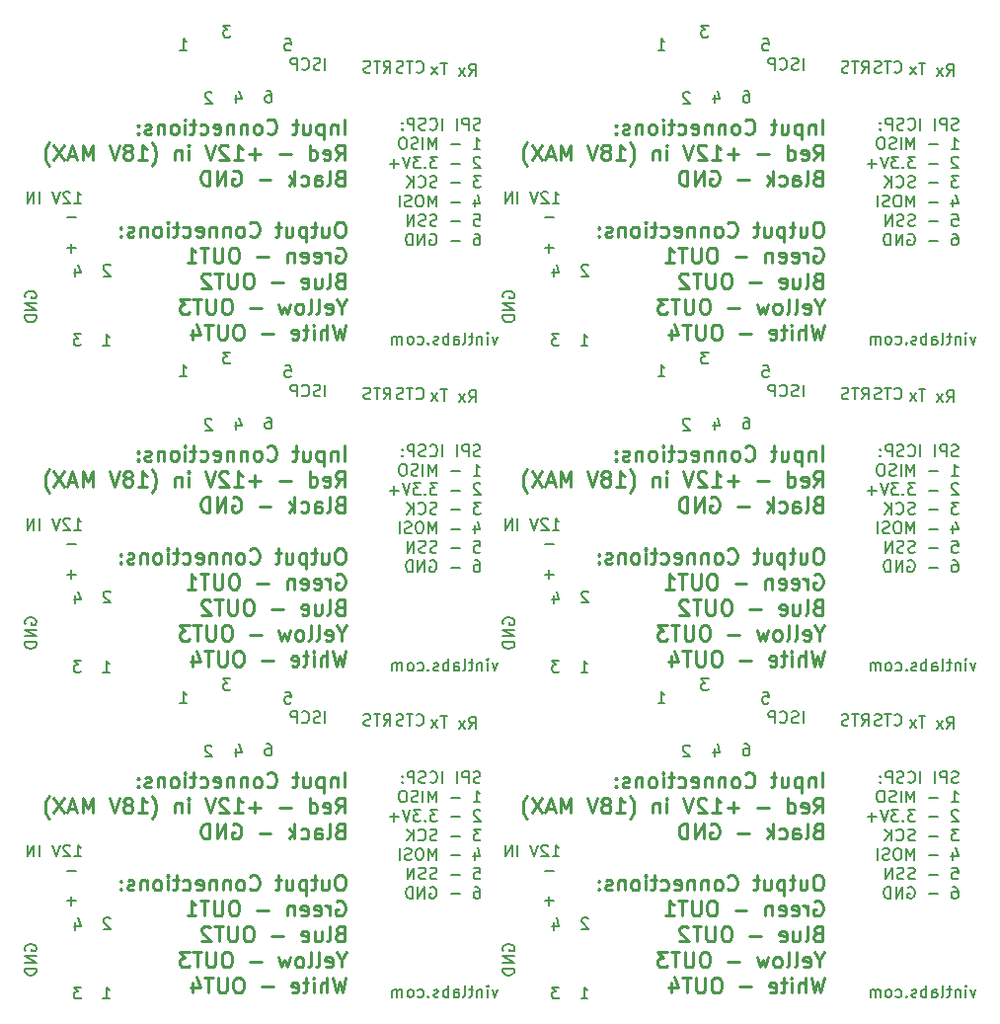
<source format=gbr>
G04 #@! TF.GenerationSoftware,KiCad,Pcbnew,5.0.0*
G04 #@! TF.CreationDate,2018-12-15T19:02:40-05:00*
G04 #@! TF.ProjectId,BT_12V_SmartSwitch-panelized,42545F3132565F536D61727453776974,rev?*
G04 #@! TF.SameCoordinates,Original*
G04 #@! TF.FileFunction,Legend,Bot*
G04 #@! TF.FilePolarity,Positive*
%FSLAX46Y46*%
G04 Gerber Fmt 4.6, Leading zero omitted, Abs format (unit mm)*
G04 Created by KiCad (PCBNEW 5.0.0) date Sat Dec 15 19:02:40 2018*
%MOMM*%
%LPD*%
G01*
G04 APERTURE LIST*
%ADD10C,0.150000*%
%ADD11C,0.250000*%
G04 APERTURE END LIST*
D10*
X180271428Y-64860714D02*
X180033333Y-65527380D01*
X179795238Y-64860714D01*
X179414285Y-65527380D02*
X179414285Y-64860714D01*
X179414285Y-64527380D02*
X179461904Y-64575000D01*
X179414285Y-64622619D01*
X179366666Y-64575000D01*
X179414285Y-64527380D01*
X179414285Y-64622619D01*
X178938095Y-64860714D02*
X178938095Y-65527380D01*
X178938095Y-64955952D02*
X178890476Y-64908333D01*
X178795238Y-64860714D01*
X178652380Y-64860714D01*
X178557142Y-64908333D01*
X178509523Y-65003571D01*
X178509523Y-65527380D01*
X178176190Y-64860714D02*
X177795238Y-64860714D01*
X178033333Y-64527380D02*
X178033333Y-65384523D01*
X177985714Y-65479761D01*
X177890476Y-65527380D01*
X177795238Y-65527380D01*
X177319047Y-65527380D02*
X177414285Y-65479761D01*
X177461904Y-65384523D01*
X177461904Y-64527380D01*
X176509523Y-65527380D02*
X176509523Y-65003571D01*
X176557142Y-64908333D01*
X176652380Y-64860714D01*
X176842857Y-64860714D01*
X176938095Y-64908333D01*
X176509523Y-65479761D02*
X176604761Y-65527380D01*
X176842857Y-65527380D01*
X176938095Y-65479761D01*
X176985714Y-65384523D01*
X176985714Y-65289285D01*
X176938095Y-65194047D01*
X176842857Y-65146428D01*
X176604761Y-65146428D01*
X176509523Y-65098809D01*
X176033333Y-65527380D02*
X176033333Y-64527380D01*
X176033333Y-64908333D02*
X175938095Y-64860714D01*
X175747619Y-64860714D01*
X175652380Y-64908333D01*
X175604761Y-64955952D01*
X175557142Y-65051190D01*
X175557142Y-65336904D01*
X175604761Y-65432142D01*
X175652380Y-65479761D01*
X175747619Y-65527380D01*
X175938095Y-65527380D01*
X176033333Y-65479761D01*
X175176190Y-65479761D02*
X175080952Y-65527380D01*
X174890476Y-65527380D01*
X174795238Y-65479761D01*
X174747619Y-65384523D01*
X174747619Y-65336904D01*
X174795238Y-65241666D01*
X174890476Y-65194047D01*
X175033333Y-65194047D01*
X175128571Y-65146428D01*
X175176190Y-65051190D01*
X175176190Y-65003571D01*
X175128571Y-64908333D01*
X175033333Y-64860714D01*
X174890476Y-64860714D01*
X174795238Y-64908333D01*
X174319047Y-65432142D02*
X174271428Y-65479761D01*
X174319047Y-65527380D01*
X174366666Y-65479761D01*
X174319047Y-65432142D01*
X174319047Y-65527380D01*
X173414285Y-65479761D02*
X173509523Y-65527380D01*
X173700000Y-65527380D01*
X173795238Y-65479761D01*
X173842857Y-65432142D01*
X173890476Y-65336904D01*
X173890476Y-65051190D01*
X173842857Y-64955952D01*
X173795238Y-64908333D01*
X173700000Y-64860714D01*
X173509523Y-64860714D01*
X173414285Y-64908333D01*
X172842857Y-65527380D02*
X172938095Y-65479761D01*
X172985714Y-65432142D01*
X173033333Y-65336904D01*
X173033333Y-65051190D01*
X172985714Y-64955952D01*
X172938095Y-64908333D01*
X172842857Y-64860714D01*
X172700000Y-64860714D01*
X172604761Y-64908333D01*
X172557142Y-64955952D01*
X172509523Y-65051190D01*
X172509523Y-65336904D01*
X172557142Y-65432142D01*
X172604761Y-65479761D01*
X172700000Y-65527380D01*
X172842857Y-65527380D01*
X172080952Y-65527380D02*
X172080952Y-64860714D01*
X172080952Y-64955952D02*
X172033333Y-64908333D01*
X171938095Y-64860714D01*
X171795238Y-64860714D01*
X171700000Y-64908333D01*
X171652380Y-65003571D01*
X171652380Y-65527380D01*
X171652380Y-65003571D02*
X171604761Y-64908333D01*
X171509523Y-64860714D01*
X171366666Y-64860714D01*
X171271428Y-64908333D01*
X171223809Y-65003571D01*
X171223809Y-65527380D01*
X144080952Y-57271428D02*
X143319047Y-57271428D01*
X143700000Y-57652380D02*
X143700000Y-56890476D01*
X144080952Y-54671428D02*
X143319047Y-54671428D01*
X143961904Y-53452380D02*
X144533333Y-53452380D01*
X144247619Y-53452380D02*
X144247619Y-52452380D01*
X144342857Y-52595238D01*
X144438095Y-52690476D01*
X144533333Y-52738095D01*
X143580952Y-52547619D02*
X143533333Y-52500000D01*
X143438095Y-52452380D01*
X143200000Y-52452380D01*
X143104761Y-52500000D01*
X143057142Y-52547619D01*
X143009523Y-52642857D01*
X143009523Y-52738095D01*
X143057142Y-52880952D01*
X143628571Y-53452380D01*
X143009523Y-53452380D01*
X142723809Y-52452380D02*
X142390476Y-53452380D01*
X142057142Y-52452380D01*
X140961904Y-53452380D02*
X140961904Y-52452380D01*
X140485714Y-53452380D02*
X140485714Y-52452380D01*
X139914285Y-53452380D01*
X139914285Y-52452380D01*
X165476190Y-42002380D02*
X165476190Y-41002380D01*
X165047619Y-41954761D02*
X164904761Y-42002380D01*
X164666666Y-42002380D01*
X164571428Y-41954761D01*
X164523809Y-41907142D01*
X164476190Y-41811904D01*
X164476190Y-41716666D01*
X164523809Y-41621428D01*
X164571428Y-41573809D01*
X164666666Y-41526190D01*
X164857142Y-41478571D01*
X164952380Y-41430952D01*
X165000000Y-41383333D01*
X165047619Y-41288095D01*
X165047619Y-41192857D01*
X165000000Y-41097619D01*
X164952380Y-41050000D01*
X164857142Y-41002380D01*
X164619047Y-41002380D01*
X164476190Y-41050000D01*
X163476190Y-41907142D02*
X163523809Y-41954761D01*
X163666666Y-42002380D01*
X163761904Y-42002380D01*
X163904761Y-41954761D01*
X164000000Y-41859523D01*
X164047619Y-41764285D01*
X164095238Y-41573809D01*
X164095238Y-41430952D01*
X164047619Y-41240476D01*
X164000000Y-41145238D01*
X163904761Y-41050000D01*
X163761904Y-41002380D01*
X163666666Y-41002380D01*
X163523809Y-41050000D01*
X163476190Y-41097619D01*
X163047619Y-42002380D02*
X163047619Y-41002380D01*
X162666666Y-41002380D01*
X162571428Y-41050000D01*
X162523809Y-41097619D01*
X162476190Y-41192857D01*
X162476190Y-41335714D01*
X162523809Y-41430952D01*
X162571428Y-41478571D01*
X162666666Y-41526190D01*
X163047619Y-41526190D01*
X178762023Y-47104761D02*
X178619166Y-47152380D01*
X178381071Y-47152380D01*
X178285833Y-47104761D01*
X178238214Y-47057142D01*
X178190595Y-46961904D01*
X178190595Y-46866666D01*
X178238214Y-46771428D01*
X178285833Y-46723809D01*
X178381071Y-46676190D01*
X178571547Y-46628571D01*
X178666785Y-46580952D01*
X178714404Y-46533333D01*
X178762023Y-46438095D01*
X178762023Y-46342857D01*
X178714404Y-46247619D01*
X178666785Y-46200000D01*
X178571547Y-46152380D01*
X178333452Y-46152380D01*
X178190595Y-46200000D01*
X177762023Y-47152380D02*
X177762023Y-46152380D01*
X177381071Y-46152380D01*
X177285833Y-46200000D01*
X177238214Y-46247619D01*
X177190595Y-46342857D01*
X177190595Y-46485714D01*
X177238214Y-46580952D01*
X177285833Y-46628571D01*
X177381071Y-46676190D01*
X177762023Y-46676190D01*
X176762023Y-47152380D02*
X176762023Y-46152380D01*
X175523928Y-47152380D02*
X175523928Y-46152380D01*
X174476309Y-47057142D02*
X174523928Y-47104761D01*
X174666785Y-47152380D01*
X174762023Y-47152380D01*
X174904880Y-47104761D01*
X175000119Y-47009523D01*
X175047738Y-46914285D01*
X175095357Y-46723809D01*
X175095357Y-46580952D01*
X175047738Y-46390476D01*
X175000119Y-46295238D01*
X174904880Y-46200000D01*
X174762023Y-46152380D01*
X174666785Y-46152380D01*
X174523928Y-46200000D01*
X174476309Y-46247619D01*
X174095357Y-47104761D02*
X173952500Y-47152380D01*
X173714404Y-47152380D01*
X173619166Y-47104761D01*
X173571547Y-47057142D01*
X173523928Y-46961904D01*
X173523928Y-46866666D01*
X173571547Y-46771428D01*
X173619166Y-46723809D01*
X173714404Y-46676190D01*
X173904880Y-46628571D01*
X174000119Y-46580952D01*
X174047738Y-46533333D01*
X174095357Y-46438095D01*
X174095357Y-46342857D01*
X174047738Y-46247619D01*
X174000119Y-46200000D01*
X173904880Y-46152380D01*
X173666785Y-46152380D01*
X173523928Y-46200000D01*
X173095357Y-47152380D02*
X173095357Y-46152380D01*
X172714404Y-46152380D01*
X172619166Y-46200000D01*
X172571547Y-46247619D01*
X172523928Y-46342857D01*
X172523928Y-46485714D01*
X172571547Y-46580952D01*
X172619166Y-46628571D01*
X172714404Y-46676190D01*
X173095357Y-46676190D01*
X172095357Y-47057142D02*
X172047738Y-47104761D01*
X172095357Y-47152380D01*
X172142976Y-47104761D01*
X172095357Y-47057142D01*
X172095357Y-47152380D01*
X172095357Y-46533333D02*
X172047738Y-46580952D01*
X172095357Y-46628571D01*
X172142976Y-46580952D01*
X172095357Y-46533333D01*
X172095357Y-46628571D01*
X178190595Y-48802380D02*
X178762023Y-48802380D01*
X178476309Y-48802380D02*
X178476309Y-47802380D01*
X178571547Y-47945238D01*
X178666785Y-48040476D01*
X178762023Y-48088095D01*
X177000119Y-48421428D02*
X176238214Y-48421428D01*
X175000119Y-48802380D02*
X175000119Y-47802380D01*
X174666785Y-48516666D01*
X174333452Y-47802380D01*
X174333452Y-48802380D01*
X173857261Y-48802380D02*
X173857261Y-47802380D01*
X173428690Y-48754761D02*
X173285833Y-48802380D01*
X173047738Y-48802380D01*
X172952500Y-48754761D01*
X172904880Y-48707142D01*
X172857261Y-48611904D01*
X172857261Y-48516666D01*
X172904880Y-48421428D01*
X172952500Y-48373809D01*
X173047738Y-48326190D01*
X173238214Y-48278571D01*
X173333452Y-48230952D01*
X173381071Y-48183333D01*
X173428690Y-48088095D01*
X173428690Y-47992857D01*
X173381071Y-47897619D01*
X173333452Y-47850000D01*
X173238214Y-47802380D01*
X173000119Y-47802380D01*
X172857261Y-47850000D01*
X172238214Y-47802380D02*
X172047738Y-47802380D01*
X171952500Y-47850000D01*
X171857261Y-47945238D01*
X171809642Y-48135714D01*
X171809642Y-48469047D01*
X171857261Y-48659523D01*
X171952500Y-48754761D01*
X172047738Y-48802380D01*
X172238214Y-48802380D01*
X172333452Y-48754761D01*
X172428690Y-48659523D01*
X172476309Y-48469047D01*
X172476309Y-48135714D01*
X172428690Y-47945238D01*
X172333452Y-47850000D01*
X172238214Y-47802380D01*
X178762023Y-49547619D02*
X178714404Y-49500000D01*
X178619166Y-49452380D01*
X178381071Y-49452380D01*
X178285833Y-49500000D01*
X178238214Y-49547619D01*
X178190595Y-49642857D01*
X178190595Y-49738095D01*
X178238214Y-49880952D01*
X178809642Y-50452380D01*
X178190595Y-50452380D01*
X177000119Y-50071428D02*
X176238214Y-50071428D01*
X175095357Y-49452380D02*
X174476309Y-49452380D01*
X174809642Y-49833333D01*
X174666785Y-49833333D01*
X174571547Y-49880952D01*
X174523928Y-49928571D01*
X174476309Y-50023809D01*
X174476309Y-50261904D01*
X174523928Y-50357142D01*
X174571547Y-50404761D01*
X174666785Y-50452380D01*
X174952500Y-50452380D01*
X175047738Y-50404761D01*
X175095357Y-50357142D01*
X174047738Y-50357142D02*
X174000119Y-50404761D01*
X174047738Y-50452380D01*
X174095357Y-50404761D01*
X174047738Y-50357142D01*
X174047738Y-50452380D01*
X173666785Y-49452380D02*
X173047738Y-49452380D01*
X173381071Y-49833333D01*
X173238214Y-49833333D01*
X173142976Y-49880952D01*
X173095357Y-49928571D01*
X173047738Y-50023809D01*
X173047738Y-50261904D01*
X173095357Y-50357142D01*
X173142976Y-50404761D01*
X173238214Y-50452380D01*
X173523928Y-50452380D01*
X173619166Y-50404761D01*
X173666785Y-50357142D01*
X172762023Y-49452380D02*
X172428690Y-50452380D01*
X172095357Y-49452380D01*
X171762023Y-50071428D02*
X171000119Y-50071428D01*
X171381071Y-50452380D02*
X171381071Y-49690476D01*
X178809642Y-51102380D02*
X178190595Y-51102380D01*
X178523928Y-51483333D01*
X178381071Y-51483333D01*
X178285833Y-51530952D01*
X178238214Y-51578571D01*
X178190595Y-51673809D01*
X178190595Y-51911904D01*
X178238214Y-52007142D01*
X178285833Y-52054761D01*
X178381071Y-52102380D01*
X178666785Y-52102380D01*
X178762023Y-52054761D01*
X178809642Y-52007142D01*
X177000119Y-51721428D02*
X176238214Y-51721428D01*
X175047738Y-52054761D02*
X174904880Y-52102380D01*
X174666785Y-52102380D01*
X174571547Y-52054761D01*
X174523928Y-52007142D01*
X174476309Y-51911904D01*
X174476309Y-51816666D01*
X174523928Y-51721428D01*
X174571547Y-51673809D01*
X174666785Y-51626190D01*
X174857261Y-51578571D01*
X174952500Y-51530952D01*
X175000119Y-51483333D01*
X175047738Y-51388095D01*
X175047738Y-51292857D01*
X175000119Y-51197619D01*
X174952500Y-51150000D01*
X174857261Y-51102380D01*
X174619166Y-51102380D01*
X174476309Y-51150000D01*
X173476309Y-52007142D02*
X173523928Y-52054761D01*
X173666785Y-52102380D01*
X173762023Y-52102380D01*
X173904880Y-52054761D01*
X174000119Y-51959523D01*
X174047738Y-51864285D01*
X174095357Y-51673809D01*
X174095357Y-51530952D01*
X174047738Y-51340476D01*
X174000119Y-51245238D01*
X173904880Y-51150000D01*
X173762023Y-51102380D01*
X173666785Y-51102380D01*
X173523928Y-51150000D01*
X173476309Y-51197619D01*
X173047738Y-52102380D02*
X173047738Y-51102380D01*
X172476309Y-52102380D02*
X172904880Y-51530952D01*
X172476309Y-51102380D02*
X173047738Y-51673809D01*
X178285833Y-53085714D02*
X178285833Y-53752380D01*
X178523928Y-52704761D02*
X178762023Y-53419047D01*
X178142976Y-53419047D01*
X177000119Y-53371428D02*
X176238214Y-53371428D01*
X175000119Y-53752380D02*
X175000119Y-52752380D01*
X174666785Y-53466666D01*
X174333452Y-52752380D01*
X174333452Y-53752380D01*
X173666785Y-52752380D02*
X173476309Y-52752380D01*
X173381071Y-52800000D01*
X173285833Y-52895238D01*
X173238214Y-53085714D01*
X173238214Y-53419047D01*
X173285833Y-53609523D01*
X173381071Y-53704761D01*
X173476309Y-53752380D01*
X173666785Y-53752380D01*
X173762023Y-53704761D01*
X173857261Y-53609523D01*
X173904880Y-53419047D01*
X173904880Y-53085714D01*
X173857261Y-52895238D01*
X173762023Y-52800000D01*
X173666785Y-52752380D01*
X172857261Y-53704761D02*
X172714404Y-53752380D01*
X172476309Y-53752380D01*
X172381071Y-53704761D01*
X172333452Y-53657142D01*
X172285833Y-53561904D01*
X172285833Y-53466666D01*
X172333452Y-53371428D01*
X172381071Y-53323809D01*
X172476309Y-53276190D01*
X172666785Y-53228571D01*
X172762023Y-53180952D01*
X172809642Y-53133333D01*
X172857261Y-53038095D01*
X172857261Y-52942857D01*
X172809642Y-52847619D01*
X172762023Y-52800000D01*
X172666785Y-52752380D01*
X172428690Y-52752380D01*
X172285833Y-52800000D01*
X171857261Y-53752380D02*
X171857261Y-52752380D01*
X178238214Y-54402380D02*
X178714404Y-54402380D01*
X178762023Y-54878571D01*
X178714404Y-54830952D01*
X178619166Y-54783333D01*
X178381071Y-54783333D01*
X178285833Y-54830952D01*
X178238214Y-54878571D01*
X178190595Y-54973809D01*
X178190595Y-55211904D01*
X178238214Y-55307142D01*
X178285833Y-55354761D01*
X178381071Y-55402380D01*
X178619166Y-55402380D01*
X178714404Y-55354761D01*
X178762023Y-55307142D01*
X177000119Y-55021428D02*
X176238214Y-55021428D01*
X175047738Y-55354761D02*
X174904880Y-55402380D01*
X174666785Y-55402380D01*
X174571547Y-55354761D01*
X174523928Y-55307142D01*
X174476309Y-55211904D01*
X174476309Y-55116666D01*
X174523928Y-55021428D01*
X174571547Y-54973809D01*
X174666785Y-54926190D01*
X174857261Y-54878571D01*
X174952500Y-54830952D01*
X175000119Y-54783333D01*
X175047738Y-54688095D01*
X175047738Y-54592857D01*
X175000119Y-54497619D01*
X174952500Y-54450000D01*
X174857261Y-54402380D01*
X174619166Y-54402380D01*
X174476309Y-54450000D01*
X174095357Y-55354761D02*
X173952500Y-55402380D01*
X173714404Y-55402380D01*
X173619166Y-55354761D01*
X173571547Y-55307142D01*
X173523928Y-55211904D01*
X173523928Y-55116666D01*
X173571547Y-55021428D01*
X173619166Y-54973809D01*
X173714404Y-54926190D01*
X173904880Y-54878571D01*
X174000119Y-54830952D01*
X174047738Y-54783333D01*
X174095357Y-54688095D01*
X174095357Y-54592857D01*
X174047738Y-54497619D01*
X174000119Y-54450000D01*
X173904880Y-54402380D01*
X173666785Y-54402380D01*
X173523928Y-54450000D01*
X173095357Y-55402380D02*
X173095357Y-54402380D01*
X172523928Y-55402380D01*
X172523928Y-54402380D01*
X178285833Y-56052380D02*
X178476309Y-56052380D01*
X178571547Y-56100000D01*
X178619166Y-56147619D01*
X178714404Y-56290476D01*
X178762023Y-56480952D01*
X178762023Y-56861904D01*
X178714404Y-56957142D01*
X178666785Y-57004761D01*
X178571547Y-57052380D01*
X178381071Y-57052380D01*
X178285833Y-57004761D01*
X178238214Y-56957142D01*
X178190595Y-56861904D01*
X178190595Y-56623809D01*
X178238214Y-56528571D01*
X178285833Y-56480952D01*
X178381071Y-56433333D01*
X178571547Y-56433333D01*
X178666785Y-56480952D01*
X178714404Y-56528571D01*
X178762023Y-56623809D01*
X177000119Y-56671428D02*
X176238214Y-56671428D01*
X174476309Y-56100000D02*
X174571547Y-56052380D01*
X174714404Y-56052380D01*
X174857261Y-56100000D01*
X174952500Y-56195238D01*
X175000119Y-56290476D01*
X175047738Y-56480952D01*
X175047738Y-56623809D01*
X175000119Y-56814285D01*
X174952500Y-56909523D01*
X174857261Y-57004761D01*
X174714404Y-57052380D01*
X174619166Y-57052380D01*
X174476309Y-57004761D01*
X174428690Y-56957142D01*
X174428690Y-56623809D01*
X174619166Y-56623809D01*
X174000119Y-57052380D02*
X174000119Y-56052380D01*
X173428690Y-57052380D01*
X173428690Y-56052380D01*
X172952500Y-57052380D02*
X172952500Y-56052380D01*
X172714404Y-56052380D01*
X172571547Y-56100000D01*
X172476309Y-56195238D01*
X172428690Y-56290476D01*
X172381071Y-56480952D01*
X172381071Y-56623809D01*
X172428690Y-56814285D01*
X172476309Y-56909523D01*
X172571547Y-57004761D01*
X172714404Y-57052380D01*
X172952500Y-57052380D01*
X157333333Y-38202380D02*
X156714285Y-38202380D01*
X157047619Y-38583333D01*
X156904761Y-38583333D01*
X156809523Y-38630952D01*
X156761904Y-38678571D01*
X156714285Y-38773809D01*
X156714285Y-39011904D01*
X156761904Y-39107142D01*
X156809523Y-39154761D01*
X156904761Y-39202380D01*
X157190476Y-39202380D01*
X157285714Y-39154761D01*
X157333333Y-39107142D01*
X162011904Y-39352380D02*
X162488095Y-39352380D01*
X162535714Y-39828571D01*
X162488095Y-39780952D01*
X162392857Y-39733333D01*
X162154761Y-39733333D01*
X162059523Y-39780952D01*
X162011904Y-39828571D01*
X161964285Y-39923809D01*
X161964285Y-40161904D01*
X162011904Y-40257142D01*
X162059523Y-40304761D01*
X162154761Y-40352380D01*
X162392857Y-40352380D01*
X162488095Y-40304761D01*
X162535714Y-40257142D01*
X160409523Y-43802380D02*
X160600000Y-43802380D01*
X160695238Y-43850000D01*
X160742857Y-43897619D01*
X160838095Y-44040476D01*
X160885714Y-44230952D01*
X160885714Y-44611904D01*
X160838095Y-44707142D01*
X160790476Y-44754761D01*
X160695238Y-44802380D01*
X160504761Y-44802380D01*
X160409523Y-44754761D01*
X160361904Y-44707142D01*
X160314285Y-44611904D01*
X160314285Y-44373809D01*
X160361904Y-44278571D01*
X160409523Y-44230952D01*
X160504761Y-44183333D01*
X160695238Y-44183333D01*
X160790476Y-44230952D01*
X160838095Y-44278571D01*
X160885714Y-44373809D01*
X157859523Y-44185714D02*
X157859523Y-44852380D01*
X158097619Y-43804761D02*
X158335714Y-44519047D01*
X157716666Y-44519047D01*
X155735714Y-43997619D02*
X155688095Y-43950000D01*
X155592857Y-43902380D01*
X155354761Y-43902380D01*
X155259523Y-43950000D01*
X155211904Y-43997619D01*
X155164285Y-44092857D01*
X155164285Y-44188095D01*
X155211904Y-44330952D01*
X155783333Y-44902380D01*
X155164285Y-44902380D01*
X153014285Y-40302380D02*
X153585714Y-40302380D01*
X153300000Y-40302380D02*
X153300000Y-39302380D01*
X153395238Y-39445238D01*
X153490476Y-39540476D01*
X153585714Y-39588095D01*
X170497619Y-42252380D02*
X170830952Y-41776190D01*
X171069047Y-42252380D02*
X171069047Y-41252380D01*
X170688095Y-41252380D01*
X170592857Y-41300000D01*
X170545238Y-41347619D01*
X170497619Y-41442857D01*
X170497619Y-41585714D01*
X170545238Y-41680952D01*
X170592857Y-41728571D01*
X170688095Y-41776190D01*
X171069047Y-41776190D01*
X170211904Y-41252380D02*
X169640476Y-41252380D01*
X169926190Y-42252380D02*
X169926190Y-41252380D01*
X169354761Y-42204761D02*
X169211904Y-42252380D01*
X168973809Y-42252380D01*
X168878571Y-42204761D01*
X168830952Y-42157142D01*
X168783333Y-42061904D01*
X168783333Y-41966666D01*
X168830952Y-41871428D01*
X168878571Y-41823809D01*
X168973809Y-41776190D01*
X169164285Y-41728571D01*
X169259523Y-41680952D01*
X169307142Y-41633333D01*
X169354761Y-41538095D01*
X169354761Y-41442857D01*
X169307142Y-41347619D01*
X169259523Y-41300000D01*
X169164285Y-41252380D01*
X168926190Y-41252380D01*
X168783333Y-41300000D01*
X173297619Y-42157142D02*
X173345238Y-42204761D01*
X173488095Y-42252380D01*
X173583333Y-42252380D01*
X173726190Y-42204761D01*
X173821428Y-42109523D01*
X173869047Y-42014285D01*
X173916666Y-41823809D01*
X173916666Y-41680952D01*
X173869047Y-41490476D01*
X173821428Y-41395238D01*
X173726190Y-41300000D01*
X173583333Y-41252380D01*
X173488095Y-41252380D01*
X173345238Y-41300000D01*
X173297619Y-41347619D01*
X173011904Y-41252380D02*
X172440476Y-41252380D01*
X172726190Y-42252380D02*
X172726190Y-41252380D01*
X172154761Y-42204761D02*
X172011904Y-42252380D01*
X171773809Y-42252380D01*
X171678571Y-42204761D01*
X171630952Y-42157142D01*
X171583333Y-42061904D01*
X171583333Y-41966666D01*
X171630952Y-41871428D01*
X171678571Y-41823809D01*
X171773809Y-41776190D01*
X171964285Y-41728571D01*
X172059523Y-41680952D01*
X172107142Y-41633333D01*
X172154761Y-41538095D01*
X172154761Y-41442857D01*
X172107142Y-41347619D01*
X172059523Y-41300000D01*
X171964285Y-41252380D01*
X171726190Y-41252380D01*
X171583333Y-41300000D01*
X175940476Y-41402380D02*
X175369047Y-41402380D01*
X175654761Y-42402380D02*
X175654761Y-41402380D01*
X175130952Y-42402380D02*
X174607142Y-41735714D01*
X175130952Y-41735714D02*
X174607142Y-42402380D01*
X177795238Y-42502380D02*
X178128571Y-42026190D01*
X178366666Y-42502380D02*
X178366666Y-41502380D01*
X177985714Y-41502380D01*
X177890476Y-41550000D01*
X177842857Y-41597619D01*
X177795238Y-41692857D01*
X177795238Y-41835714D01*
X177842857Y-41930952D01*
X177890476Y-41978571D01*
X177985714Y-42026190D01*
X178366666Y-42026190D01*
X177461904Y-42502380D02*
X176938095Y-41835714D01*
X177461904Y-41835714D02*
X176938095Y-42502380D01*
X144533333Y-64652380D02*
X143914285Y-64652380D01*
X144247619Y-65033333D01*
X144104761Y-65033333D01*
X144009523Y-65080952D01*
X143961904Y-65128571D01*
X143914285Y-65223809D01*
X143914285Y-65461904D01*
X143961904Y-65557142D01*
X144009523Y-65604761D01*
X144104761Y-65652380D01*
X144390476Y-65652380D01*
X144485714Y-65604761D01*
X144533333Y-65557142D01*
X147035714Y-58797619D02*
X146988095Y-58750000D01*
X146892857Y-58702380D01*
X146654761Y-58702380D01*
X146559523Y-58750000D01*
X146511904Y-58797619D01*
X146464285Y-58892857D01*
X146464285Y-58988095D01*
X146511904Y-59130952D01*
X147083333Y-59702380D01*
X146464285Y-59702380D01*
X146414285Y-65652380D02*
X146985714Y-65652380D01*
X146700000Y-65652380D02*
X146700000Y-64652380D01*
X146795238Y-64795238D01*
X146890476Y-64890476D01*
X146985714Y-64938095D01*
X144059523Y-59085714D02*
X144059523Y-59752380D01*
X144297619Y-58704761D02*
X144535714Y-59419047D01*
X143916666Y-59419047D01*
X139750000Y-61538095D02*
X139702380Y-61442857D01*
X139702380Y-61300000D01*
X139750000Y-61157142D01*
X139845238Y-61061904D01*
X139940476Y-61014285D01*
X140130952Y-60966666D01*
X140273809Y-60966666D01*
X140464285Y-61014285D01*
X140559523Y-61061904D01*
X140654761Y-61157142D01*
X140702380Y-61300000D01*
X140702380Y-61395238D01*
X140654761Y-61538095D01*
X140607142Y-61585714D01*
X140273809Y-61585714D01*
X140273809Y-61395238D01*
X140702380Y-62014285D02*
X139702380Y-62014285D01*
X140702380Y-62585714D01*
X139702380Y-62585714D01*
X140702380Y-63061904D02*
X139702380Y-63061904D01*
X139702380Y-63300000D01*
X139750000Y-63442857D01*
X139845238Y-63538095D01*
X139940476Y-63585714D01*
X140130952Y-63633333D01*
X140273809Y-63633333D01*
X140464285Y-63585714D01*
X140559523Y-63538095D01*
X140654761Y-63442857D01*
X140702380Y-63300000D01*
X140702380Y-63061904D01*
D11*
X167127976Y-47538095D02*
X167127976Y-46238095D01*
X166508928Y-46671428D02*
X166508928Y-47538095D01*
X166508928Y-46795238D02*
X166447023Y-46733333D01*
X166323214Y-46671428D01*
X166137500Y-46671428D01*
X166013690Y-46733333D01*
X165951785Y-46857142D01*
X165951785Y-47538095D01*
X165332738Y-46671428D02*
X165332738Y-47971428D01*
X165332738Y-46733333D02*
X165208928Y-46671428D01*
X164961309Y-46671428D01*
X164837500Y-46733333D01*
X164775595Y-46795238D01*
X164713690Y-46919047D01*
X164713690Y-47290476D01*
X164775595Y-47414285D01*
X164837500Y-47476190D01*
X164961309Y-47538095D01*
X165208928Y-47538095D01*
X165332738Y-47476190D01*
X163599404Y-46671428D02*
X163599404Y-47538095D01*
X164156547Y-46671428D02*
X164156547Y-47352380D01*
X164094642Y-47476190D01*
X163970833Y-47538095D01*
X163785119Y-47538095D01*
X163661309Y-47476190D01*
X163599404Y-47414285D01*
X163166071Y-46671428D02*
X162670833Y-46671428D01*
X162980357Y-46238095D02*
X162980357Y-47352380D01*
X162918452Y-47476190D01*
X162794642Y-47538095D01*
X162670833Y-47538095D01*
X160504166Y-47414285D02*
X160566071Y-47476190D01*
X160751785Y-47538095D01*
X160875595Y-47538095D01*
X161061309Y-47476190D01*
X161185119Y-47352380D01*
X161247023Y-47228571D01*
X161308928Y-46980952D01*
X161308928Y-46795238D01*
X161247023Y-46547619D01*
X161185119Y-46423809D01*
X161061309Y-46300000D01*
X160875595Y-46238095D01*
X160751785Y-46238095D01*
X160566071Y-46300000D01*
X160504166Y-46361904D01*
X159761309Y-47538095D02*
X159885119Y-47476190D01*
X159947023Y-47414285D01*
X160008928Y-47290476D01*
X160008928Y-46919047D01*
X159947023Y-46795238D01*
X159885119Y-46733333D01*
X159761309Y-46671428D01*
X159575595Y-46671428D01*
X159451785Y-46733333D01*
X159389880Y-46795238D01*
X159327976Y-46919047D01*
X159327976Y-47290476D01*
X159389880Y-47414285D01*
X159451785Y-47476190D01*
X159575595Y-47538095D01*
X159761309Y-47538095D01*
X158770833Y-46671428D02*
X158770833Y-47538095D01*
X158770833Y-46795238D02*
X158708928Y-46733333D01*
X158585119Y-46671428D01*
X158399404Y-46671428D01*
X158275595Y-46733333D01*
X158213690Y-46857142D01*
X158213690Y-47538095D01*
X157594642Y-46671428D02*
X157594642Y-47538095D01*
X157594642Y-46795238D02*
X157532738Y-46733333D01*
X157408928Y-46671428D01*
X157223214Y-46671428D01*
X157099404Y-46733333D01*
X157037500Y-46857142D01*
X157037500Y-47538095D01*
X155923214Y-47476190D02*
X156047023Y-47538095D01*
X156294642Y-47538095D01*
X156418452Y-47476190D01*
X156480357Y-47352380D01*
X156480357Y-46857142D01*
X156418452Y-46733333D01*
X156294642Y-46671428D01*
X156047023Y-46671428D01*
X155923214Y-46733333D01*
X155861309Y-46857142D01*
X155861309Y-46980952D01*
X156480357Y-47104761D01*
X154747023Y-47476190D02*
X154870833Y-47538095D01*
X155118452Y-47538095D01*
X155242261Y-47476190D01*
X155304166Y-47414285D01*
X155366071Y-47290476D01*
X155366071Y-46919047D01*
X155304166Y-46795238D01*
X155242261Y-46733333D01*
X155118452Y-46671428D01*
X154870833Y-46671428D01*
X154747023Y-46733333D01*
X154375595Y-46671428D02*
X153880357Y-46671428D01*
X154189880Y-46238095D02*
X154189880Y-47352380D01*
X154127976Y-47476190D01*
X154004166Y-47538095D01*
X153880357Y-47538095D01*
X153447023Y-47538095D02*
X153447023Y-46671428D01*
X153447023Y-46238095D02*
X153508928Y-46300000D01*
X153447023Y-46361904D01*
X153385119Y-46300000D01*
X153447023Y-46238095D01*
X153447023Y-46361904D01*
X152642261Y-47538095D02*
X152766071Y-47476190D01*
X152827976Y-47414285D01*
X152889880Y-47290476D01*
X152889880Y-46919047D01*
X152827976Y-46795238D01*
X152766071Y-46733333D01*
X152642261Y-46671428D01*
X152456547Y-46671428D01*
X152332738Y-46733333D01*
X152270833Y-46795238D01*
X152208928Y-46919047D01*
X152208928Y-47290476D01*
X152270833Y-47414285D01*
X152332738Y-47476190D01*
X152456547Y-47538095D01*
X152642261Y-47538095D01*
X151651785Y-46671428D02*
X151651785Y-47538095D01*
X151651785Y-46795238D02*
X151589880Y-46733333D01*
X151466071Y-46671428D01*
X151280357Y-46671428D01*
X151156547Y-46733333D01*
X151094642Y-46857142D01*
X151094642Y-47538095D01*
X150537500Y-47476190D02*
X150413690Y-47538095D01*
X150166071Y-47538095D01*
X150042261Y-47476190D01*
X149980357Y-47352380D01*
X149980357Y-47290476D01*
X150042261Y-47166666D01*
X150166071Y-47104761D01*
X150351785Y-47104761D01*
X150475595Y-47042857D01*
X150537500Y-46919047D01*
X150537500Y-46857142D01*
X150475595Y-46733333D01*
X150351785Y-46671428D01*
X150166071Y-46671428D01*
X150042261Y-46733333D01*
X149423214Y-47414285D02*
X149361309Y-47476190D01*
X149423214Y-47538095D01*
X149485119Y-47476190D01*
X149423214Y-47414285D01*
X149423214Y-47538095D01*
X149423214Y-46733333D02*
X149361309Y-46795238D01*
X149423214Y-46857142D01*
X149485119Y-46795238D01*
X149423214Y-46733333D01*
X149423214Y-46857142D01*
X166385119Y-49738095D02*
X166818452Y-49119047D01*
X167127976Y-49738095D02*
X167127976Y-48438095D01*
X166632738Y-48438095D01*
X166508928Y-48500000D01*
X166447023Y-48561904D01*
X166385119Y-48685714D01*
X166385119Y-48871428D01*
X166447023Y-48995238D01*
X166508928Y-49057142D01*
X166632738Y-49119047D01*
X167127976Y-49119047D01*
X165332738Y-49676190D02*
X165456547Y-49738095D01*
X165704166Y-49738095D01*
X165827976Y-49676190D01*
X165889880Y-49552380D01*
X165889880Y-49057142D01*
X165827976Y-48933333D01*
X165704166Y-48871428D01*
X165456547Y-48871428D01*
X165332738Y-48933333D01*
X165270833Y-49057142D01*
X165270833Y-49180952D01*
X165889880Y-49304761D01*
X164156547Y-49738095D02*
X164156547Y-48438095D01*
X164156547Y-49676190D02*
X164280357Y-49738095D01*
X164527976Y-49738095D01*
X164651785Y-49676190D01*
X164713690Y-49614285D01*
X164775595Y-49490476D01*
X164775595Y-49119047D01*
X164713690Y-48995238D01*
X164651785Y-48933333D01*
X164527976Y-48871428D01*
X164280357Y-48871428D01*
X164156547Y-48933333D01*
X162547023Y-49242857D02*
X161556547Y-49242857D01*
X159947023Y-49242857D02*
X158956547Y-49242857D01*
X159451785Y-49738095D02*
X159451785Y-48747619D01*
X157656547Y-49738095D02*
X158399404Y-49738095D01*
X158027976Y-49738095D02*
X158027976Y-48438095D01*
X158151785Y-48623809D01*
X158275595Y-48747619D01*
X158399404Y-48809523D01*
X157161309Y-48561904D02*
X157099404Y-48500000D01*
X156975595Y-48438095D01*
X156666071Y-48438095D01*
X156542261Y-48500000D01*
X156480357Y-48561904D01*
X156418452Y-48685714D01*
X156418452Y-48809523D01*
X156480357Y-48995238D01*
X157223214Y-49738095D01*
X156418452Y-49738095D01*
X156047023Y-48438095D02*
X155613690Y-49738095D01*
X155180357Y-48438095D01*
X153756547Y-49738095D02*
X153756547Y-48871428D01*
X153756547Y-48438095D02*
X153818452Y-48500000D01*
X153756547Y-48561904D01*
X153694642Y-48500000D01*
X153756547Y-48438095D01*
X153756547Y-48561904D01*
X153137500Y-48871428D02*
X153137500Y-49738095D01*
X153137500Y-48995238D02*
X153075595Y-48933333D01*
X152951785Y-48871428D01*
X152766071Y-48871428D01*
X152642261Y-48933333D01*
X152580357Y-49057142D01*
X152580357Y-49738095D01*
X150599404Y-50233333D02*
X150661309Y-50171428D01*
X150785119Y-49985714D01*
X150847023Y-49861904D01*
X150908928Y-49676190D01*
X150970833Y-49366666D01*
X150970833Y-49119047D01*
X150908928Y-48809523D01*
X150847023Y-48623809D01*
X150785119Y-48500000D01*
X150661309Y-48314285D01*
X150599404Y-48252380D01*
X149423214Y-49738095D02*
X150166071Y-49738095D01*
X149794642Y-49738095D02*
X149794642Y-48438095D01*
X149918452Y-48623809D01*
X150042261Y-48747619D01*
X150166071Y-48809523D01*
X148680357Y-48995238D02*
X148804166Y-48933333D01*
X148866071Y-48871428D01*
X148927976Y-48747619D01*
X148927976Y-48685714D01*
X148866071Y-48561904D01*
X148804166Y-48500000D01*
X148680357Y-48438095D01*
X148432738Y-48438095D01*
X148308928Y-48500000D01*
X148247023Y-48561904D01*
X148185119Y-48685714D01*
X148185119Y-48747619D01*
X148247023Y-48871428D01*
X148308928Y-48933333D01*
X148432738Y-48995238D01*
X148680357Y-48995238D01*
X148804166Y-49057142D01*
X148866071Y-49119047D01*
X148927976Y-49242857D01*
X148927976Y-49490476D01*
X148866071Y-49614285D01*
X148804166Y-49676190D01*
X148680357Y-49738095D01*
X148432738Y-49738095D01*
X148308928Y-49676190D01*
X148247023Y-49614285D01*
X148185119Y-49490476D01*
X148185119Y-49242857D01*
X148247023Y-49119047D01*
X148308928Y-49057142D01*
X148432738Y-48995238D01*
X147813690Y-48438095D02*
X147380357Y-49738095D01*
X146947023Y-48438095D01*
X145523214Y-49738095D02*
X145523214Y-48438095D01*
X145089880Y-49366666D01*
X144656547Y-48438095D01*
X144656547Y-49738095D01*
X144099404Y-49366666D02*
X143480357Y-49366666D01*
X144223214Y-49738095D02*
X143789880Y-48438095D01*
X143356547Y-49738095D01*
X143047023Y-48438095D02*
X142180357Y-49738095D01*
X142180357Y-48438095D02*
X143047023Y-49738095D01*
X141808928Y-50233333D02*
X141747023Y-50171428D01*
X141623214Y-49985714D01*
X141561309Y-49861904D01*
X141499404Y-49676190D01*
X141437500Y-49366666D01*
X141437500Y-49119047D01*
X141499404Y-48809523D01*
X141561309Y-48623809D01*
X141623214Y-48500000D01*
X141747023Y-48314285D01*
X141808928Y-48252380D01*
X166694642Y-51257142D02*
X166508928Y-51319047D01*
X166447023Y-51380952D01*
X166385119Y-51504761D01*
X166385119Y-51690476D01*
X166447023Y-51814285D01*
X166508928Y-51876190D01*
X166632738Y-51938095D01*
X167127976Y-51938095D01*
X167127976Y-50638095D01*
X166694642Y-50638095D01*
X166570833Y-50700000D01*
X166508928Y-50761904D01*
X166447023Y-50885714D01*
X166447023Y-51009523D01*
X166508928Y-51133333D01*
X166570833Y-51195238D01*
X166694642Y-51257142D01*
X167127976Y-51257142D01*
X165642261Y-51938095D02*
X165766071Y-51876190D01*
X165827976Y-51752380D01*
X165827976Y-50638095D01*
X164589880Y-51938095D02*
X164589880Y-51257142D01*
X164651785Y-51133333D01*
X164775595Y-51071428D01*
X165023214Y-51071428D01*
X165147023Y-51133333D01*
X164589880Y-51876190D02*
X164713690Y-51938095D01*
X165023214Y-51938095D01*
X165147023Y-51876190D01*
X165208928Y-51752380D01*
X165208928Y-51628571D01*
X165147023Y-51504761D01*
X165023214Y-51442857D01*
X164713690Y-51442857D01*
X164589880Y-51380952D01*
X163413690Y-51876190D02*
X163537500Y-51938095D01*
X163785119Y-51938095D01*
X163908928Y-51876190D01*
X163970833Y-51814285D01*
X164032738Y-51690476D01*
X164032738Y-51319047D01*
X163970833Y-51195238D01*
X163908928Y-51133333D01*
X163785119Y-51071428D01*
X163537500Y-51071428D01*
X163413690Y-51133333D01*
X162856547Y-51938095D02*
X162856547Y-50638095D01*
X162732738Y-51442857D02*
X162361309Y-51938095D01*
X162361309Y-51071428D02*
X162856547Y-51566666D01*
X160813690Y-51442857D02*
X159823214Y-51442857D01*
X157532738Y-50700000D02*
X157656547Y-50638095D01*
X157842261Y-50638095D01*
X158027976Y-50700000D01*
X158151785Y-50823809D01*
X158213690Y-50947619D01*
X158275595Y-51195238D01*
X158275595Y-51380952D01*
X158213690Y-51628571D01*
X158151785Y-51752380D01*
X158027976Y-51876190D01*
X157842261Y-51938095D01*
X157718452Y-51938095D01*
X157532738Y-51876190D01*
X157470833Y-51814285D01*
X157470833Y-51380952D01*
X157718452Y-51380952D01*
X156913690Y-51938095D02*
X156913690Y-50638095D01*
X156170833Y-51938095D01*
X156170833Y-50638095D01*
X155551785Y-51938095D02*
X155551785Y-50638095D01*
X155242261Y-50638095D01*
X155056547Y-50700000D01*
X154932738Y-50823809D01*
X154870833Y-50947619D01*
X154808928Y-51195238D01*
X154808928Y-51380952D01*
X154870833Y-51628571D01*
X154932738Y-51752380D01*
X155056547Y-51876190D01*
X155242261Y-51938095D01*
X155551785Y-51938095D01*
X166880357Y-55038095D02*
X166632738Y-55038095D01*
X166508928Y-55100000D01*
X166385119Y-55223809D01*
X166323214Y-55471428D01*
X166323214Y-55904761D01*
X166385119Y-56152380D01*
X166508928Y-56276190D01*
X166632738Y-56338095D01*
X166880357Y-56338095D01*
X167004166Y-56276190D01*
X167127976Y-56152380D01*
X167189880Y-55904761D01*
X167189880Y-55471428D01*
X167127976Y-55223809D01*
X167004166Y-55100000D01*
X166880357Y-55038095D01*
X165208928Y-55471428D02*
X165208928Y-56338095D01*
X165766071Y-55471428D02*
X165766071Y-56152380D01*
X165704166Y-56276190D01*
X165580357Y-56338095D01*
X165394642Y-56338095D01*
X165270833Y-56276190D01*
X165208928Y-56214285D01*
X164775595Y-55471428D02*
X164280357Y-55471428D01*
X164589880Y-55038095D02*
X164589880Y-56152380D01*
X164527976Y-56276190D01*
X164404166Y-56338095D01*
X164280357Y-56338095D01*
X163847023Y-55471428D02*
X163847023Y-56771428D01*
X163847023Y-55533333D02*
X163723214Y-55471428D01*
X163475595Y-55471428D01*
X163351785Y-55533333D01*
X163289880Y-55595238D01*
X163227976Y-55719047D01*
X163227976Y-56090476D01*
X163289880Y-56214285D01*
X163351785Y-56276190D01*
X163475595Y-56338095D01*
X163723214Y-56338095D01*
X163847023Y-56276190D01*
X162113690Y-55471428D02*
X162113690Y-56338095D01*
X162670833Y-55471428D02*
X162670833Y-56152380D01*
X162608928Y-56276190D01*
X162485119Y-56338095D01*
X162299404Y-56338095D01*
X162175595Y-56276190D01*
X162113690Y-56214285D01*
X161680357Y-55471428D02*
X161185119Y-55471428D01*
X161494642Y-55038095D02*
X161494642Y-56152380D01*
X161432738Y-56276190D01*
X161308928Y-56338095D01*
X161185119Y-56338095D01*
X159018452Y-56214285D02*
X159080357Y-56276190D01*
X159266071Y-56338095D01*
X159389880Y-56338095D01*
X159575595Y-56276190D01*
X159699404Y-56152380D01*
X159761309Y-56028571D01*
X159823214Y-55780952D01*
X159823214Y-55595238D01*
X159761309Y-55347619D01*
X159699404Y-55223809D01*
X159575595Y-55100000D01*
X159389880Y-55038095D01*
X159266071Y-55038095D01*
X159080357Y-55100000D01*
X159018452Y-55161904D01*
X158275595Y-56338095D02*
X158399404Y-56276190D01*
X158461309Y-56214285D01*
X158523214Y-56090476D01*
X158523214Y-55719047D01*
X158461309Y-55595238D01*
X158399404Y-55533333D01*
X158275595Y-55471428D01*
X158089880Y-55471428D01*
X157966071Y-55533333D01*
X157904166Y-55595238D01*
X157842261Y-55719047D01*
X157842261Y-56090476D01*
X157904166Y-56214285D01*
X157966071Y-56276190D01*
X158089880Y-56338095D01*
X158275595Y-56338095D01*
X157285119Y-55471428D02*
X157285119Y-56338095D01*
X157285119Y-55595238D02*
X157223214Y-55533333D01*
X157099404Y-55471428D01*
X156913690Y-55471428D01*
X156789880Y-55533333D01*
X156727976Y-55657142D01*
X156727976Y-56338095D01*
X156108928Y-55471428D02*
X156108928Y-56338095D01*
X156108928Y-55595238D02*
X156047023Y-55533333D01*
X155923214Y-55471428D01*
X155737500Y-55471428D01*
X155613690Y-55533333D01*
X155551785Y-55657142D01*
X155551785Y-56338095D01*
X154437500Y-56276190D02*
X154561309Y-56338095D01*
X154808928Y-56338095D01*
X154932738Y-56276190D01*
X154994642Y-56152380D01*
X154994642Y-55657142D01*
X154932738Y-55533333D01*
X154808928Y-55471428D01*
X154561309Y-55471428D01*
X154437500Y-55533333D01*
X154375595Y-55657142D01*
X154375595Y-55780952D01*
X154994642Y-55904761D01*
X153261309Y-56276190D02*
X153385119Y-56338095D01*
X153632738Y-56338095D01*
X153756547Y-56276190D01*
X153818452Y-56214285D01*
X153880357Y-56090476D01*
X153880357Y-55719047D01*
X153818452Y-55595238D01*
X153756547Y-55533333D01*
X153632738Y-55471428D01*
X153385119Y-55471428D01*
X153261309Y-55533333D01*
X152889880Y-55471428D02*
X152394642Y-55471428D01*
X152704166Y-55038095D02*
X152704166Y-56152380D01*
X152642261Y-56276190D01*
X152518452Y-56338095D01*
X152394642Y-56338095D01*
X151961309Y-56338095D02*
X151961309Y-55471428D01*
X151961309Y-55038095D02*
X152023214Y-55100000D01*
X151961309Y-55161904D01*
X151899404Y-55100000D01*
X151961309Y-55038095D01*
X151961309Y-55161904D01*
X151156547Y-56338095D02*
X151280357Y-56276190D01*
X151342261Y-56214285D01*
X151404166Y-56090476D01*
X151404166Y-55719047D01*
X151342261Y-55595238D01*
X151280357Y-55533333D01*
X151156547Y-55471428D01*
X150970833Y-55471428D01*
X150847023Y-55533333D01*
X150785119Y-55595238D01*
X150723214Y-55719047D01*
X150723214Y-56090476D01*
X150785119Y-56214285D01*
X150847023Y-56276190D01*
X150970833Y-56338095D01*
X151156547Y-56338095D01*
X150166071Y-55471428D02*
X150166071Y-56338095D01*
X150166071Y-55595238D02*
X150104166Y-55533333D01*
X149980357Y-55471428D01*
X149794642Y-55471428D01*
X149670833Y-55533333D01*
X149608928Y-55657142D01*
X149608928Y-56338095D01*
X149051785Y-56276190D02*
X148927976Y-56338095D01*
X148680357Y-56338095D01*
X148556547Y-56276190D01*
X148494642Y-56152380D01*
X148494642Y-56090476D01*
X148556547Y-55966666D01*
X148680357Y-55904761D01*
X148866071Y-55904761D01*
X148989880Y-55842857D01*
X149051785Y-55719047D01*
X149051785Y-55657142D01*
X148989880Y-55533333D01*
X148866071Y-55471428D01*
X148680357Y-55471428D01*
X148556547Y-55533333D01*
X147937500Y-56214285D02*
X147875595Y-56276190D01*
X147937500Y-56338095D01*
X147999404Y-56276190D01*
X147937500Y-56214285D01*
X147937500Y-56338095D01*
X147937500Y-55533333D02*
X147875595Y-55595238D01*
X147937500Y-55657142D01*
X147999404Y-55595238D01*
X147937500Y-55533333D01*
X147937500Y-55657142D01*
X166447023Y-57300000D02*
X166570833Y-57238095D01*
X166756547Y-57238095D01*
X166942261Y-57300000D01*
X167066071Y-57423809D01*
X167127976Y-57547619D01*
X167189880Y-57795238D01*
X167189880Y-57980952D01*
X167127976Y-58228571D01*
X167066071Y-58352380D01*
X166942261Y-58476190D01*
X166756547Y-58538095D01*
X166632738Y-58538095D01*
X166447023Y-58476190D01*
X166385119Y-58414285D01*
X166385119Y-57980952D01*
X166632738Y-57980952D01*
X165827976Y-58538095D02*
X165827976Y-57671428D01*
X165827976Y-57919047D02*
X165766071Y-57795238D01*
X165704166Y-57733333D01*
X165580357Y-57671428D01*
X165456547Y-57671428D01*
X164527976Y-58476190D02*
X164651785Y-58538095D01*
X164899404Y-58538095D01*
X165023214Y-58476190D01*
X165085119Y-58352380D01*
X165085119Y-57857142D01*
X165023214Y-57733333D01*
X164899404Y-57671428D01*
X164651785Y-57671428D01*
X164527976Y-57733333D01*
X164466071Y-57857142D01*
X164466071Y-57980952D01*
X165085119Y-58104761D01*
X163413690Y-58476190D02*
X163537500Y-58538095D01*
X163785119Y-58538095D01*
X163908928Y-58476190D01*
X163970833Y-58352380D01*
X163970833Y-57857142D01*
X163908928Y-57733333D01*
X163785119Y-57671428D01*
X163537500Y-57671428D01*
X163413690Y-57733333D01*
X163351785Y-57857142D01*
X163351785Y-57980952D01*
X163970833Y-58104761D01*
X162794642Y-57671428D02*
X162794642Y-58538095D01*
X162794642Y-57795238D02*
X162732738Y-57733333D01*
X162608928Y-57671428D01*
X162423214Y-57671428D01*
X162299404Y-57733333D01*
X162237500Y-57857142D01*
X162237500Y-58538095D01*
X160627976Y-58042857D02*
X159637500Y-58042857D01*
X157780357Y-57238095D02*
X157532738Y-57238095D01*
X157408928Y-57300000D01*
X157285119Y-57423809D01*
X157223214Y-57671428D01*
X157223214Y-58104761D01*
X157285119Y-58352380D01*
X157408928Y-58476190D01*
X157532738Y-58538095D01*
X157780357Y-58538095D01*
X157904166Y-58476190D01*
X158027976Y-58352380D01*
X158089880Y-58104761D01*
X158089880Y-57671428D01*
X158027976Y-57423809D01*
X157904166Y-57300000D01*
X157780357Y-57238095D01*
X156666071Y-57238095D02*
X156666071Y-58290476D01*
X156604166Y-58414285D01*
X156542261Y-58476190D01*
X156418452Y-58538095D01*
X156170833Y-58538095D01*
X156047023Y-58476190D01*
X155985119Y-58414285D01*
X155923214Y-58290476D01*
X155923214Y-57238095D01*
X155489880Y-57238095D02*
X154747023Y-57238095D01*
X155118452Y-58538095D02*
X155118452Y-57238095D01*
X153632738Y-58538095D02*
X154375595Y-58538095D01*
X154004166Y-58538095D02*
X154004166Y-57238095D01*
X154127976Y-57423809D01*
X154251785Y-57547619D01*
X154375595Y-57609523D01*
X166694642Y-60057142D02*
X166508928Y-60119047D01*
X166447023Y-60180952D01*
X166385119Y-60304761D01*
X166385119Y-60490476D01*
X166447023Y-60614285D01*
X166508928Y-60676190D01*
X166632738Y-60738095D01*
X167127976Y-60738095D01*
X167127976Y-59438095D01*
X166694642Y-59438095D01*
X166570833Y-59500000D01*
X166508928Y-59561904D01*
X166447023Y-59685714D01*
X166447023Y-59809523D01*
X166508928Y-59933333D01*
X166570833Y-59995238D01*
X166694642Y-60057142D01*
X167127976Y-60057142D01*
X165642261Y-60738095D02*
X165766071Y-60676190D01*
X165827976Y-60552380D01*
X165827976Y-59438095D01*
X164589880Y-59871428D02*
X164589880Y-60738095D01*
X165147023Y-59871428D02*
X165147023Y-60552380D01*
X165085119Y-60676190D01*
X164961309Y-60738095D01*
X164775595Y-60738095D01*
X164651785Y-60676190D01*
X164589880Y-60614285D01*
X163475595Y-60676190D02*
X163599404Y-60738095D01*
X163847023Y-60738095D01*
X163970833Y-60676190D01*
X164032738Y-60552380D01*
X164032738Y-60057142D01*
X163970833Y-59933333D01*
X163847023Y-59871428D01*
X163599404Y-59871428D01*
X163475595Y-59933333D01*
X163413690Y-60057142D01*
X163413690Y-60180952D01*
X164032738Y-60304761D01*
X161866071Y-60242857D02*
X160875595Y-60242857D01*
X159018452Y-59438095D02*
X158770833Y-59438095D01*
X158647023Y-59500000D01*
X158523214Y-59623809D01*
X158461309Y-59871428D01*
X158461309Y-60304761D01*
X158523214Y-60552380D01*
X158647023Y-60676190D01*
X158770833Y-60738095D01*
X159018452Y-60738095D01*
X159142261Y-60676190D01*
X159266071Y-60552380D01*
X159327976Y-60304761D01*
X159327976Y-59871428D01*
X159266071Y-59623809D01*
X159142261Y-59500000D01*
X159018452Y-59438095D01*
X157904166Y-59438095D02*
X157904166Y-60490476D01*
X157842261Y-60614285D01*
X157780357Y-60676190D01*
X157656547Y-60738095D01*
X157408928Y-60738095D01*
X157285119Y-60676190D01*
X157223214Y-60614285D01*
X157161309Y-60490476D01*
X157161309Y-59438095D01*
X156727976Y-59438095D02*
X155985119Y-59438095D01*
X156356547Y-60738095D02*
X156356547Y-59438095D01*
X155613690Y-59561904D02*
X155551785Y-59500000D01*
X155427976Y-59438095D01*
X155118452Y-59438095D01*
X154994642Y-59500000D01*
X154932738Y-59561904D01*
X154870833Y-59685714D01*
X154870833Y-59809523D01*
X154932738Y-59995238D01*
X155675595Y-60738095D01*
X154870833Y-60738095D01*
X166880357Y-62319047D02*
X166880357Y-62938095D01*
X167313690Y-61638095D02*
X166880357Y-62319047D01*
X166447023Y-61638095D01*
X165518452Y-62876190D02*
X165642261Y-62938095D01*
X165889880Y-62938095D01*
X166013690Y-62876190D01*
X166075595Y-62752380D01*
X166075595Y-62257142D01*
X166013690Y-62133333D01*
X165889880Y-62071428D01*
X165642261Y-62071428D01*
X165518452Y-62133333D01*
X165456547Y-62257142D01*
X165456547Y-62380952D01*
X166075595Y-62504761D01*
X164713690Y-62938095D02*
X164837500Y-62876190D01*
X164899404Y-62752380D01*
X164899404Y-61638095D01*
X164032738Y-62938095D02*
X164156547Y-62876190D01*
X164218452Y-62752380D01*
X164218452Y-61638095D01*
X163351785Y-62938095D02*
X163475595Y-62876190D01*
X163537500Y-62814285D01*
X163599404Y-62690476D01*
X163599404Y-62319047D01*
X163537500Y-62195238D01*
X163475595Y-62133333D01*
X163351785Y-62071428D01*
X163166071Y-62071428D01*
X163042261Y-62133333D01*
X162980357Y-62195238D01*
X162918452Y-62319047D01*
X162918452Y-62690476D01*
X162980357Y-62814285D01*
X163042261Y-62876190D01*
X163166071Y-62938095D01*
X163351785Y-62938095D01*
X162485119Y-62071428D02*
X162237500Y-62938095D01*
X161989880Y-62319047D01*
X161742261Y-62938095D01*
X161494642Y-62071428D01*
X160008928Y-62442857D02*
X159018452Y-62442857D01*
X157161309Y-61638095D02*
X156913690Y-61638095D01*
X156789880Y-61700000D01*
X156666071Y-61823809D01*
X156604166Y-62071428D01*
X156604166Y-62504761D01*
X156666071Y-62752380D01*
X156789880Y-62876190D01*
X156913690Y-62938095D01*
X157161309Y-62938095D01*
X157285119Y-62876190D01*
X157408928Y-62752380D01*
X157470833Y-62504761D01*
X157470833Y-62071428D01*
X157408928Y-61823809D01*
X157285119Y-61700000D01*
X157161309Y-61638095D01*
X156047023Y-61638095D02*
X156047023Y-62690476D01*
X155985119Y-62814285D01*
X155923214Y-62876190D01*
X155799404Y-62938095D01*
X155551785Y-62938095D01*
X155427976Y-62876190D01*
X155366071Y-62814285D01*
X155304166Y-62690476D01*
X155304166Y-61638095D01*
X154870833Y-61638095D02*
X154127976Y-61638095D01*
X154499404Y-62938095D02*
X154499404Y-61638095D01*
X153818452Y-61638095D02*
X153013690Y-61638095D01*
X153447023Y-62133333D01*
X153261309Y-62133333D01*
X153137500Y-62195238D01*
X153075595Y-62257142D01*
X153013690Y-62380952D01*
X153013690Y-62690476D01*
X153075595Y-62814285D01*
X153137500Y-62876190D01*
X153261309Y-62938095D01*
X153632738Y-62938095D01*
X153756547Y-62876190D01*
X153818452Y-62814285D01*
X167251785Y-63838095D02*
X166942261Y-65138095D01*
X166694642Y-64209523D01*
X166447023Y-65138095D01*
X166137500Y-63838095D01*
X165642261Y-65138095D02*
X165642261Y-63838095D01*
X165085119Y-65138095D02*
X165085119Y-64457142D01*
X165147023Y-64333333D01*
X165270833Y-64271428D01*
X165456547Y-64271428D01*
X165580357Y-64333333D01*
X165642261Y-64395238D01*
X164466071Y-65138095D02*
X164466071Y-64271428D01*
X164466071Y-63838095D02*
X164527976Y-63900000D01*
X164466071Y-63961904D01*
X164404166Y-63900000D01*
X164466071Y-63838095D01*
X164466071Y-63961904D01*
X164032738Y-64271428D02*
X163537500Y-64271428D01*
X163847023Y-63838095D02*
X163847023Y-64952380D01*
X163785119Y-65076190D01*
X163661309Y-65138095D01*
X163537500Y-65138095D01*
X162608928Y-65076190D02*
X162732738Y-65138095D01*
X162980357Y-65138095D01*
X163104166Y-65076190D01*
X163166071Y-64952380D01*
X163166071Y-64457142D01*
X163104166Y-64333333D01*
X162980357Y-64271428D01*
X162732738Y-64271428D01*
X162608928Y-64333333D01*
X162547023Y-64457142D01*
X162547023Y-64580952D01*
X163166071Y-64704761D01*
X160999404Y-64642857D02*
X160008928Y-64642857D01*
X158151785Y-63838095D02*
X157904166Y-63838095D01*
X157780357Y-63900000D01*
X157656547Y-64023809D01*
X157594642Y-64271428D01*
X157594642Y-64704761D01*
X157656547Y-64952380D01*
X157780357Y-65076190D01*
X157904166Y-65138095D01*
X158151785Y-65138095D01*
X158275595Y-65076190D01*
X158399404Y-64952380D01*
X158461309Y-64704761D01*
X158461309Y-64271428D01*
X158399404Y-64023809D01*
X158275595Y-63900000D01*
X158151785Y-63838095D01*
X157037500Y-63838095D02*
X157037500Y-64890476D01*
X156975595Y-65014285D01*
X156913690Y-65076190D01*
X156789880Y-65138095D01*
X156542261Y-65138095D01*
X156418452Y-65076190D01*
X156356547Y-65014285D01*
X156294642Y-64890476D01*
X156294642Y-63838095D01*
X155861309Y-63838095D02*
X155118452Y-63838095D01*
X155489880Y-65138095D02*
X155489880Y-63838095D01*
X154127976Y-64271428D02*
X154127976Y-65138095D01*
X154437500Y-63776190D02*
X154747023Y-64704761D01*
X153942261Y-64704761D01*
D10*
X180271428Y-64860714D02*
X180033333Y-65527380D01*
X179795238Y-64860714D01*
X179414285Y-65527380D02*
X179414285Y-64860714D01*
X179414285Y-64527380D02*
X179461904Y-64575000D01*
X179414285Y-64622619D01*
X179366666Y-64575000D01*
X179414285Y-64527380D01*
X179414285Y-64622619D01*
X178938095Y-64860714D02*
X178938095Y-65527380D01*
X178938095Y-64955952D02*
X178890476Y-64908333D01*
X178795238Y-64860714D01*
X178652380Y-64860714D01*
X178557142Y-64908333D01*
X178509523Y-65003571D01*
X178509523Y-65527380D01*
X178176190Y-64860714D02*
X177795238Y-64860714D01*
X178033333Y-64527380D02*
X178033333Y-65384523D01*
X177985714Y-65479761D01*
X177890476Y-65527380D01*
X177795238Y-65527380D01*
X177319047Y-65527380D02*
X177414285Y-65479761D01*
X177461904Y-65384523D01*
X177461904Y-64527380D01*
X176509523Y-65527380D02*
X176509523Y-65003571D01*
X176557142Y-64908333D01*
X176652380Y-64860714D01*
X176842857Y-64860714D01*
X176938095Y-64908333D01*
X176509523Y-65479761D02*
X176604761Y-65527380D01*
X176842857Y-65527380D01*
X176938095Y-65479761D01*
X176985714Y-65384523D01*
X176985714Y-65289285D01*
X176938095Y-65194047D01*
X176842857Y-65146428D01*
X176604761Y-65146428D01*
X176509523Y-65098809D01*
X176033333Y-65527380D02*
X176033333Y-64527380D01*
X176033333Y-64908333D02*
X175938095Y-64860714D01*
X175747619Y-64860714D01*
X175652380Y-64908333D01*
X175604761Y-64955952D01*
X175557142Y-65051190D01*
X175557142Y-65336904D01*
X175604761Y-65432142D01*
X175652380Y-65479761D01*
X175747619Y-65527380D01*
X175938095Y-65527380D01*
X176033333Y-65479761D01*
X175176190Y-65479761D02*
X175080952Y-65527380D01*
X174890476Y-65527380D01*
X174795238Y-65479761D01*
X174747619Y-65384523D01*
X174747619Y-65336904D01*
X174795238Y-65241666D01*
X174890476Y-65194047D01*
X175033333Y-65194047D01*
X175128571Y-65146428D01*
X175176190Y-65051190D01*
X175176190Y-65003571D01*
X175128571Y-64908333D01*
X175033333Y-64860714D01*
X174890476Y-64860714D01*
X174795238Y-64908333D01*
X174319047Y-65432142D02*
X174271428Y-65479761D01*
X174319047Y-65527380D01*
X174366666Y-65479761D01*
X174319047Y-65432142D01*
X174319047Y-65527380D01*
X173414285Y-65479761D02*
X173509523Y-65527380D01*
X173700000Y-65527380D01*
X173795238Y-65479761D01*
X173842857Y-65432142D01*
X173890476Y-65336904D01*
X173890476Y-65051190D01*
X173842857Y-64955952D01*
X173795238Y-64908333D01*
X173700000Y-64860714D01*
X173509523Y-64860714D01*
X173414285Y-64908333D01*
X172842857Y-65527380D02*
X172938095Y-65479761D01*
X172985714Y-65432142D01*
X173033333Y-65336904D01*
X173033333Y-65051190D01*
X172985714Y-64955952D01*
X172938095Y-64908333D01*
X172842857Y-64860714D01*
X172700000Y-64860714D01*
X172604761Y-64908333D01*
X172557142Y-64955952D01*
X172509523Y-65051190D01*
X172509523Y-65336904D01*
X172557142Y-65432142D01*
X172604761Y-65479761D01*
X172700000Y-65527380D01*
X172842857Y-65527380D01*
X172080952Y-65527380D02*
X172080952Y-64860714D01*
X172080952Y-64955952D02*
X172033333Y-64908333D01*
X171938095Y-64860714D01*
X171795238Y-64860714D01*
X171700000Y-64908333D01*
X171652380Y-65003571D01*
X171652380Y-65527380D01*
X171652380Y-65003571D02*
X171604761Y-64908333D01*
X171509523Y-64860714D01*
X171366666Y-64860714D01*
X171271428Y-64908333D01*
X171223809Y-65003571D01*
X171223809Y-65527380D01*
X144080952Y-57271428D02*
X143319047Y-57271428D01*
X143700000Y-57652380D02*
X143700000Y-56890476D01*
X144080952Y-54671428D02*
X143319047Y-54671428D01*
X143961904Y-53452380D02*
X144533333Y-53452380D01*
X144247619Y-53452380D02*
X144247619Y-52452380D01*
X144342857Y-52595238D01*
X144438095Y-52690476D01*
X144533333Y-52738095D01*
X143580952Y-52547619D02*
X143533333Y-52500000D01*
X143438095Y-52452380D01*
X143200000Y-52452380D01*
X143104761Y-52500000D01*
X143057142Y-52547619D01*
X143009523Y-52642857D01*
X143009523Y-52738095D01*
X143057142Y-52880952D01*
X143628571Y-53452380D01*
X143009523Y-53452380D01*
X142723809Y-52452380D02*
X142390476Y-53452380D01*
X142057142Y-52452380D01*
X140961904Y-53452380D02*
X140961904Y-52452380D01*
X140485714Y-53452380D02*
X140485714Y-52452380D01*
X139914285Y-53452380D01*
X139914285Y-52452380D01*
X165476190Y-42002380D02*
X165476190Y-41002380D01*
X165047619Y-41954761D02*
X164904761Y-42002380D01*
X164666666Y-42002380D01*
X164571428Y-41954761D01*
X164523809Y-41907142D01*
X164476190Y-41811904D01*
X164476190Y-41716666D01*
X164523809Y-41621428D01*
X164571428Y-41573809D01*
X164666666Y-41526190D01*
X164857142Y-41478571D01*
X164952380Y-41430952D01*
X165000000Y-41383333D01*
X165047619Y-41288095D01*
X165047619Y-41192857D01*
X165000000Y-41097619D01*
X164952380Y-41050000D01*
X164857142Y-41002380D01*
X164619047Y-41002380D01*
X164476190Y-41050000D01*
X163476190Y-41907142D02*
X163523809Y-41954761D01*
X163666666Y-42002380D01*
X163761904Y-42002380D01*
X163904761Y-41954761D01*
X164000000Y-41859523D01*
X164047619Y-41764285D01*
X164095238Y-41573809D01*
X164095238Y-41430952D01*
X164047619Y-41240476D01*
X164000000Y-41145238D01*
X163904761Y-41050000D01*
X163761904Y-41002380D01*
X163666666Y-41002380D01*
X163523809Y-41050000D01*
X163476190Y-41097619D01*
X163047619Y-42002380D02*
X163047619Y-41002380D01*
X162666666Y-41002380D01*
X162571428Y-41050000D01*
X162523809Y-41097619D01*
X162476190Y-41192857D01*
X162476190Y-41335714D01*
X162523809Y-41430952D01*
X162571428Y-41478571D01*
X162666666Y-41526190D01*
X163047619Y-41526190D01*
X178762023Y-47104761D02*
X178619166Y-47152380D01*
X178381071Y-47152380D01*
X178285833Y-47104761D01*
X178238214Y-47057142D01*
X178190595Y-46961904D01*
X178190595Y-46866666D01*
X178238214Y-46771428D01*
X178285833Y-46723809D01*
X178381071Y-46676190D01*
X178571547Y-46628571D01*
X178666785Y-46580952D01*
X178714404Y-46533333D01*
X178762023Y-46438095D01*
X178762023Y-46342857D01*
X178714404Y-46247619D01*
X178666785Y-46200000D01*
X178571547Y-46152380D01*
X178333452Y-46152380D01*
X178190595Y-46200000D01*
X177762023Y-47152380D02*
X177762023Y-46152380D01*
X177381071Y-46152380D01*
X177285833Y-46200000D01*
X177238214Y-46247619D01*
X177190595Y-46342857D01*
X177190595Y-46485714D01*
X177238214Y-46580952D01*
X177285833Y-46628571D01*
X177381071Y-46676190D01*
X177762023Y-46676190D01*
X176762023Y-47152380D02*
X176762023Y-46152380D01*
X175523928Y-47152380D02*
X175523928Y-46152380D01*
X174476309Y-47057142D02*
X174523928Y-47104761D01*
X174666785Y-47152380D01*
X174762023Y-47152380D01*
X174904880Y-47104761D01*
X175000119Y-47009523D01*
X175047738Y-46914285D01*
X175095357Y-46723809D01*
X175095357Y-46580952D01*
X175047738Y-46390476D01*
X175000119Y-46295238D01*
X174904880Y-46200000D01*
X174762023Y-46152380D01*
X174666785Y-46152380D01*
X174523928Y-46200000D01*
X174476309Y-46247619D01*
X174095357Y-47104761D02*
X173952500Y-47152380D01*
X173714404Y-47152380D01*
X173619166Y-47104761D01*
X173571547Y-47057142D01*
X173523928Y-46961904D01*
X173523928Y-46866666D01*
X173571547Y-46771428D01*
X173619166Y-46723809D01*
X173714404Y-46676190D01*
X173904880Y-46628571D01*
X174000119Y-46580952D01*
X174047738Y-46533333D01*
X174095357Y-46438095D01*
X174095357Y-46342857D01*
X174047738Y-46247619D01*
X174000119Y-46200000D01*
X173904880Y-46152380D01*
X173666785Y-46152380D01*
X173523928Y-46200000D01*
X173095357Y-47152380D02*
X173095357Y-46152380D01*
X172714404Y-46152380D01*
X172619166Y-46200000D01*
X172571547Y-46247619D01*
X172523928Y-46342857D01*
X172523928Y-46485714D01*
X172571547Y-46580952D01*
X172619166Y-46628571D01*
X172714404Y-46676190D01*
X173095357Y-46676190D01*
X172095357Y-47057142D02*
X172047738Y-47104761D01*
X172095357Y-47152380D01*
X172142976Y-47104761D01*
X172095357Y-47057142D01*
X172095357Y-47152380D01*
X172095357Y-46533333D02*
X172047738Y-46580952D01*
X172095357Y-46628571D01*
X172142976Y-46580952D01*
X172095357Y-46533333D01*
X172095357Y-46628571D01*
X178190595Y-48802380D02*
X178762023Y-48802380D01*
X178476309Y-48802380D02*
X178476309Y-47802380D01*
X178571547Y-47945238D01*
X178666785Y-48040476D01*
X178762023Y-48088095D01*
X177000119Y-48421428D02*
X176238214Y-48421428D01*
X175000119Y-48802380D02*
X175000119Y-47802380D01*
X174666785Y-48516666D01*
X174333452Y-47802380D01*
X174333452Y-48802380D01*
X173857261Y-48802380D02*
X173857261Y-47802380D01*
X173428690Y-48754761D02*
X173285833Y-48802380D01*
X173047738Y-48802380D01*
X172952500Y-48754761D01*
X172904880Y-48707142D01*
X172857261Y-48611904D01*
X172857261Y-48516666D01*
X172904880Y-48421428D01*
X172952500Y-48373809D01*
X173047738Y-48326190D01*
X173238214Y-48278571D01*
X173333452Y-48230952D01*
X173381071Y-48183333D01*
X173428690Y-48088095D01*
X173428690Y-47992857D01*
X173381071Y-47897619D01*
X173333452Y-47850000D01*
X173238214Y-47802380D01*
X173000119Y-47802380D01*
X172857261Y-47850000D01*
X172238214Y-47802380D02*
X172047738Y-47802380D01*
X171952500Y-47850000D01*
X171857261Y-47945238D01*
X171809642Y-48135714D01*
X171809642Y-48469047D01*
X171857261Y-48659523D01*
X171952500Y-48754761D01*
X172047738Y-48802380D01*
X172238214Y-48802380D01*
X172333452Y-48754761D01*
X172428690Y-48659523D01*
X172476309Y-48469047D01*
X172476309Y-48135714D01*
X172428690Y-47945238D01*
X172333452Y-47850000D01*
X172238214Y-47802380D01*
X178762023Y-49547619D02*
X178714404Y-49500000D01*
X178619166Y-49452380D01*
X178381071Y-49452380D01*
X178285833Y-49500000D01*
X178238214Y-49547619D01*
X178190595Y-49642857D01*
X178190595Y-49738095D01*
X178238214Y-49880952D01*
X178809642Y-50452380D01*
X178190595Y-50452380D01*
X177000119Y-50071428D02*
X176238214Y-50071428D01*
X175095357Y-49452380D02*
X174476309Y-49452380D01*
X174809642Y-49833333D01*
X174666785Y-49833333D01*
X174571547Y-49880952D01*
X174523928Y-49928571D01*
X174476309Y-50023809D01*
X174476309Y-50261904D01*
X174523928Y-50357142D01*
X174571547Y-50404761D01*
X174666785Y-50452380D01*
X174952500Y-50452380D01*
X175047738Y-50404761D01*
X175095357Y-50357142D01*
X174047738Y-50357142D02*
X174000119Y-50404761D01*
X174047738Y-50452380D01*
X174095357Y-50404761D01*
X174047738Y-50357142D01*
X174047738Y-50452380D01*
X173666785Y-49452380D02*
X173047738Y-49452380D01*
X173381071Y-49833333D01*
X173238214Y-49833333D01*
X173142976Y-49880952D01*
X173095357Y-49928571D01*
X173047738Y-50023809D01*
X173047738Y-50261904D01*
X173095357Y-50357142D01*
X173142976Y-50404761D01*
X173238214Y-50452380D01*
X173523928Y-50452380D01*
X173619166Y-50404761D01*
X173666785Y-50357142D01*
X172762023Y-49452380D02*
X172428690Y-50452380D01*
X172095357Y-49452380D01*
X171762023Y-50071428D02*
X171000119Y-50071428D01*
X171381071Y-50452380D02*
X171381071Y-49690476D01*
X178809642Y-51102380D02*
X178190595Y-51102380D01*
X178523928Y-51483333D01*
X178381071Y-51483333D01*
X178285833Y-51530952D01*
X178238214Y-51578571D01*
X178190595Y-51673809D01*
X178190595Y-51911904D01*
X178238214Y-52007142D01*
X178285833Y-52054761D01*
X178381071Y-52102380D01*
X178666785Y-52102380D01*
X178762023Y-52054761D01*
X178809642Y-52007142D01*
X177000119Y-51721428D02*
X176238214Y-51721428D01*
X175047738Y-52054761D02*
X174904880Y-52102380D01*
X174666785Y-52102380D01*
X174571547Y-52054761D01*
X174523928Y-52007142D01*
X174476309Y-51911904D01*
X174476309Y-51816666D01*
X174523928Y-51721428D01*
X174571547Y-51673809D01*
X174666785Y-51626190D01*
X174857261Y-51578571D01*
X174952500Y-51530952D01*
X175000119Y-51483333D01*
X175047738Y-51388095D01*
X175047738Y-51292857D01*
X175000119Y-51197619D01*
X174952500Y-51150000D01*
X174857261Y-51102380D01*
X174619166Y-51102380D01*
X174476309Y-51150000D01*
X173476309Y-52007142D02*
X173523928Y-52054761D01*
X173666785Y-52102380D01*
X173762023Y-52102380D01*
X173904880Y-52054761D01*
X174000119Y-51959523D01*
X174047738Y-51864285D01*
X174095357Y-51673809D01*
X174095357Y-51530952D01*
X174047738Y-51340476D01*
X174000119Y-51245238D01*
X173904880Y-51150000D01*
X173762023Y-51102380D01*
X173666785Y-51102380D01*
X173523928Y-51150000D01*
X173476309Y-51197619D01*
X173047738Y-52102380D02*
X173047738Y-51102380D01*
X172476309Y-52102380D02*
X172904880Y-51530952D01*
X172476309Y-51102380D02*
X173047738Y-51673809D01*
X178285833Y-53085714D02*
X178285833Y-53752380D01*
X178523928Y-52704761D02*
X178762023Y-53419047D01*
X178142976Y-53419047D01*
X177000119Y-53371428D02*
X176238214Y-53371428D01*
X175000119Y-53752380D02*
X175000119Y-52752380D01*
X174666785Y-53466666D01*
X174333452Y-52752380D01*
X174333452Y-53752380D01*
X173666785Y-52752380D02*
X173476309Y-52752380D01*
X173381071Y-52800000D01*
X173285833Y-52895238D01*
X173238214Y-53085714D01*
X173238214Y-53419047D01*
X173285833Y-53609523D01*
X173381071Y-53704761D01*
X173476309Y-53752380D01*
X173666785Y-53752380D01*
X173762023Y-53704761D01*
X173857261Y-53609523D01*
X173904880Y-53419047D01*
X173904880Y-53085714D01*
X173857261Y-52895238D01*
X173762023Y-52800000D01*
X173666785Y-52752380D01*
X172857261Y-53704761D02*
X172714404Y-53752380D01*
X172476309Y-53752380D01*
X172381071Y-53704761D01*
X172333452Y-53657142D01*
X172285833Y-53561904D01*
X172285833Y-53466666D01*
X172333452Y-53371428D01*
X172381071Y-53323809D01*
X172476309Y-53276190D01*
X172666785Y-53228571D01*
X172762023Y-53180952D01*
X172809642Y-53133333D01*
X172857261Y-53038095D01*
X172857261Y-52942857D01*
X172809642Y-52847619D01*
X172762023Y-52800000D01*
X172666785Y-52752380D01*
X172428690Y-52752380D01*
X172285833Y-52800000D01*
X171857261Y-53752380D02*
X171857261Y-52752380D01*
X178238214Y-54402380D02*
X178714404Y-54402380D01*
X178762023Y-54878571D01*
X178714404Y-54830952D01*
X178619166Y-54783333D01*
X178381071Y-54783333D01*
X178285833Y-54830952D01*
X178238214Y-54878571D01*
X178190595Y-54973809D01*
X178190595Y-55211904D01*
X178238214Y-55307142D01*
X178285833Y-55354761D01*
X178381071Y-55402380D01*
X178619166Y-55402380D01*
X178714404Y-55354761D01*
X178762023Y-55307142D01*
X177000119Y-55021428D02*
X176238214Y-55021428D01*
X175047738Y-55354761D02*
X174904880Y-55402380D01*
X174666785Y-55402380D01*
X174571547Y-55354761D01*
X174523928Y-55307142D01*
X174476309Y-55211904D01*
X174476309Y-55116666D01*
X174523928Y-55021428D01*
X174571547Y-54973809D01*
X174666785Y-54926190D01*
X174857261Y-54878571D01*
X174952500Y-54830952D01*
X175000119Y-54783333D01*
X175047738Y-54688095D01*
X175047738Y-54592857D01*
X175000119Y-54497619D01*
X174952500Y-54450000D01*
X174857261Y-54402380D01*
X174619166Y-54402380D01*
X174476309Y-54450000D01*
X174095357Y-55354761D02*
X173952500Y-55402380D01*
X173714404Y-55402380D01*
X173619166Y-55354761D01*
X173571547Y-55307142D01*
X173523928Y-55211904D01*
X173523928Y-55116666D01*
X173571547Y-55021428D01*
X173619166Y-54973809D01*
X173714404Y-54926190D01*
X173904880Y-54878571D01*
X174000119Y-54830952D01*
X174047738Y-54783333D01*
X174095357Y-54688095D01*
X174095357Y-54592857D01*
X174047738Y-54497619D01*
X174000119Y-54450000D01*
X173904880Y-54402380D01*
X173666785Y-54402380D01*
X173523928Y-54450000D01*
X173095357Y-55402380D02*
X173095357Y-54402380D01*
X172523928Y-55402380D01*
X172523928Y-54402380D01*
X178285833Y-56052380D02*
X178476309Y-56052380D01*
X178571547Y-56100000D01*
X178619166Y-56147619D01*
X178714404Y-56290476D01*
X178762023Y-56480952D01*
X178762023Y-56861904D01*
X178714404Y-56957142D01*
X178666785Y-57004761D01*
X178571547Y-57052380D01*
X178381071Y-57052380D01*
X178285833Y-57004761D01*
X178238214Y-56957142D01*
X178190595Y-56861904D01*
X178190595Y-56623809D01*
X178238214Y-56528571D01*
X178285833Y-56480952D01*
X178381071Y-56433333D01*
X178571547Y-56433333D01*
X178666785Y-56480952D01*
X178714404Y-56528571D01*
X178762023Y-56623809D01*
X177000119Y-56671428D02*
X176238214Y-56671428D01*
X174476309Y-56100000D02*
X174571547Y-56052380D01*
X174714404Y-56052380D01*
X174857261Y-56100000D01*
X174952500Y-56195238D01*
X175000119Y-56290476D01*
X175047738Y-56480952D01*
X175047738Y-56623809D01*
X175000119Y-56814285D01*
X174952500Y-56909523D01*
X174857261Y-57004761D01*
X174714404Y-57052380D01*
X174619166Y-57052380D01*
X174476309Y-57004761D01*
X174428690Y-56957142D01*
X174428690Y-56623809D01*
X174619166Y-56623809D01*
X174000119Y-57052380D02*
X174000119Y-56052380D01*
X173428690Y-57052380D01*
X173428690Y-56052380D01*
X172952500Y-57052380D02*
X172952500Y-56052380D01*
X172714404Y-56052380D01*
X172571547Y-56100000D01*
X172476309Y-56195238D01*
X172428690Y-56290476D01*
X172381071Y-56480952D01*
X172381071Y-56623809D01*
X172428690Y-56814285D01*
X172476309Y-56909523D01*
X172571547Y-57004761D01*
X172714404Y-57052380D01*
X172952500Y-57052380D01*
X157333333Y-38202380D02*
X156714285Y-38202380D01*
X157047619Y-38583333D01*
X156904761Y-38583333D01*
X156809523Y-38630952D01*
X156761904Y-38678571D01*
X156714285Y-38773809D01*
X156714285Y-39011904D01*
X156761904Y-39107142D01*
X156809523Y-39154761D01*
X156904761Y-39202380D01*
X157190476Y-39202380D01*
X157285714Y-39154761D01*
X157333333Y-39107142D01*
X162011904Y-39352380D02*
X162488095Y-39352380D01*
X162535714Y-39828571D01*
X162488095Y-39780952D01*
X162392857Y-39733333D01*
X162154761Y-39733333D01*
X162059523Y-39780952D01*
X162011904Y-39828571D01*
X161964285Y-39923809D01*
X161964285Y-40161904D01*
X162011904Y-40257142D01*
X162059523Y-40304761D01*
X162154761Y-40352380D01*
X162392857Y-40352380D01*
X162488095Y-40304761D01*
X162535714Y-40257142D01*
X160409523Y-43802380D02*
X160600000Y-43802380D01*
X160695238Y-43850000D01*
X160742857Y-43897619D01*
X160838095Y-44040476D01*
X160885714Y-44230952D01*
X160885714Y-44611904D01*
X160838095Y-44707142D01*
X160790476Y-44754761D01*
X160695238Y-44802380D01*
X160504761Y-44802380D01*
X160409523Y-44754761D01*
X160361904Y-44707142D01*
X160314285Y-44611904D01*
X160314285Y-44373809D01*
X160361904Y-44278571D01*
X160409523Y-44230952D01*
X160504761Y-44183333D01*
X160695238Y-44183333D01*
X160790476Y-44230952D01*
X160838095Y-44278571D01*
X160885714Y-44373809D01*
X157859523Y-44185714D02*
X157859523Y-44852380D01*
X158097619Y-43804761D02*
X158335714Y-44519047D01*
X157716666Y-44519047D01*
X155735714Y-43997619D02*
X155688095Y-43950000D01*
X155592857Y-43902380D01*
X155354761Y-43902380D01*
X155259523Y-43950000D01*
X155211904Y-43997619D01*
X155164285Y-44092857D01*
X155164285Y-44188095D01*
X155211904Y-44330952D01*
X155783333Y-44902380D01*
X155164285Y-44902380D01*
X153014285Y-40302380D02*
X153585714Y-40302380D01*
X153300000Y-40302380D02*
X153300000Y-39302380D01*
X153395238Y-39445238D01*
X153490476Y-39540476D01*
X153585714Y-39588095D01*
X170497619Y-42252380D02*
X170830952Y-41776190D01*
X171069047Y-42252380D02*
X171069047Y-41252380D01*
X170688095Y-41252380D01*
X170592857Y-41300000D01*
X170545238Y-41347619D01*
X170497619Y-41442857D01*
X170497619Y-41585714D01*
X170545238Y-41680952D01*
X170592857Y-41728571D01*
X170688095Y-41776190D01*
X171069047Y-41776190D01*
X170211904Y-41252380D02*
X169640476Y-41252380D01*
X169926190Y-42252380D02*
X169926190Y-41252380D01*
X169354761Y-42204761D02*
X169211904Y-42252380D01*
X168973809Y-42252380D01*
X168878571Y-42204761D01*
X168830952Y-42157142D01*
X168783333Y-42061904D01*
X168783333Y-41966666D01*
X168830952Y-41871428D01*
X168878571Y-41823809D01*
X168973809Y-41776190D01*
X169164285Y-41728571D01*
X169259523Y-41680952D01*
X169307142Y-41633333D01*
X169354761Y-41538095D01*
X169354761Y-41442857D01*
X169307142Y-41347619D01*
X169259523Y-41300000D01*
X169164285Y-41252380D01*
X168926190Y-41252380D01*
X168783333Y-41300000D01*
X173297619Y-42157142D02*
X173345238Y-42204761D01*
X173488095Y-42252380D01*
X173583333Y-42252380D01*
X173726190Y-42204761D01*
X173821428Y-42109523D01*
X173869047Y-42014285D01*
X173916666Y-41823809D01*
X173916666Y-41680952D01*
X173869047Y-41490476D01*
X173821428Y-41395238D01*
X173726190Y-41300000D01*
X173583333Y-41252380D01*
X173488095Y-41252380D01*
X173345238Y-41300000D01*
X173297619Y-41347619D01*
X173011904Y-41252380D02*
X172440476Y-41252380D01*
X172726190Y-42252380D02*
X172726190Y-41252380D01*
X172154761Y-42204761D02*
X172011904Y-42252380D01*
X171773809Y-42252380D01*
X171678571Y-42204761D01*
X171630952Y-42157142D01*
X171583333Y-42061904D01*
X171583333Y-41966666D01*
X171630952Y-41871428D01*
X171678571Y-41823809D01*
X171773809Y-41776190D01*
X171964285Y-41728571D01*
X172059523Y-41680952D01*
X172107142Y-41633333D01*
X172154761Y-41538095D01*
X172154761Y-41442857D01*
X172107142Y-41347619D01*
X172059523Y-41300000D01*
X171964285Y-41252380D01*
X171726190Y-41252380D01*
X171583333Y-41300000D01*
X175940476Y-41402380D02*
X175369047Y-41402380D01*
X175654761Y-42402380D02*
X175654761Y-41402380D01*
X175130952Y-42402380D02*
X174607142Y-41735714D01*
X175130952Y-41735714D02*
X174607142Y-42402380D01*
X177795238Y-42502380D02*
X178128571Y-42026190D01*
X178366666Y-42502380D02*
X178366666Y-41502380D01*
X177985714Y-41502380D01*
X177890476Y-41550000D01*
X177842857Y-41597619D01*
X177795238Y-41692857D01*
X177795238Y-41835714D01*
X177842857Y-41930952D01*
X177890476Y-41978571D01*
X177985714Y-42026190D01*
X178366666Y-42026190D01*
X177461904Y-42502380D02*
X176938095Y-41835714D01*
X177461904Y-41835714D02*
X176938095Y-42502380D01*
X144533333Y-64652380D02*
X143914285Y-64652380D01*
X144247619Y-65033333D01*
X144104761Y-65033333D01*
X144009523Y-65080952D01*
X143961904Y-65128571D01*
X143914285Y-65223809D01*
X143914285Y-65461904D01*
X143961904Y-65557142D01*
X144009523Y-65604761D01*
X144104761Y-65652380D01*
X144390476Y-65652380D01*
X144485714Y-65604761D01*
X144533333Y-65557142D01*
X147035714Y-58797619D02*
X146988095Y-58750000D01*
X146892857Y-58702380D01*
X146654761Y-58702380D01*
X146559523Y-58750000D01*
X146511904Y-58797619D01*
X146464285Y-58892857D01*
X146464285Y-58988095D01*
X146511904Y-59130952D01*
X147083333Y-59702380D01*
X146464285Y-59702380D01*
X146414285Y-65652380D02*
X146985714Y-65652380D01*
X146700000Y-65652380D02*
X146700000Y-64652380D01*
X146795238Y-64795238D01*
X146890476Y-64890476D01*
X146985714Y-64938095D01*
X144059523Y-59085714D02*
X144059523Y-59752380D01*
X144297619Y-58704761D02*
X144535714Y-59419047D01*
X143916666Y-59419047D01*
X139750000Y-61538095D02*
X139702380Y-61442857D01*
X139702380Y-61300000D01*
X139750000Y-61157142D01*
X139845238Y-61061904D01*
X139940476Y-61014285D01*
X140130952Y-60966666D01*
X140273809Y-60966666D01*
X140464285Y-61014285D01*
X140559523Y-61061904D01*
X140654761Y-61157142D01*
X140702380Y-61300000D01*
X140702380Y-61395238D01*
X140654761Y-61538095D01*
X140607142Y-61585714D01*
X140273809Y-61585714D01*
X140273809Y-61395238D01*
X140702380Y-62014285D02*
X139702380Y-62014285D01*
X140702380Y-62585714D01*
X139702380Y-62585714D01*
X140702380Y-63061904D02*
X139702380Y-63061904D01*
X139702380Y-63300000D01*
X139750000Y-63442857D01*
X139845238Y-63538095D01*
X139940476Y-63585714D01*
X140130952Y-63633333D01*
X140273809Y-63633333D01*
X140464285Y-63585714D01*
X140559523Y-63538095D01*
X140654761Y-63442857D01*
X140702380Y-63300000D01*
X140702380Y-63061904D01*
D11*
X167127976Y-47538095D02*
X167127976Y-46238095D01*
X166508928Y-46671428D02*
X166508928Y-47538095D01*
X166508928Y-46795238D02*
X166447023Y-46733333D01*
X166323214Y-46671428D01*
X166137500Y-46671428D01*
X166013690Y-46733333D01*
X165951785Y-46857142D01*
X165951785Y-47538095D01*
X165332738Y-46671428D02*
X165332738Y-47971428D01*
X165332738Y-46733333D02*
X165208928Y-46671428D01*
X164961309Y-46671428D01*
X164837500Y-46733333D01*
X164775595Y-46795238D01*
X164713690Y-46919047D01*
X164713690Y-47290476D01*
X164775595Y-47414285D01*
X164837500Y-47476190D01*
X164961309Y-47538095D01*
X165208928Y-47538095D01*
X165332738Y-47476190D01*
X163599404Y-46671428D02*
X163599404Y-47538095D01*
X164156547Y-46671428D02*
X164156547Y-47352380D01*
X164094642Y-47476190D01*
X163970833Y-47538095D01*
X163785119Y-47538095D01*
X163661309Y-47476190D01*
X163599404Y-47414285D01*
X163166071Y-46671428D02*
X162670833Y-46671428D01*
X162980357Y-46238095D02*
X162980357Y-47352380D01*
X162918452Y-47476190D01*
X162794642Y-47538095D01*
X162670833Y-47538095D01*
X160504166Y-47414285D02*
X160566071Y-47476190D01*
X160751785Y-47538095D01*
X160875595Y-47538095D01*
X161061309Y-47476190D01*
X161185119Y-47352380D01*
X161247023Y-47228571D01*
X161308928Y-46980952D01*
X161308928Y-46795238D01*
X161247023Y-46547619D01*
X161185119Y-46423809D01*
X161061309Y-46300000D01*
X160875595Y-46238095D01*
X160751785Y-46238095D01*
X160566071Y-46300000D01*
X160504166Y-46361904D01*
X159761309Y-47538095D02*
X159885119Y-47476190D01*
X159947023Y-47414285D01*
X160008928Y-47290476D01*
X160008928Y-46919047D01*
X159947023Y-46795238D01*
X159885119Y-46733333D01*
X159761309Y-46671428D01*
X159575595Y-46671428D01*
X159451785Y-46733333D01*
X159389880Y-46795238D01*
X159327976Y-46919047D01*
X159327976Y-47290476D01*
X159389880Y-47414285D01*
X159451785Y-47476190D01*
X159575595Y-47538095D01*
X159761309Y-47538095D01*
X158770833Y-46671428D02*
X158770833Y-47538095D01*
X158770833Y-46795238D02*
X158708928Y-46733333D01*
X158585119Y-46671428D01*
X158399404Y-46671428D01*
X158275595Y-46733333D01*
X158213690Y-46857142D01*
X158213690Y-47538095D01*
X157594642Y-46671428D02*
X157594642Y-47538095D01*
X157594642Y-46795238D02*
X157532738Y-46733333D01*
X157408928Y-46671428D01*
X157223214Y-46671428D01*
X157099404Y-46733333D01*
X157037500Y-46857142D01*
X157037500Y-47538095D01*
X155923214Y-47476190D02*
X156047023Y-47538095D01*
X156294642Y-47538095D01*
X156418452Y-47476190D01*
X156480357Y-47352380D01*
X156480357Y-46857142D01*
X156418452Y-46733333D01*
X156294642Y-46671428D01*
X156047023Y-46671428D01*
X155923214Y-46733333D01*
X155861309Y-46857142D01*
X155861309Y-46980952D01*
X156480357Y-47104761D01*
X154747023Y-47476190D02*
X154870833Y-47538095D01*
X155118452Y-47538095D01*
X155242261Y-47476190D01*
X155304166Y-47414285D01*
X155366071Y-47290476D01*
X155366071Y-46919047D01*
X155304166Y-46795238D01*
X155242261Y-46733333D01*
X155118452Y-46671428D01*
X154870833Y-46671428D01*
X154747023Y-46733333D01*
X154375595Y-46671428D02*
X153880357Y-46671428D01*
X154189880Y-46238095D02*
X154189880Y-47352380D01*
X154127976Y-47476190D01*
X154004166Y-47538095D01*
X153880357Y-47538095D01*
X153447023Y-47538095D02*
X153447023Y-46671428D01*
X153447023Y-46238095D02*
X153508928Y-46300000D01*
X153447023Y-46361904D01*
X153385119Y-46300000D01*
X153447023Y-46238095D01*
X153447023Y-46361904D01*
X152642261Y-47538095D02*
X152766071Y-47476190D01*
X152827976Y-47414285D01*
X152889880Y-47290476D01*
X152889880Y-46919047D01*
X152827976Y-46795238D01*
X152766071Y-46733333D01*
X152642261Y-46671428D01*
X152456547Y-46671428D01*
X152332738Y-46733333D01*
X152270833Y-46795238D01*
X152208928Y-46919047D01*
X152208928Y-47290476D01*
X152270833Y-47414285D01*
X152332738Y-47476190D01*
X152456547Y-47538095D01*
X152642261Y-47538095D01*
X151651785Y-46671428D02*
X151651785Y-47538095D01*
X151651785Y-46795238D02*
X151589880Y-46733333D01*
X151466071Y-46671428D01*
X151280357Y-46671428D01*
X151156547Y-46733333D01*
X151094642Y-46857142D01*
X151094642Y-47538095D01*
X150537500Y-47476190D02*
X150413690Y-47538095D01*
X150166071Y-47538095D01*
X150042261Y-47476190D01*
X149980357Y-47352380D01*
X149980357Y-47290476D01*
X150042261Y-47166666D01*
X150166071Y-47104761D01*
X150351785Y-47104761D01*
X150475595Y-47042857D01*
X150537500Y-46919047D01*
X150537500Y-46857142D01*
X150475595Y-46733333D01*
X150351785Y-46671428D01*
X150166071Y-46671428D01*
X150042261Y-46733333D01*
X149423214Y-47414285D02*
X149361309Y-47476190D01*
X149423214Y-47538095D01*
X149485119Y-47476190D01*
X149423214Y-47414285D01*
X149423214Y-47538095D01*
X149423214Y-46733333D02*
X149361309Y-46795238D01*
X149423214Y-46857142D01*
X149485119Y-46795238D01*
X149423214Y-46733333D01*
X149423214Y-46857142D01*
X166385119Y-49738095D02*
X166818452Y-49119047D01*
X167127976Y-49738095D02*
X167127976Y-48438095D01*
X166632738Y-48438095D01*
X166508928Y-48500000D01*
X166447023Y-48561904D01*
X166385119Y-48685714D01*
X166385119Y-48871428D01*
X166447023Y-48995238D01*
X166508928Y-49057142D01*
X166632738Y-49119047D01*
X167127976Y-49119047D01*
X165332738Y-49676190D02*
X165456547Y-49738095D01*
X165704166Y-49738095D01*
X165827976Y-49676190D01*
X165889880Y-49552380D01*
X165889880Y-49057142D01*
X165827976Y-48933333D01*
X165704166Y-48871428D01*
X165456547Y-48871428D01*
X165332738Y-48933333D01*
X165270833Y-49057142D01*
X165270833Y-49180952D01*
X165889880Y-49304761D01*
X164156547Y-49738095D02*
X164156547Y-48438095D01*
X164156547Y-49676190D02*
X164280357Y-49738095D01*
X164527976Y-49738095D01*
X164651785Y-49676190D01*
X164713690Y-49614285D01*
X164775595Y-49490476D01*
X164775595Y-49119047D01*
X164713690Y-48995238D01*
X164651785Y-48933333D01*
X164527976Y-48871428D01*
X164280357Y-48871428D01*
X164156547Y-48933333D01*
X162547023Y-49242857D02*
X161556547Y-49242857D01*
X159947023Y-49242857D02*
X158956547Y-49242857D01*
X159451785Y-49738095D02*
X159451785Y-48747619D01*
X157656547Y-49738095D02*
X158399404Y-49738095D01*
X158027976Y-49738095D02*
X158027976Y-48438095D01*
X158151785Y-48623809D01*
X158275595Y-48747619D01*
X158399404Y-48809523D01*
X157161309Y-48561904D02*
X157099404Y-48500000D01*
X156975595Y-48438095D01*
X156666071Y-48438095D01*
X156542261Y-48500000D01*
X156480357Y-48561904D01*
X156418452Y-48685714D01*
X156418452Y-48809523D01*
X156480357Y-48995238D01*
X157223214Y-49738095D01*
X156418452Y-49738095D01*
X156047023Y-48438095D02*
X155613690Y-49738095D01*
X155180357Y-48438095D01*
X153756547Y-49738095D02*
X153756547Y-48871428D01*
X153756547Y-48438095D02*
X153818452Y-48500000D01*
X153756547Y-48561904D01*
X153694642Y-48500000D01*
X153756547Y-48438095D01*
X153756547Y-48561904D01*
X153137500Y-48871428D02*
X153137500Y-49738095D01*
X153137500Y-48995238D02*
X153075595Y-48933333D01*
X152951785Y-48871428D01*
X152766071Y-48871428D01*
X152642261Y-48933333D01*
X152580357Y-49057142D01*
X152580357Y-49738095D01*
X150599404Y-50233333D02*
X150661309Y-50171428D01*
X150785119Y-49985714D01*
X150847023Y-49861904D01*
X150908928Y-49676190D01*
X150970833Y-49366666D01*
X150970833Y-49119047D01*
X150908928Y-48809523D01*
X150847023Y-48623809D01*
X150785119Y-48500000D01*
X150661309Y-48314285D01*
X150599404Y-48252380D01*
X149423214Y-49738095D02*
X150166071Y-49738095D01*
X149794642Y-49738095D02*
X149794642Y-48438095D01*
X149918452Y-48623809D01*
X150042261Y-48747619D01*
X150166071Y-48809523D01*
X148680357Y-48995238D02*
X148804166Y-48933333D01*
X148866071Y-48871428D01*
X148927976Y-48747619D01*
X148927976Y-48685714D01*
X148866071Y-48561904D01*
X148804166Y-48500000D01*
X148680357Y-48438095D01*
X148432738Y-48438095D01*
X148308928Y-48500000D01*
X148247023Y-48561904D01*
X148185119Y-48685714D01*
X148185119Y-48747619D01*
X148247023Y-48871428D01*
X148308928Y-48933333D01*
X148432738Y-48995238D01*
X148680357Y-48995238D01*
X148804166Y-49057142D01*
X148866071Y-49119047D01*
X148927976Y-49242857D01*
X148927976Y-49490476D01*
X148866071Y-49614285D01*
X148804166Y-49676190D01*
X148680357Y-49738095D01*
X148432738Y-49738095D01*
X148308928Y-49676190D01*
X148247023Y-49614285D01*
X148185119Y-49490476D01*
X148185119Y-49242857D01*
X148247023Y-49119047D01*
X148308928Y-49057142D01*
X148432738Y-48995238D01*
X147813690Y-48438095D02*
X147380357Y-49738095D01*
X146947023Y-48438095D01*
X145523214Y-49738095D02*
X145523214Y-48438095D01*
X145089880Y-49366666D01*
X144656547Y-48438095D01*
X144656547Y-49738095D01*
X144099404Y-49366666D02*
X143480357Y-49366666D01*
X144223214Y-49738095D02*
X143789880Y-48438095D01*
X143356547Y-49738095D01*
X143047023Y-48438095D02*
X142180357Y-49738095D01*
X142180357Y-48438095D02*
X143047023Y-49738095D01*
X141808928Y-50233333D02*
X141747023Y-50171428D01*
X141623214Y-49985714D01*
X141561309Y-49861904D01*
X141499404Y-49676190D01*
X141437500Y-49366666D01*
X141437500Y-49119047D01*
X141499404Y-48809523D01*
X141561309Y-48623809D01*
X141623214Y-48500000D01*
X141747023Y-48314285D01*
X141808928Y-48252380D01*
X166694642Y-51257142D02*
X166508928Y-51319047D01*
X166447023Y-51380952D01*
X166385119Y-51504761D01*
X166385119Y-51690476D01*
X166447023Y-51814285D01*
X166508928Y-51876190D01*
X166632738Y-51938095D01*
X167127976Y-51938095D01*
X167127976Y-50638095D01*
X166694642Y-50638095D01*
X166570833Y-50700000D01*
X166508928Y-50761904D01*
X166447023Y-50885714D01*
X166447023Y-51009523D01*
X166508928Y-51133333D01*
X166570833Y-51195238D01*
X166694642Y-51257142D01*
X167127976Y-51257142D01*
X165642261Y-51938095D02*
X165766071Y-51876190D01*
X165827976Y-51752380D01*
X165827976Y-50638095D01*
X164589880Y-51938095D02*
X164589880Y-51257142D01*
X164651785Y-51133333D01*
X164775595Y-51071428D01*
X165023214Y-51071428D01*
X165147023Y-51133333D01*
X164589880Y-51876190D02*
X164713690Y-51938095D01*
X165023214Y-51938095D01*
X165147023Y-51876190D01*
X165208928Y-51752380D01*
X165208928Y-51628571D01*
X165147023Y-51504761D01*
X165023214Y-51442857D01*
X164713690Y-51442857D01*
X164589880Y-51380952D01*
X163413690Y-51876190D02*
X163537500Y-51938095D01*
X163785119Y-51938095D01*
X163908928Y-51876190D01*
X163970833Y-51814285D01*
X164032738Y-51690476D01*
X164032738Y-51319047D01*
X163970833Y-51195238D01*
X163908928Y-51133333D01*
X163785119Y-51071428D01*
X163537500Y-51071428D01*
X163413690Y-51133333D01*
X162856547Y-51938095D02*
X162856547Y-50638095D01*
X162732738Y-51442857D02*
X162361309Y-51938095D01*
X162361309Y-51071428D02*
X162856547Y-51566666D01*
X160813690Y-51442857D02*
X159823214Y-51442857D01*
X157532738Y-50700000D02*
X157656547Y-50638095D01*
X157842261Y-50638095D01*
X158027976Y-50700000D01*
X158151785Y-50823809D01*
X158213690Y-50947619D01*
X158275595Y-51195238D01*
X158275595Y-51380952D01*
X158213690Y-51628571D01*
X158151785Y-51752380D01*
X158027976Y-51876190D01*
X157842261Y-51938095D01*
X157718452Y-51938095D01*
X157532738Y-51876190D01*
X157470833Y-51814285D01*
X157470833Y-51380952D01*
X157718452Y-51380952D01*
X156913690Y-51938095D02*
X156913690Y-50638095D01*
X156170833Y-51938095D01*
X156170833Y-50638095D01*
X155551785Y-51938095D02*
X155551785Y-50638095D01*
X155242261Y-50638095D01*
X155056547Y-50700000D01*
X154932738Y-50823809D01*
X154870833Y-50947619D01*
X154808928Y-51195238D01*
X154808928Y-51380952D01*
X154870833Y-51628571D01*
X154932738Y-51752380D01*
X155056547Y-51876190D01*
X155242261Y-51938095D01*
X155551785Y-51938095D01*
X166880357Y-55038095D02*
X166632738Y-55038095D01*
X166508928Y-55100000D01*
X166385119Y-55223809D01*
X166323214Y-55471428D01*
X166323214Y-55904761D01*
X166385119Y-56152380D01*
X166508928Y-56276190D01*
X166632738Y-56338095D01*
X166880357Y-56338095D01*
X167004166Y-56276190D01*
X167127976Y-56152380D01*
X167189880Y-55904761D01*
X167189880Y-55471428D01*
X167127976Y-55223809D01*
X167004166Y-55100000D01*
X166880357Y-55038095D01*
X165208928Y-55471428D02*
X165208928Y-56338095D01*
X165766071Y-55471428D02*
X165766071Y-56152380D01*
X165704166Y-56276190D01*
X165580357Y-56338095D01*
X165394642Y-56338095D01*
X165270833Y-56276190D01*
X165208928Y-56214285D01*
X164775595Y-55471428D02*
X164280357Y-55471428D01*
X164589880Y-55038095D02*
X164589880Y-56152380D01*
X164527976Y-56276190D01*
X164404166Y-56338095D01*
X164280357Y-56338095D01*
X163847023Y-55471428D02*
X163847023Y-56771428D01*
X163847023Y-55533333D02*
X163723214Y-55471428D01*
X163475595Y-55471428D01*
X163351785Y-55533333D01*
X163289880Y-55595238D01*
X163227976Y-55719047D01*
X163227976Y-56090476D01*
X163289880Y-56214285D01*
X163351785Y-56276190D01*
X163475595Y-56338095D01*
X163723214Y-56338095D01*
X163847023Y-56276190D01*
X162113690Y-55471428D02*
X162113690Y-56338095D01*
X162670833Y-55471428D02*
X162670833Y-56152380D01*
X162608928Y-56276190D01*
X162485119Y-56338095D01*
X162299404Y-56338095D01*
X162175595Y-56276190D01*
X162113690Y-56214285D01*
X161680357Y-55471428D02*
X161185119Y-55471428D01*
X161494642Y-55038095D02*
X161494642Y-56152380D01*
X161432738Y-56276190D01*
X161308928Y-56338095D01*
X161185119Y-56338095D01*
X159018452Y-56214285D02*
X159080357Y-56276190D01*
X159266071Y-56338095D01*
X159389880Y-56338095D01*
X159575595Y-56276190D01*
X159699404Y-56152380D01*
X159761309Y-56028571D01*
X159823214Y-55780952D01*
X159823214Y-55595238D01*
X159761309Y-55347619D01*
X159699404Y-55223809D01*
X159575595Y-55100000D01*
X159389880Y-55038095D01*
X159266071Y-55038095D01*
X159080357Y-55100000D01*
X159018452Y-55161904D01*
X158275595Y-56338095D02*
X158399404Y-56276190D01*
X158461309Y-56214285D01*
X158523214Y-56090476D01*
X158523214Y-55719047D01*
X158461309Y-55595238D01*
X158399404Y-55533333D01*
X158275595Y-55471428D01*
X158089880Y-55471428D01*
X157966071Y-55533333D01*
X157904166Y-55595238D01*
X157842261Y-55719047D01*
X157842261Y-56090476D01*
X157904166Y-56214285D01*
X157966071Y-56276190D01*
X158089880Y-56338095D01*
X158275595Y-56338095D01*
X157285119Y-55471428D02*
X157285119Y-56338095D01*
X157285119Y-55595238D02*
X157223214Y-55533333D01*
X157099404Y-55471428D01*
X156913690Y-55471428D01*
X156789880Y-55533333D01*
X156727976Y-55657142D01*
X156727976Y-56338095D01*
X156108928Y-55471428D02*
X156108928Y-56338095D01*
X156108928Y-55595238D02*
X156047023Y-55533333D01*
X155923214Y-55471428D01*
X155737500Y-55471428D01*
X155613690Y-55533333D01*
X155551785Y-55657142D01*
X155551785Y-56338095D01*
X154437500Y-56276190D02*
X154561309Y-56338095D01*
X154808928Y-56338095D01*
X154932738Y-56276190D01*
X154994642Y-56152380D01*
X154994642Y-55657142D01*
X154932738Y-55533333D01*
X154808928Y-55471428D01*
X154561309Y-55471428D01*
X154437500Y-55533333D01*
X154375595Y-55657142D01*
X154375595Y-55780952D01*
X154994642Y-55904761D01*
X153261309Y-56276190D02*
X153385119Y-56338095D01*
X153632738Y-56338095D01*
X153756547Y-56276190D01*
X153818452Y-56214285D01*
X153880357Y-56090476D01*
X153880357Y-55719047D01*
X153818452Y-55595238D01*
X153756547Y-55533333D01*
X153632738Y-55471428D01*
X153385119Y-55471428D01*
X153261309Y-55533333D01*
X152889880Y-55471428D02*
X152394642Y-55471428D01*
X152704166Y-55038095D02*
X152704166Y-56152380D01*
X152642261Y-56276190D01*
X152518452Y-56338095D01*
X152394642Y-56338095D01*
X151961309Y-56338095D02*
X151961309Y-55471428D01*
X151961309Y-55038095D02*
X152023214Y-55100000D01*
X151961309Y-55161904D01*
X151899404Y-55100000D01*
X151961309Y-55038095D01*
X151961309Y-55161904D01*
X151156547Y-56338095D02*
X151280357Y-56276190D01*
X151342261Y-56214285D01*
X151404166Y-56090476D01*
X151404166Y-55719047D01*
X151342261Y-55595238D01*
X151280357Y-55533333D01*
X151156547Y-55471428D01*
X150970833Y-55471428D01*
X150847023Y-55533333D01*
X150785119Y-55595238D01*
X150723214Y-55719047D01*
X150723214Y-56090476D01*
X150785119Y-56214285D01*
X150847023Y-56276190D01*
X150970833Y-56338095D01*
X151156547Y-56338095D01*
X150166071Y-55471428D02*
X150166071Y-56338095D01*
X150166071Y-55595238D02*
X150104166Y-55533333D01*
X149980357Y-55471428D01*
X149794642Y-55471428D01*
X149670833Y-55533333D01*
X149608928Y-55657142D01*
X149608928Y-56338095D01*
X149051785Y-56276190D02*
X148927976Y-56338095D01*
X148680357Y-56338095D01*
X148556547Y-56276190D01*
X148494642Y-56152380D01*
X148494642Y-56090476D01*
X148556547Y-55966666D01*
X148680357Y-55904761D01*
X148866071Y-55904761D01*
X148989880Y-55842857D01*
X149051785Y-55719047D01*
X149051785Y-55657142D01*
X148989880Y-55533333D01*
X148866071Y-55471428D01*
X148680357Y-55471428D01*
X148556547Y-55533333D01*
X147937500Y-56214285D02*
X147875595Y-56276190D01*
X147937500Y-56338095D01*
X147999404Y-56276190D01*
X147937500Y-56214285D01*
X147937500Y-56338095D01*
X147937500Y-55533333D02*
X147875595Y-55595238D01*
X147937500Y-55657142D01*
X147999404Y-55595238D01*
X147937500Y-55533333D01*
X147937500Y-55657142D01*
X166447023Y-57300000D02*
X166570833Y-57238095D01*
X166756547Y-57238095D01*
X166942261Y-57300000D01*
X167066071Y-57423809D01*
X167127976Y-57547619D01*
X167189880Y-57795238D01*
X167189880Y-57980952D01*
X167127976Y-58228571D01*
X167066071Y-58352380D01*
X166942261Y-58476190D01*
X166756547Y-58538095D01*
X166632738Y-58538095D01*
X166447023Y-58476190D01*
X166385119Y-58414285D01*
X166385119Y-57980952D01*
X166632738Y-57980952D01*
X165827976Y-58538095D02*
X165827976Y-57671428D01*
X165827976Y-57919047D02*
X165766071Y-57795238D01*
X165704166Y-57733333D01*
X165580357Y-57671428D01*
X165456547Y-57671428D01*
X164527976Y-58476190D02*
X164651785Y-58538095D01*
X164899404Y-58538095D01*
X165023214Y-58476190D01*
X165085119Y-58352380D01*
X165085119Y-57857142D01*
X165023214Y-57733333D01*
X164899404Y-57671428D01*
X164651785Y-57671428D01*
X164527976Y-57733333D01*
X164466071Y-57857142D01*
X164466071Y-57980952D01*
X165085119Y-58104761D01*
X163413690Y-58476190D02*
X163537500Y-58538095D01*
X163785119Y-58538095D01*
X163908928Y-58476190D01*
X163970833Y-58352380D01*
X163970833Y-57857142D01*
X163908928Y-57733333D01*
X163785119Y-57671428D01*
X163537500Y-57671428D01*
X163413690Y-57733333D01*
X163351785Y-57857142D01*
X163351785Y-57980952D01*
X163970833Y-58104761D01*
X162794642Y-57671428D02*
X162794642Y-58538095D01*
X162794642Y-57795238D02*
X162732738Y-57733333D01*
X162608928Y-57671428D01*
X162423214Y-57671428D01*
X162299404Y-57733333D01*
X162237500Y-57857142D01*
X162237500Y-58538095D01*
X160627976Y-58042857D02*
X159637500Y-58042857D01*
X157780357Y-57238095D02*
X157532738Y-57238095D01*
X157408928Y-57300000D01*
X157285119Y-57423809D01*
X157223214Y-57671428D01*
X157223214Y-58104761D01*
X157285119Y-58352380D01*
X157408928Y-58476190D01*
X157532738Y-58538095D01*
X157780357Y-58538095D01*
X157904166Y-58476190D01*
X158027976Y-58352380D01*
X158089880Y-58104761D01*
X158089880Y-57671428D01*
X158027976Y-57423809D01*
X157904166Y-57300000D01*
X157780357Y-57238095D01*
X156666071Y-57238095D02*
X156666071Y-58290476D01*
X156604166Y-58414285D01*
X156542261Y-58476190D01*
X156418452Y-58538095D01*
X156170833Y-58538095D01*
X156047023Y-58476190D01*
X155985119Y-58414285D01*
X155923214Y-58290476D01*
X155923214Y-57238095D01*
X155489880Y-57238095D02*
X154747023Y-57238095D01*
X155118452Y-58538095D02*
X155118452Y-57238095D01*
X153632738Y-58538095D02*
X154375595Y-58538095D01*
X154004166Y-58538095D02*
X154004166Y-57238095D01*
X154127976Y-57423809D01*
X154251785Y-57547619D01*
X154375595Y-57609523D01*
X166694642Y-60057142D02*
X166508928Y-60119047D01*
X166447023Y-60180952D01*
X166385119Y-60304761D01*
X166385119Y-60490476D01*
X166447023Y-60614285D01*
X166508928Y-60676190D01*
X166632738Y-60738095D01*
X167127976Y-60738095D01*
X167127976Y-59438095D01*
X166694642Y-59438095D01*
X166570833Y-59500000D01*
X166508928Y-59561904D01*
X166447023Y-59685714D01*
X166447023Y-59809523D01*
X166508928Y-59933333D01*
X166570833Y-59995238D01*
X166694642Y-60057142D01*
X167127976Y-60057142D01*
X165642261Y-60738095D02*
X165766071Y-60676190D01*
X165827976Y-60552380D01*
X165827976Y-59438095D01*
X164589880Y-59871428D02*
X164589880Y-60738095D01*
X165147023Y-59871428D02*
X165147023Y-60552380D01*
X165085119Y-60676190D01*
X164961309Y-60738095D01*
X164775595Y-60738095D01*
X164651785Y-60676190D01*
X164589880Y-60614285D01*
X163475595Y-60676190D02*
X163599404Y-60738095D01*
X163847023Y-60738095D01*
X163970833Y-60676190D01*
X164032738Y-60552380D01*
X164032738Y-60057142D01*
X163970833Y-59933333D01*
X163847023Y-59871428D01*
X163599404Y-59871428D01*
X163475595Y-59933333D01*
X163413690Y-60057142D01*
X163413690Y-60180952D01*
X164032738Y-60304761D01*
X161866071Y-60242857D02*
X160875595Y-60242857D01*
X159018452Y-59438095D02*
X158770833Y-59438095D01*
X158647023Y-59500000D01*
X158523214Y-59623809D01*
X158461309Y-59871428D01*
X158461309Y-60304761D01*
X158523214Y-60552380D01*
X158647023Y-60676190D01*
X158770833Y-60738095D01*
X159018452Y-60738095D01*
X159142261Y-60676190D01*
X159266071Y-60552380D01*
X159327976Y-60304761D01*
X159327976Y-59871428D01*
X159266071Y-59623809D01*
X159142261Y-59500000D01*
X159018452Y-59438095D01*
X157904166Y-59438095D02*
X157904166Y-60490476D01*
X157842261Y-60614285D01*
X157780357Y-60676190D01*
X157656547Y-60738095D01*
X157408928Y-60738095D01*
X157285119Y-60676190D01*
X157223214Y-60614285D01*
X157161309Y-60490476D01*
X157161309Y-59438095D01*
X156727976Y-59438095D02*
X155985119Y-59438095D01*
X156356547Y-60738095D02*
X156356547Y-59438095D01*
X155613690Y-59561904D02*
X155551785Y-59500000D01*
X155427976Y-59438095D01*
X155118452Y-59438095D01*
X154994642Y-59500000D01*
X154932738Y-59561904D01*
X154870833Y-59685714D01*
X154870833Y-59809523D01*
X154932738Y-59995238D01*
X155675595Y-60738095D01*
X154870833Y-60738095D01*
X166880357Y-62319047D02*
X166880357Y-62938095D01*
X167313690Y-61638095D02*
X166880357Y-62319047D01*
X166447023Y-61638095D01*
X165518452Y-62876190D02*
X165642261Y-62938095D01*
X165889880Y-62938095D01*
X166013690Y-62876190D01*
X166075595Y-62752380D01*
X166075595Y-62257142D01*
X166013690Y-62133333D01*
X165889880Y-62071428D01*
X165642261Y-62071428D01*
X165518452Y-62133333D01*
X165456547Y-62257142D01*
X165456547Y-62380952D01*
X166075595Y-62504761D01*
X164713690Y-62938095D02*
X164837500Y-62876190D01*
X164899404Y-62752380D01*
X164899404Y-61638095D01*
X164032738Y-62938095D02*
X164156547Y-62876190D01*
X164218452Y-62752380D01*
X164218452Y-61638095D01*
X163351785Y-62938095D02*
X163475595Y-62876190D01*
X163537500Y-62814285D01*
X163599404Y-62690476D01*
X163599404Y-62319047D01*
X163537500Y-62195238D01*
X163475595Y-62133333D01*
X163351785Y-62071428D01*
X163166071Y-62071428D01*
X163042261Y-62133333D01*
X162980357Y-62195238D01*
X162918452Y-62319047D01*
X162918452Y-62690476D01*
X162980357Y-62814285D01*
X163042261Y-62876190D01*
X163166071Y-62938095D01*
X163351785Y-62938095D01*
X162485119Y-62071428D02*
X162237500Y-62938095D01*
X161989880Y-62319047D01*
X161742261Y-62938095D01*
X161494642Y-62071428D01*
X160008928Y-62442857D02*
X159018452Y-62442857D01*
X157161309Y-61638095D02*
X156913690Y-61638095D01*
X156789880Y-61700000D01*
X156666071Y-61823809D01*
X156604166Y-62071428D01*
X156604166Y-62504761D01*
X156666071Y-62752380D01*
X156789880Y-62876190D01*
X156913690Y-62938095D01*
X157161309Y-62938095D01*
X157285119Y-62876190D01*
X157408928Y-62752380D01*
X157470833Y-62504761D01*
X157470833Y-62071428D01*
X157408928Y-61823809D01*
X157285119Y-61700000D01*
X157161309Y-61638095D01*
X156047023Y-61638095D02*
X156047023Y-62690476D01*
X155985119Y-62814285D01*
X155923214Y-62876190D01*
X155799404Y-62938095D01*
X155551785Y-62938095D01*
X155427976Y-62876190D01*
X155366071Y-62814285D01*
X155304166Y-62690476D01*
X155304166Y-61638095D01*
X154870833Y-61638095D02*
X154127976Y-61638095D01*
X154499404Y-62938095D02*
X154499404Y-61638095D01*
X153818452Y-61638095D02*
X153013690Y-61638095D01*
X153447023Y-62133333D01*
X153261309Y-62133333D01*
X153137500Y-62195238D01*
X153075595Y-62257142D01*
X153013690Y-62380952D01*
X153013690Y-62690476D01*
X153075595Y-62814285D01*
X153137500Y-62876190D01*
X153261309Y-62938095D01*
X153632738Y-62938095D01*
X153756547Y-62876190D01*
X153818452Y-62814285D01*
X167251785Y-63838095D02*
X166942261Y-65138095D01*
X166694642Y-64209523D01*
X166447023Y-65138095D01*
X166137500Y-63838095D01*
X165642261Y-65138095D02*
X165642261Y-63838095D01*
X165085119Y-65138095D02*
X165085119Y-64457142D01*
X165147023Y-64333333D01*
X165270833Y-64271428D01*
X165456547Y-64271428D01*
X165580357Y-64333333D01*
X165642261Y-64395238D01*
X164466071Y-65138095D02*
X164466071Y-64271428D01*
X164466071Y-63838095D02*
X164527976Y-63900000D01*
X164466071Y-63961904D01*
X164404166Y-63900000D01*
X164466071Y-63838095D01*
X164466071Y-63961904D01*
X164032738Y-64271428D02*
X163537500Y-64271428D01*
X163847023Y-63838095D02*
X163847023Y-64952380D01*
X163785119Y-65076190D01*
X163661309Y-65138095D01*
X163537500Y-65138095D01*
X162608928Y-65076190D02*
X162732738Y-65138095D01*
X162980357Y-65138095D01*
X163104166Y-65076190D01*
X163166071Y-64952380D01*
X163166071Y-64457142D01*
X163104166Y-64333333D01*
X162980357Y-64271428D01*
X162732738Y-64271428D01*
X162608928Y-64333333D01*
X162547023Y-64457142D01*
X162547023Y-64580952D01*
X163166071Y-64704761D01*
X160999404Y-64642857D02*
X160008928Y-64642857D01*
X158151785Y-63838095D02*
X157904166Y-63838095D01*
X157780357Y-63900000D01*
X157656547Y-64023809D01*
X157594642Y-64271428D01*
X157594642Y-64704761D01*
X157656547Y-64952380D01*
X157780357Y-65076190D01*
X157904166Y-65138095D01*
X158151785Y-65138095D01*
X158275595Y-65076190D01*
X158399404Y-64952380D01*
X158461309Y-64704761D01*
X158461309Y-64271428D01*
X158399404Y-64023809D01*
X158275595Y-63900000D01*
X158151785Y-63838095D01*
X157037500Y-63838095D02*
X157037500Y-64890476D01*
X156975595Y-65014285D01*
X156913690Y-65076190D01*
X156789880Y-65138095D01*
X156542261Y-65138095D01*
X156418452Y-65076190D01*
X156356547Y-65014285D01*
X156294642Y-64890476D01*
X156294642Y-63838095D01*
X155861309Y-63838095D02*
X155118452Y-63838095D01*
X155489880Y-65138095D02*
X155489880Y-63838095D01*
X154127976Y-64271428D02*
X154127976Y-65138095D01*
X154437500Y-63776190D02*
X154747023Y-64704761D01*
X153942261Y-64704761D01*
D10*
X180271428Y-92860714D02*
X180033333Y-93527380D01*
X179795238Y-92860714D01*
X179414285Y-93527380D02*
X179414285Y-92860714D01*
X179414285Y-92527380D02*
X179461904Y-92575000D01*
X179414285Y-92622619D01*
X179366666Y-92575000D01*
X179414285Y-92527380D01*
X179414285Y-92622619D01*
X178938095Y-92860714D02*
X178938095Y-93527380D01*
X178938095Y-92955952D02*
X178890476Y-92908333D01*
X178795238Y-92860714D01*
X178652380Y-92860714D01*
X178557142Y-92908333D01*
X178509523Y-93003571D01*
X178509523Y-93527380D01*
X178176190Y-92860714D02*
X177795238Y-92860714D01*
X178033333Y-92527380D02*
X178033333Y-93384523D01*
X177985714Y-93479761D01*
X177890476Y-93527380D01*
X177795238Y-93527380D01*
X177319047Y-93527380D02*
X177414285Y-93479761D01*
X177461904Y-93384523D01*
X177461904Y-92527380D01*
X176509523Y-93527380D02*
X176509523Y-93003571D01*
X176557142Y-92908333D01*
X176652380Y-92860714D01*
X176842857Y-92860714D01*
X176938095Y-92908333D01*
X176509523Y-93479761D02*
X176604761Y-93527380D01*
X176842857Y-93527380D01*
X176938095Y-93479761D01*
X176985714Y-93384523D01*
X176985714Y-93289285D01*
X176938095Y-93194047D01*
X176842857Y-93146428D01*
X176604761Y-93146428D01*
X176509523Y-93098809D01*
X176033333Y-93527380D02*
X176033333Y-92527380D01*
X176033333Y-92908333D02*
X175938095Y-92860714D01*
X175747619Y-92860714D01*
X175652380Y-92908333D01*
X175604761Y-92955952D01*
X175557142Y-93051190D01*
X175557142Y-93336904D01*
X175604761Y-93432142D01*
X175652380Y-93479761D01*
X175747619Y-93527380D01*
X175938095Y-93527380D01*
X176033333Y-93479761D01*
X175176190Y-93479761D02*
X175080952Y-93527380D01*
X174890476Y-93527380D01*
X174795238Y-93479761D01*
X174747619Y-93384523D01*
X174747619Y-93336904D01*
X174795238Y-93241666D01*
X174890476Y-93194047D01*
X175033333Y-93194047D01*
X175128571Y-93146428D01*
X175176190Y-93051190D01*
X175176190Y-93003571D01*
X175128571Y-92908333D01*
X175033333Y-92860714D01*
X174890476Y-92860714D01*
X174795238Y-92908333D01*
X174319047Y-93432142D02*
X174271428Y-93479761D01*
X174319047Y-93527380D01*
X174366666Y-93479761D01*
X174319047Y-93432142D01*
X174319047Y-93527380D01*
X173414285Y-93479761D02*
X173509523Y-93527380D01*
X173700000Y-93527380D01*
X173795238Y-93479761D01*
X173842857Y-93432142D01*
X173890476Y-93336904D01*
X173890476Y-93051190D01*
X173842857Y-92955952D01*
X173795238Y-92908333D01*
X173700000Y-92860714D01*
X173509523Y-92860714D01*
X173414285Y-92908333D01*
X172842857Y-93527380D02*
X172938095Y-93479761D01*
X172985714Y-93432142D01*
X173033333Y-93336904D01*
X173033333Y-93051190D01*
X172985714Y-92955952D01*
X172938095Y-92908333D01*
X172842857Y-92860714D01*
X172700000Y-92860714D01*
X172604761Y-92908333D01*
X172557142Y-92955952D01*
X172509523Y-93051190D01*
X172509523Y-93336904D01*
X172557142Y-93432142D01*
X172604761Y-93479761D01*
X172700000Y-93527380D01*
X172842857Y-93527380D01*
X172080952Y-93527380D02*
X172080952Y-92860714D01*
X172080952Y-92955952D02*
X172033333Y-92908333D01*
X171938095Y-92860714D01*
X171795238Y-92860714D01*
X171700000Y-92908333D01*
X171652380Y-93003571D01*
X171652380Y-93527380D01*
X171652380Y-93003571D02*
X171604761Y-92908333D01*
X171509523Y-92860714D01*
X171366666Y-92860714D01*
X171271428Y-92908333D01*
X171223809Y-93003571D01*
X171223809Y-93527380D01*
X144080952Y-85271428D02*
X143319047Y-85271428D01*
X143700000Y-85652380D02*
X143700000Y-84890476D01*
X144080952Y-82671428D02*
X143319047Y-82671428D01*
X143961904Y-81452380D02*
X144533333Y-81452380D01*
X144247619Y-81452380D02*
X144247619Y-80452380D01*
X144342857Y-80595238D01*
X144438095Y-80690476D01*
X144533333Y-80738095D01*
X143580952Y-80547619D02*
X143533333Y-80500000D01*
X143438095Y-80452380D01*
X143200000Y-80452380D01*
X143104761Y-80500000D01*
X143057142Y-80547619D01*
X143009523Y-80642857D01*
X143009523Y-80738095D01*
X143057142Y-80880952D01*
X143628571Y-81452380D01*
X143009523Y-81452380D01*
X142723809Y-80452380D02*
X142390476Y-81452380D01*
X142057142Y-80452380D01*
X140961904Y-81452380D02*
X140961904Y-80452380D01*
X140485714Y-81452380D02*
X140485714Y-80452380D01*
X139914285Y-81452380D01*
X139914285Y-80452380D01*
X165476190Y-70002380D02*
X165476190Y-69002380D01*
X165047619Y-69954761D02*
X164904761Y-70002380D01*
X164666666Y-70002380D01*
X164571428Y-69954761D01*
X164523809Y-69907142D01*
X164476190Y-69811904D01*
X164476190Y-69716666D01*
X164523809Y-69621428D01*
X164571428Y-69573809D01*
X164666666Y-69526190D01*
X164857142Y-69478571D01*
X164952380Y-69430952D01*
X165000000Y-69383333D01*
X165047619Y-69288095D01*
X165047619Y-69192857D01*
X165000000Y-69097619D01*
X164952380Y-69050000D01*
X164857142Y-69002380D01*
X164619047Y-69002380D01*
X164476190Y-69050000D01*
X163476190Y-69907142D02*
X163523809Y-69954761D01*
X163666666Y-70002380D01*
X163761904Y-70002380D01*
X163904761Y-69954761D01*
X164000000Y-69859523D01*
X164047619Y-69764285D01*
X164095238Y-69573809D01*
X164095238Y-69430952D01*
X164047619Y-69240476D01*
X164000000Y-69145238D01*
X163904761Y-69050000D01*
X163761904Y-69002380D01*
X163666666Y-69002380D01*
X163523809Y-69050000D01*
X163476190Y-69097619D01*
X163047619Y-70002380D02*
X163047619Y-69002380D01*
X162666666Y-69002380D01*
X162571428Y-69050000D01*
X162523809Y-69097619D01*
X162476190Y-69192857D01*
X162476190Y-69335714D01*
X162523809Y-69430952D01*
X162571428Y-69478571D01*
X162666666Y-69526190D01*
X163047619Y-69526190D01*
X178762023Y-75104761D02*
X178619166Y-75152380D01*
X178381071Y-75152380D01*
X178285833Y-75104761D01*
X178238214Y-75057142D01*
X178190595Y-74961904D01*
X178190595Y-74866666D01*
X178238214Y-74771428D01*
X178285833Y-74723809D01*
X178381071Y-74676190D01*
X178571547Y-74628571D01*
X178666785Y-74580952D01*
X178714404Y-74533333D01*
X178762023Y-74438095D01*
X178762023Y-74342857D01*
X178714404Y-74247619D01*
X178666785Y-74200000D01*
X178571547Y-74152380D01*
X178333452Y-74152380D01*
X178190595Y-74200000D01*
X177762023Y-75152380D02*
X177762023Y-74152380D01*
X177381071Y-74152380D01*
X177285833Y-74200000D01*
X177238214Y-74247619D01*
X177190595Y-74342857D01*
X177190595Y-74485714D01*
X177238214Y-74580952D01*
X177285833Y-74628571D01*
X177381071Y-74676190D01*
X177762023Y-74676190D01*
X176762023Y-75152380D02*
X176762023Y-74152380D01*
X175523928Y-75152380D02*
X175523928Y-74152380D01*
X174476309Y-75057142D02*
X174523928Y-75104761D01*
X174666785Y-75152380D01*
X174762023Y-75152380D01*
X174904880Y-75104761D01*
X175000119Y-75009523D01*
X175047738Y-74914285D01*
X175095357Y-74723809D01*
X175095357Y-74580952D01*
X175047738Y-74390476D01*
X175000119Y-74295238D01*
X174904880Y-74200000D01*
X174762023Y-74152380D01*
X174666785Y-74152380D01*
X174523928Y-74200000D01*
X174476309Y-74247619D01*
X174095357Y-75104761D02*
X173952500Y-75152380D01*
X173714404Y-75152380D01*
X173619166Y-75104761D01*
X173571547Y-75057142D01*
X173523928Y-74961904D01*
X173523928Y-74866666D01*
X173571547Y-74771428D01*
X173619166Y-74723809D01*
X173714404Y-74676190D01*
X173904880Y-74628571D01*
X174000119Y-74580952D01*
X174047738Y-74533333D01*
X174095357Y-74438095D01*
X174095357Y-74342857D01*
X174047738Y-74247619D01*
X174000119Y-74200000D01*
X173904880Y-74152380D01*
X173666785Y-74152380D01*
X173523928Y-74200000D01*
X173095357Y-75152380D02*
X173095357Y-74152380D01*
X172714404Y-74152380D01*
X172619166Y-74200000D01*
X172571547Y-74247619D01*
X172523928Y-74342857D01*
X172523928Y-74485714D01*
X172571547Y-74580952D01*
X172619166Y-74628571D01*
X172714404Y-74676190D01*
X173095357Y-74676190D01*
X172095357Y-75057142D02*
X172047738Y-75104761D01*
X172095357Y-75152380D01*
X172142976Y-75104761D01*
X172095357Y-75057142D01*
X172095357Y-75152380D01*
X172095357Y-74533333D02*
X172047738Y-74580952D01*
X172095357Y-74628571D01*
X172142976Y-74580952D01*
X172095357Y-74533333D01*
X172095357Y-74628571D01*
X178190595Y-76802380D02*
X178762023Y-76802380D01*
X178476309Y-76802380D02*
X178476309Y-75802380D01*
X178571547Y-75945238D01*
X178666785Y-76040476D01*
X178762023Y-76088095D01*
X177000119Y-76421428D02*
X176238214Y-76421428D01*
X175000119Y-76802380D02*
X175000119Y-75802380D01*
X174666785Y-76516666D01*
X174333452Y-75802380D01*
X174333452Y-76802380D01*
X173857261Y-76802380D02*
X173857261Y-75802380D01*
X173428690Y-76754761D02*
X173285833Y-76802380D01*
X173047738Y-76802380D01*
X172952500Y-76754761D01*
X172904880Y-76707142D01*
X172857261Y-76611904D01*
X172857261Y-76516666D01*
X172904880Y-76421428D01*
X172952500Y-76373809D01*
X173047738Y-76326190D01*
X173238214Y-76278571D01*
X173333452Y-76230952D01*
X173381071Y-76183333D01*
X173428690Y-76088095D01*
X173428690Y-75992857D01*
X173381071Y-75897619D01*
X173333452Y-75850000D01*
X173238214Y-75802380D01*
X173000119Y-75802380D01*
X172857261Y-75850000D01*
X172238214Y-75802380D02*
X172047738Y-75802380D01*
X171952500Y-75850000D01*
X171857261Y-75945238D01*
X171809642Y-76135714D01*
X171809642Y-76469047D01*
X171857261Y-76659523D01*
X171952500Y-76754761D01*
X172047738Y-76802380D01*
X172238214Y-76802380D01*
X172333452Y-76754761D01*
X172428690Y-76659523D01*
X172476309Y-76469047D01*
X172476309Y-76135714D01*
X172428690Y-75945238D01*
X172333452Y-75850000D01*
X172238214Y-75802380D01*
X178762023Y-77547619D02*
X178714404Y-77500000D01*
X178619166Y-77452380D01*
X178381071Y-77452380D01*
X178285833Y-77500000D01*
X178238214Y-77547619D01*
X178190595Y-77642857D01*
X178190595Y-77738095D01*
X178238214Y-77880952D01*
X178809642Y-78452380D01*
X178190595Y-78452380D01*
X177000119Y-78071428D02*
X176238214Y-78071428D01*
X175095357Y-77452380D02*
X174476309Y-77452380D01*
X174809642Y-77833333D01*
X174666785Y-77833333D01*
X174571547Y-77880952D01*
X174523928Y-77928571D01*
X174476309Y-78023809D01*
X174476309Y-78261904D01*
X174523928Y-78357142D01*
X174571547Y-78404761D01*
X174666785Y-78452380D01*
X174952500Y-78452380D01*
X175047738Y-78404761D01*
X175095357Y-78357142D01*
X174047738Y-78357142D02*
X174000119Y-78404761D01*
X174047738Y-78452380D01*
X174095357Y-78404761D01*
X174047738Y-78357142D01*
X174047738Y-78452380D01*
X173666785Y-77452380D02*
X173047738Y-77452380D01*
X173381071Y-77833333D01*
X173238214Y-77833333D01*
X173142976Y-77880952D01*
X173095357Y-77928571D01*
X173047738Y-78023809D01*
X173047738Y-78261904D01*
X173095357Y-78357142D01*
X173142976Y-78404761D01*
X173238214Y-78452380D01*
X173523928Y-78452380D01*
X173619166Y-78404761D01*
X173666785Y-78357142D01*
X172762023Y-77452380D02*
X172428690Y-78452380D01*
X172095357Y-77452380D01*
X171762023Y-78071428D02*
X171000119Y-78071428D01*
X171381071Y-78452380D02*
X171381071Y-77690476D01*
X178809642Y-79102380D02*
X178190595Y-79102380D01*
X178523928Y-79483333D01*
X178381071Y-79483333D01*
X178285833Y-79530952D01*
X178238214Y-79578571D01*
X178190595Y-79673809D01*
X178190595Y-79911904D01*
X178238214Y-80007142D01*
X178285833Y-80054761D01*
X178381071Y-80102380D01*
X178666785Y-80102380D01*
X178762023Y-80054761D01*
X178809642Y-80007142D01*
X177000119Y-79721428D02*
X176238214Y-79721428D01*
X175047738Y-80054761D02*
X174904880Y-80102380D01*
X174666785Y-80102380D01*
X174571547Y-80054761D01*
X174523928Y-80007142D01*
X174476309Y-79911904D01*
X174476309Y-79816666D01*
X174523928Y-79721428D01*
X174571547Y-79673809D01*
X174666785Y-79626190D01*
X174857261Y-79578571D01*
X174952500Y-79530952D01*
X175000119Y-79483333D01*
X175047738Y-79388095D01*
X175047738Y-79292857D01*
X175000119Y-79197619D01*
X174952500Y-79150000D01*
X174857261Y-79102380D01*
X174619166Y-79102380D01*
X174476309Y-79150000D01*
X173476309Y-80007142D02*
X173523928Y-80054761D01*
X173666785Y-80102380D01*
X173762023Y-80102380D01*
X173904880Y-80054761D01*
X174000119Y-79959523D01*
X174047738Y-79864285D01*
X174095357Y-79673809D01*
X174095357Y-79530952D01*
X174047738Y-79340476D01*
X174000119Y-79245238D01*
X173904880Y-79150000D01*
X173762023Y-79102380D01*
X173666785Y-79102380D01*
X173523928Y-79150000D01*
X173476309Y-79197619D01*
X173047738Y-80102380D02*
X173047738Y-79102380D01*
X172476309Y-80102380D02*
X172904880Y-79530952D01*
X172476309Y-79102380D02*
X173047738Y-79673809D01*
X178285833Y-81085714D02*
X178285833Y-81752380D01*
X178523928Y-80704761D02*
X178762023Y-81419047D01*
X178142976Y-81419047D01*
X177000119Y-81371428D02*
X176238214Y-81371428D01*
X175000119Y-81752380D02*
X175000119Y-80752380D01*
X174666785Y-81466666D01*
X174333452Y-80752380D01*
X174333452Y-81752380D01*
X173666785Y-80752380D02*
X173476309Y-80752380D01*
X173381071Y-80800000D01*
X173285833Y-80895238D01*
X173238214Y-81085714D01*
X173238214Y-81419047D01*
X173285833Y-81609523D01*
X173381071Y-81704761D01*
X173476309Y-81752380D01*
X173666785Y-81752380D01*
X173762023Y-81704761D01*
X173857261Y-81609523D01*
X173904880Y-81419047D01*
X173904880Y-81085714D01*
X173857261Y-80895238D01*
X173762023Y-80800000D01*
X173666785Y-80752380D01*
X172857261Y-81704761D02*
X172714404Y-81752380D01*
X172476309Y-81752380D01*
X172381071Y-81704761D01*
X172333452Y-81657142D01*
X172285833Y-81561904D01*
X172285833Y-81466666D01*
X172333452Y-81371428D01*
X172381071Y-81323809D01*
X172476309Y-81276190D01*
X172666785Y-81228571D01*
X172762023Y-81180952D01*
X172809642Y-81133333D01*
X172857261Y-81038095D01*
X172857261Y-80942857D01*
X172809642Y-80847619D01*
X172762023Y-80800000D01*
X172666785Y-80752380D01*
X172428690Y-80752380D01*
X172285833Y-80800000D01*
X171857261Y-81752380D02*
X171857261Y-80752380D01*
X178238214Y-82402380D02*
X178714404Y-82402380D01*
X178762023Y-82878571D01*
X178714404Y-82830952D01*
X178619166Y-82783333D01*
X178381071Y-82783333D01*
X178285833Y-82830952D01*
X178238214Y-82878571D01*
X178190595Y-82973809D01*
X178190595Y-83211904D01*
X178238214Y-83307142D01*
X178285833Y-83354761D01*
X178381071Y-83402380D01*
X178619166Y-83402380D01*
X178714404Y-83354761D01*
X178762023Y-83307142D01*
X177000119Y-83021428D02*
X176238214Y-83021428D01*
X175047738Y-83354761D02*
X174904880Y-83402380D01*
X174666785Y-83402380D01*
X174571547Y-83354761D01*
X174523928Y-83307142D01*
X174476309Y-83211904D01*
X174476309Y-83116666D01*
X174523928Y-83021428D01*
X174571547Y-82973809D01*
X174666785Y-82926190D01*
X174857261Y-82878571D01*
X174952500Y-82830952D01*
X175000119Y-82783333D01*
X175047738Y-82688095D01*
X175047738Y-82592857D01*
X175000119Y-82497619D01*
X174952500Y-82450000D01*
X174857261Y-82402380D01*
X174619166Y-82402380D01*
X174476309Y-82450000D01*
X174095357Y-83354761D02*
X173952500Y-83402380D01*
X173714404Y-83402380D01*
X173619166Y-83354761D01*
X173571547Y-83307142D01*
X173523928Y-83211904D01*
X173523928Y-83116666D01*
X173571547Y-83021428D01*
X173619166Y-82973809D01*
X173714404Y-82926190D01*
X173904880Y-82878571D01*
X174000119Y-82830952D01*
X174047738Y-82783333D01*
X174095357Y-82688095D01*
X174095357Y-82592857D01*
X174047738Y-82497619D01*
X174000119Y-82450000D01*
X173904880Y-82402380D01*
X173666785Y-82402380D01*
X173523928Y-82450000D01*
X173095357Y-83402380D02*
X173095357Y-82402380D01*
X172523928Y-83402380D01*
X172523928Y-82402380D01*
X178285833Y-84052380D02*
X178476309Y-84052380D01*
X178571547Y-84100000D01*
X178619166Y-84147619D01*
X178714404Y-84290476D01*
X178762023Y-84480952D01*
X178762023Y-84861904D01*
X178714404Y-84957142D01*
X178666785Y-85004761D01*
X178571547Y-85052380D01*
X178381071Y-85052380D01*
X178285833Y-85004761D01*
X178238214Y-84957142D01*
X178190595Y-84861904D01*
X178190595Y-84623809D01*
X178238214Y-84528571D01*
X178285833Y-84480952D01*
X178381071Y-84433333D01*
X178571547Y-84433333D01*
X178666785Y-84480952D01*
X178714404Y-84528571D01*
X178762023Y-84623809D01*
X177000119Y-84671428D02*
X176238214Y-84671428D01*
X174476309Y-84100000D02*
X174571547Y-84052380D01*
X174714404Y-84052380D01*
X174857261Y-84100000D01*
X174952500Y-84195238D01*
X175000119Y-84290476D01*
X175047738Y-84480952D01*
X175047738Y-84623809D01*
X175000119Y-84814285D01*
X174952500Y-84909523D01*
X174857261Y-85004761D01*
X174714404Y-85052380D01*
X174619166Y-85052380D01*
X174476309Y-85004761D01*
X174428690Y-84957142D01*
X174428690Y-84623809D01*
X174619166Y-84623809D01*
X174000119Y-85052380D02*
X174000119Y-84052380D01*
X173428690Y-85052380D01*
X173428690Y-84052380D01*
X172952500Y-85052380D02*
X172952500Y-84052380D01*
X172714404Y-84052380D01*
X172571547Y-84100000D01*
X172476309Y-84195238D01*
X172428690Y-84290476D01*
X172381071Y-84480952D01*
X172381071Y-84623809D01*
X172428690Y-84814285D01*
X172476309Y-84909523D01*
X172571547Y-85004761D01*
X172714404Y-85052380D01*
X172952500Y-85052380D01*
X157333333Y-66202380D02*
X156714285Y-66202380D01*
X157047619Y-66583333D01*
X156904761Y-66583333D01*
X156809523Y-66630952D01*
X156761904Y-66678571D01*
X156714285Y-66773809D01*
X156714285Y-67011904D01*
X156761904Y-67107142D01*
X156809523Y-67154761D01*
X156904761Y-67202380D01*
X157190476Y-67202380D01*
X157285714Y-67154761D01*
X157333333Y-67107142D01*
X162011904Y-67352380D02*
X162488095Y-67352380D01*
X162535714Y-67828571D01*
X162488095Y-67780952D01*
X162392857Y-67733333D01*
X162154761Y-67733333D01*
X162059523Y-67780952D01*
X162011904Y-67828571D01*
X161964285Y-67923809D01*
X161964285Y-68161904D01*
X162011904Y-68257142D01*
X162059523Y-68304761D01*
X162154761Y-68352380D01*
X162392857Y-68352380D01*
X162488095Y-68304761D01*
X162535714Y-68257142D01*
X160409523Y-71802380D02*
X160600000Y-71802380D01*
X160695238Y-71850000D01*
X160742857Y-71897619D01*
X160838095Y-72040476D01*
X160885714Y-72230952D01*
X160885714Y-72611904D01*
X160838095Y-72707142D01*
X160790476Y-72754761D01*
X160695238Y-72802380D01*
X160504761Y-72802380D01*
X160409523Y-72754761D01*
X160361904Y-72707142D01*
X160314285Y-72611904D01*
X160314285Y-72373809D01*
X160361904Y-72278571D01*
X160409523Y-72230952D01*
X160504761Y-72183333D01*
X160695238Y-72183333D01*
X160790476Y-72230952D01*
X160838095Y-72278571D01*
X160885714Y-72373809D01*
X157859523Y-72185714D02*
X157859523Y-72852380D01*
X158097619Y-71804761D02*
X158335714Y-72519047D01*
X157716666Y-72519047D01*
X155735714Y-71997619D02*
X155688095Y-71950000D01*
X155592857Y-71902380D01*
X155354761Y-71902380D01*
X155259523Y-71950000D01*
X155211904Y-71997619D01*
X155164285Y-72092857D01*
X155164285Y-72188095D01*
X155211904Y-72330952D01*
X155783333Y-72902380D01*
X155164285Y-72902380D01*
X153014285Y-68302380D02*
X153585714Y-68302380D01*
X153300000Y-68302380D02*
X153300000Y-67302380D01*
X153395238Y-67445238D01*
X153490476Y-67540476D01*
X153585714Y-67588095D01*
X170497619Y-70252380D02*
X170830952Y-69776190D01*
X171069047Y-70252380D02*
X171069047Y-69252380D01*
X170688095Y-69252380D01*
X170592857Y-69300000D01*
X170545238Y-69347619D01*
X170497619Y-69442857D01*
X170497619Y-69585714D01*
X170545238Y-69680952D01*
X170592857Y-69728571D01*
X170688095Y-69776190D01*
X171069047Y-69776190D01*
X170211904Y-69252380D02*
X169640476Y-69252380D01*
X169926190Y-70252380D02*
X169926190Y-69252380D01*
X169354761Y-70204761D02*
X169211904Y-70252380D01*
X168973809Y-70252380D01*
X168878571Y-70204761D01*
X168830952Y-70157142D01*
X168783333Y-70061904D01*
X168783333Y-69966666D01*
X168830952Y-69871428D01*
X168878571Y-69823809D01*
X168973809Y-69776190D01*
X169164285Y-69728571D01*
X169259523Y-69680952D01*
X169307142Y-69633333D01*
X169354761Y-69538095D01*
X169354761Y-69442857D01*
X169307142Y-69347619D01*
X169259523Y-69300000D01*
X169164285Y-69252380D01*
X168926190Y-69252380D01*
X168783333Y-69300000D01*
X173297619Y-70157142D02*
X173345238Y-70204761D01*
X173488095Y-70252380D01*
X173583333Y-70252380D01*
X173726190Y-70204761D01*
X173821428Y-70109523D01*
X173869047Y-70014285D01*
X173916666Y-69823809D01*
X173916666Y-69680952D01*
X173869047Y-69490476D01*
X173821428Y-69395238D01*
X173726190Y-69300000D01*
X173583333Y-69252380D01*
X173488095Y-69252380D01*
X173345238Y-69300000D01*
X173297619Y-69347619D01*
X173011904Y-69252380D02*
X172440476Y-69252380D01*
X172726190Y-70252380D02*
X172726190Y-69252380D01*
X172154761Y-70204761D02*
X172011904Y-70252380D01*
X171773809Y-70252380D01*
X171678571Y-70204761D01*
X171630952Y-70157142D01*
X171583333Y-70061904D01*
X171583333Y-69966666D01*
X171630952Y-69871428D01*
X171678571Y-69823809D01*
X171773809Y-69776190D01*
X171964285Y-69728571D01*
X172059523Y-69680952D01*
X172107142Y-69633333D01*
X172154761Y-69538095D01*
X172154761Y-69442857D01*
X172107142Y-69347619D01*
X172059523Y-69300000D01*
X171964285Y-69252380D01*
X171726190Y-69252380D01*
X171583333Y-69300000D01*
X175940476Y-69402380D02*
X175369047Y-69402380D01*
X175654761Y-70402380D02*
X175654761Y-69402380D01*
X175130952Y-70402380D02*
X174607142Y-69735714D01*
X175130952Y-69735714D02*
X174607142Y-70402380D01*
X177795238Y-70502380D02*
X178128571Y-70026190D01*
X178366666Y-70502380D02*
X178366666Y-69502380D01*
X177985714Y-69502380D01*
X177890476Y-69550000D01*
X177842857Y-69597619D01*
X177795238Y-69692857D01*
X177795238Y-69835714D01*
X177842857Y-69930952D01*
X177890476Y-69978571D01*
X177985714Y-70026190D01*
X178366666Y-70026190D01*
X177461904Y-70502380D02*
X176938095Y-69835714D01*
X177461904Y-69835714D02*
X176938095Y-70502380D01*
X144533333Y-92652380D02*
X143914285Y-92652380D01*
X144247619Y-93033333D01*
X144104761Y-93033333D01*
X144009523Y-93080952D01*
X143961904Y-93128571D01*
X143914285Y-93223809D01*
X143914285Y-93461904D01*
X143961904Y-93557142D01*
X144009523Y-93604761D01*
X144104761Y-93652380D01*
X144390476Y-93652380D01*
X144485714Y-93604761D01*
X144533333Y-93557142D01*
X147035714Y-86797619D02*
X146988095Y-86750000D01*
X146892857Y-86702380D01*
X146654761Y-86702380D01*
X146559523Y-86750000D01*
X146511904Y-86797619D01*
X146464285Y-86892857D01*
X146464285Y-86988095D01*
X146511904Y-87130952D01*
X147083333Y-87702380D01*
X146464285Y-87702380D01*
X146414285Y-93652380D02*
X146985714Y-93652380D01*
X146700000Y-93652380D02*
X146700000Y-92652380D01*
X146795238Y-92795238D01*
X146890476Y-92890476D01*
X146985714Y-92938095D01*
X144059523Y-87085714D02*
X144059523Y-87752380D01*
X144297619Y-86704761D02*
X144535714Y-87419047D01*
X143916666Y-87419047D01*
X139750000Y-89538095D02*
X139702380Y-89442857D01*
X139702380Y-89300000D01*
X139750000Y-89157142D01*
X139845238Y-89061904D01*
X139940476Y-89014285D01*
X140130952Y-88966666D01*
X140273809Y-88966666D01*
X140464285Y-89014285D01*
X140559523Y-89061904D01*
X140654761Y-89157142D01*
X140702380Y-89300000D01*
X140702380Y-89395238D01*
X140654761Y-89538095D01*
X140607142Y-89585714D01*
X140273809Y-89585714D01*
X140273809Y-89395238D01*
X140702380Y-90014285D02*
X139702380Y-90014285D01*
X140702380Y-90585714D01*
X139702380Y-90585714D01*
X140702380Y-91061904D02*
X139702380Y-91061904D01*
X139702380Y-91300000D01*
X139750000Y-91442857D01*
X139845238Y-91538095D01*
X139940476Y-91585714D01*
X140130952Y-91633333D01*
X140273809Y-91633333D01*
X140464285Y-91585714D01*
X140559523Y-91538095D01*
X140654761Y-91442857D01*
X140702380Y-91300000D01*
X140702380Y-91061904D01*
D11*
X167127976Y-75538095D02*
X167127976Y-74238095D01*
X166508928Y-74671428D02*
X166508928Y-75538095D01*
X166508928Y-74795238D02*
X166447023Y-74733333D01*
X166323214Y-74671428D01*
X166137500Y-74671428D01*
X166013690Y-74733333D01*
X165951785Y-74857142D01*
X165951785Y-75538095D01*
X165332738Y-74671428D02*
X165332738Y-75971428D01*
X165332738Y-74733333D02*
X165208928Y-74671428D01*
X164961309Y-74671428D01*
X164837500Y-74733333D01*
X164775595Y-74795238D01*
X164713690Y-74919047D01*
X164713690Y-75290476D01*
X164775595Y-75414285D01*
X164837500Y-75476190D01*
X164961309Y-75538095D01*
X165208928Y-75538095D01*
X165332738Y-75476190D01*
X163599404Y-74671428D02*
X163599404Y-75538095D01*
X164156547Y-74671428D02*
X164156547Y-75352380D01*
X164094642Y-75476190D01*
X163970833Y-75538095D01*
X163785119Y-75538095D01*
X163661309Y-75476190D01*
X163599404Y-75414285D01*
X163166071Y-74671428D02*
X162670833Y-74671428D01*
X162980357Y-74238095D02*
X162980357Y-75352380D01*
X162918452Y-75476190D01*
X162794642Y-75538095D01*
X162670833Y-75538095D01*
X160504166Y-75414285D02*
X160566071Y-75476190D01*
X160751785Y-75538095D01*
X160875595Y-75538095D01*
X161061309Y-75476190D01*
X161185119Y-75352380D01*
X161247023Y-75228571D01*
X161308928Y-74980952D01*
X161308928Y-74795238D01*
X161247023Y-74547619D01*
X161185119Y-74423809D01*
X161061309Y-74300000D01*
X160875595Y-74238095D01*
X160751785Y-74238095D01*
X160566071Y-74300000D01*
X160504166Y-74361904D01*
X159761309Y-75538095D02*
X159885119Y-75476190D01*
X159947023Y-75414285D01*
X160008928Y-75290476D01*
X160008928Y-74919047D01*
X159947023Y-74795238D01*
X159885119Y-74733333D01*
X159761309Y-74671428D01*
X159575595Y-74671428D01*
X159451785Y-74733333D01*
X159389880Y-74795238D01*
X159327976Y-74919047D01*
X159327976Y-75290476D01*
X159389880Y-75414285D01*
X159451785Y-75476190D01*
X159575595Y-75538095D01*
X159761309Y-75538095D01*
X158770833Y-74671428D02*
X158770833Y-75538095D01*
X158770833Y-74795238D02*
X158708928Y-74733333D01*
X158585119Y-74671428D01*
X158399404Y-74671428D01*
X158275595Y-74733333D01*
X158213690Y-74857142D01*
X158213690Y-75538095D01*
X157594642Y-74671428D02*
X157594642Y-75538095D01*
X157594642Y-74795238D02*
X157532738Y-74733333D01*
X157408928Y-74671428D01*
X157223214Y-74671428D01*
X157099404Y-74733333D01*
X157037500Y-74857142D01*
X157037500Y-75538095D01*
X155923214Y-75476190D02*
X156047023Y-75538095D01*
X156294642Y-75538095D01*
X156418452Y-75476190D01*
X156480357Y-75352380D01*
X156480357Y-74857142D01*
X156418452Y-74733333D01*
X156294642Y-74671428D01*
X156047023Y-74671428D01*
X155923214Y-74733333D01*
X155861309Y-74857142D01*
X155861309Y-74980952D01*
X156480357Y-75104761D01*
X154747023Y-75476190D02*
X154870833Y-75538095D01*
X155118452Y-75538095D01*
X155242261Y-75476190D01*
X155304166Y-75414285D01*
X155366071Y-75290476D01*
X155366071Y-74919047D01*
X155304166Y-74795238D01*
X155242261Y-74733333D01*
X155118452Y-74671428D01*
X154870833Y-74671428D01*
X154747023Y-74733333D01*
X154375595Y-74671428D02*
X153880357Y-74671428D01*
X154189880Y-74238095D02*
X154189880Y-75352380D01*
X154127976Y-75476190D01*
X154004166Y-75538095D01*
X153880357Y-75538095D01*
X153447023Y-75538095D02*
X153447023Y-74671428D01*
X153447023Y-74238095D02*
X153508928Y-74300000D01*
X153447023Y-74361904D01*
X153385119Y-74300000D01*
X153447023Y-74238095D01*
X153447023Y-74361904D01*
X152642261Y-75538095D02*
X152766071Y-75476190D01*
X152827976Y-75414285D01*
X152889880Y-75290476D01*
X152889880Y-74919047D01*
X152827976Y-74795238D01*
X152766071Y-74733333D01*
X152642261Y-74671428D01*
X152456547Y-74671428D01*
X152332738Y-74733333D01*
X152270833Y-74795238D01*
X152208928Y-74919047D01*
X152208928Y-75290476D01*
X152270833Y-75414285D01*
X152332738Y-75476190D01*
X152456547Y-75538095D01*
X152642261Y-75538095D01*
X151651785Y-74671428D02*
X151651785Y-75538095D01*
X151651785Y-74795238D02*
X151589880Y-74733333D01*
X151466071Y-74671428D01*
X151280357Y-74671428D01*
X151156547Y-74733333D01*
X151094642Y-74857142D01*
X151094642Y-75538095D01*
X150537500Y-75476190D02*
X150413690Y-75538095D01*
X150166071Y-75538095D01*
X150042261Y-75476190D01*
X149980357Y-75352380D01*
X149980357Y-75290476D01*
X150042261Y-75166666D01*
X150166071Y-75104761D01*
X150351785Y-75104761D01*
X150475595Y-75042857D01*
X150537500Y-74919047D01*
X150537500Y-74857142D01*
X150475595Y-74733333D01*
X150351785Y-74671428D01*
X150166071Y-74671428D01*
X150042261Y-74733333D01*
X149423214Y-75414285D02*
X149361309Y-75476190D01*
X149423214Y-75538095D01*
X149485119Y-75476190D01*
X149423214Y-75414285D01*
X149423214Y-75538095D01*
X149423214Y-74733333D02*
X149361309Y-74795238D01*
X149423214Y-74857142D01*
X149485119Y-74795238D01*
X149423214Y-74733333D01*
X149423214Y-74857142D01*
X166385119Y-77738095D02*
X166818452Y-77119047D01*
X167127976Y-77738095D02*
X167127976Y-76438095D01*
X166632738Y-76438095D01*
X166508928Y-76500000D01*
X166447023Y-76561904D01*
X166385119Y-76685714D01*
X166385119Y-76871428D01*
X166447023Y-76995238D01*
X166508928Y-77057142D01*
X166632738Y-77119047D01*
X167127976Y-77119047D01*
X165332738Y-77676190D02*
X165456547Y-77738095D01*
X165704166Y-77738095D01*
X165827976Y-77676190D01*
X165889880Y-77552380D01*
X165889880Y-77057142D01*
X165827976Y-76933333D01*
X165704166Y-76871428D01*
X165456547Y-76871428D01*
X165332738Y-76933333D01*
X165270833Y-77057142D01*
X165270833Y-77180952D01*
X165889880Y-77304761D01*
X164156547Y-77738095D02*
X164156547Y-76438095D01*
X164156547Y-77676190D02*
X164280357Y-77738095D01*
X164527976Y-77738095D01*
X164651785Y-77676190D01*
X164713690Y-77614285D01*
X164775595Y-77490476D01*
X164775595Y-77119047D01*
X164713690Y-76995238D01*
X164651785Y-76933333D01*
X164527976Y-76871428D01*
X164280357Y-76871428D01*
X164156547Y-76933333D01*
X162547023Y-77242857D02*
X161556547Y-77242857D01*
X159947023Y-77242857D02*
X158956547Y-77242857D01*
X159451785Y-77738095D02*
X159451785Y-76747619D01*
X157656547Y-77738095D02*
X158399404Y-77738095D01*
X158027976Y-77738095D02*
X158027976Y-76438095D01*
X158151785Y-76623809D01*
X158275595Y-76747619D01*
X158399404Y-76809523D01*
X157161309Y-76561904D02*
X157099404Y-76500000D01*
X156975595Y-76438095D01*
X156666071Y-76438095D01*
X156542261Y-76500000D01*
X156480357Y-76561904D01*
X156418452Y-76685714D01*
X156418452Y-76809523D01*
X156480357Y-76995238D01*
X157223214Y-77738095D01*
X156418452Y-77738095D01*
X156047023Y-76438095D02*
X155613690Y-77738095D01*
X155180357Y-76438095D01*
X153756547Y-77738095D02*
X153756547Y-76871428D01*
X153756547Y-76438095D02*
X153818452Y-76500000D01*
X153756547Y-76561904D01*
X153694642Y-76500000D01*
X153756547Y-76438095D01*
X153756547Y-76561904D01*
X153137500Y-76871428D02*
X153137500Y-77738095D01*
X153137500Y-76995238D02*
X153075595Y-76933333D01*
X152951785Y-76871428D01*
X152766071Y-76871428D01*
X152642261Y-76933333D01*
X152580357Y-77057142D01*
X152580357Y-77738095D01*
X150599404Y-78233333D02*
X150661309Y-78171428D01*
X150785119Y-77985714D01*
X150847023Y-77861904D01*
X150908928Y-77676190D01*
X150970833Y-77366666D01*
X150970833Y-77119047D01*
X150908928Y-76809523D01*
X150847023Y-76623809D01*
X150785119Y-76500000D01*
X150661309Y-76314285D01*
X150599404Y-76252380D01*
X149423214Y-77738095D02*
X150166071Y-77738095D01*
X149794642Y-77738095D02*
X149794642Y-76438095D01*
X149918452Y-76623809D01*
X150042261Y-76747619D01*
X150166071Y-76809523D01*
X148680357Y-76995238D02*
X148804166Y-76933333D01*
X148866071Y-76871428D01*
X148927976Y-76747619D01*
X148927976Y-76685714D01*
X148866071Y-76561904D01*
X148804166Y-76500000D01*
X148680357Y-76438095D01*
X148432738Y-76438095D01*
X148308928Y-76500000D01*
X148247023Y-76561904D01*
X148185119Y-76685714D01*
X148185119Y-76747619D01*
X148247023Y-76871428D01*
X148308928Y-76933333D01*
X148432738Y-76995238D01*
X148680357Y-76995238D01*
X148804166Y-77057142D01*
X148866071Y-77119047D01*
X148927976Y-77242857D01*
X148927976Y-77490476D01*
X148866071Y-77614285D01*
X148804166Y-77676190D01*
X148680357Y-77738095D01*
X148432738Y-77738095D01*
X148308928Y-77676190D01*
X148247023Y-77614285D01*
X148185119Y-77490476D01*
X148185119Y-77242857D01*
X148247023Y-77119047D01*
X148308928Y-77057142D01*
X148432738Y-76995238D01*
X147813690Y-76438095D02*
X147380357Y-77738095D01*
X146947023Y-76438095D01*
X145523214Y-77738095D02*
X145523214Y-76438095D01*
X145089880Y-77366666D01*
X144656547Y-76438095D01*
X144656547Y-77738095D01*
X144099404Y-77366666D02*
X143480357Y-77366666D01*
X144223214Y-77738095D02*
X143789880Y-76438095D01*
X143356547Y-77738095D01*
X143047023Y-76438095D02*
X142180357Y-77738095D01*
X142180357Y-76438095D02*
X143047023Y-77738095D01*
X141808928Y-78233333D02*
X141747023Y-78171428D01*
X141623214Y-77985714D01*
X141561309Y-77861904D01*
X141499404Y-77676190D01*
X141437500Y-77366666D01*
X141437500Y-77119047D01*
X141499404Y-76809523D01*
X141561309Y-76623809D01*
X141623214Y-76500000D01*
X141747023Y-76314285D01*
X141808928Y-76252380D01*
X166694642Y-79257142D02*
X166508928Y-79319047D01*
X166447023Y-79380952D01*
X166385119Y-79504761D01*
X166385119Y-79690476D01*
X166447023Y-79814285D01*
X166508928Y-79876190D01*
X166632738Y-79938095D01*
X167127976Y-79938095D01*
X167127976Y-78638095D01*
X166694642Y-78638095D01*
X166570833Y-78700000D01*
X166508928Y-78761904D01*
X166447023Y-78885714D01*
X166447023Y-79009523D01*
X166508928Y-79133333D01*
X166570833Y-79195238D01*
X166694642Y-79257142D01*
X167127976Y-79257142D01*
X165642261Y-79938095D02*
X165766071Y-79876190D01*
X165827976Y-79752380D01*
X165827976Y-78638095D01*
X164589880Y-79938095D02*
X164589880Y-79257142D01*
X164651785Y-79133333D01*
X164775595Y-79071428D01*
X165023214Y-79071428D01*
X165147023Y-79133333D01*
X164589880Y-79876190D02*
X164713690Y-79938095D01*
X165023214Y-79938095D01*
X165147023Y-79876190D01*
X165208928Y-79752380D01*
X165208928Y-79628571D01*
X165147023Y-79504761D01*
X165023214Y-79442857D01*
X164713690Y-79442857D01*
X164589880Y-79380952D01*
X163413690Y-79876190D02*
X163537500Y-79938095D01*
X163785119Y-79938095D01*
X163908928Y-79876190D01*
X163970833Y-79814285D01*
X164032738Y-79690476D01*
X164032738Y-79319047D01*
X163970833Y-79195238D01*
X163908928Y-79133333D01*
X163785119Y-79071428D01*
X163537500Y-79071428D01*
X163413690Y-79133333D01*
X162856547Y-79938095D02*
X162856547Y-78638095D01*
X162732738Y-79442857D02*
X162361309Y-79938095D01*
X162361309Y-79071428D02*
X162856547Y-79566666D01*
X160813690Y-79442857D02*
X159823214Y-79442857D01*
X157532738Y-78700000D02*
X157656547Y-78638095D01*
X157842261Y-78638095D01*
X158027976Y-78700000D01*
X158151785Y-78823809D01*
X158213690Y-78947619D01*
X158275595Y-79195238D01*
X158275595Y-79380952D01*
X158213690Y-79628571D01*
X158151785Y-79752380D01*
X158027976Y-79876190D01*
X157842261Y-79938095D01*
X157718452Y-79938095D01*
X157532738Y-79876190D01*
X157470833Y-79814285D01*
X157470833Y-79380952D01*
X157718452Y-79380952D01*
X156913690Y-79938095D02*
X156913690Y-78638095D01*
X156170833Y-79938095D01*
X156170833Y-78638095D01*
X155551785Y-79938095D02*
X155551785Y-78638095D01*
X155242261Y-78638095D01*
X155056547Y-78700000D01*
X154932738Y-78823809D01*
X154870833Y-78947619D01*
X154808928Y-79195238D01*
X154808928Y-79380952D01*
X154870833Y-79628571D01*
X154932738Y-79752380D01*
X155056547Y-79876190D01*
X155242261Y-79938095D01*
X155551785Y-79938095D01*
X166880357Y-83038095D02*
X166632738Y-83038095D01*
X166508928Y-83100000D01*
X166385119Y-83223809D01*
X166323214Y-83471428D01*
X166323214Y-83904761D01*
X166385119Y-84152380D01*
X166508928Y-84276190D01*
X166632738Y-84338095D01*
X166880357Y-84338095D01*
X167004166Y-84276190D01*
X167127976Y-84152380D01*
X167189880Y-83904761D01*
X167189880Y-83471428D01*
X167127976Y-83223809D01*
X167004166Y-83100000D01*
X166880357Y-83038095D01*
X165208928Y-83471428D02*
X165208928Y-84338095D01*
X165766071Y-83471428D02*
X165766071Y-84152380D01*
X165704166Y-84276190D01*
X165580357Y-84338095D01*
X165394642Y-84338095D01*
X165270833Y-84276190D01*
X165208928Y-84214285D01*
X164775595Y-83471428D02*
X164280357Y-83471428D01*
X164589880Y-83038095D02*
X164589880Y-84152380D01*
X164527976Y-84276190D01*
X164404166Y-84338095D01*
X164280357Y-84338095D01*
X163847023Y-83471428D02*
X163847023Y-84771428D01*
X163847023Y-83533333D02*
X163723214Y-83471428D01*
X163475595Y-83471428D01*
X163351785Y-83533333D01*
X163289880Y-83595238D01*
X163227976Y-83719047D01*
X163227976Y-84090476D01*
X163289880Y-84214285D01*
X163351785Y-84276190D01*
X163475595Y-84338095D01*
X163723214Y-84338095D01*
X163847023Y-84276190D01*
X162113690Y-83471428D02*
X162113690Y-84338095D01*
X162670833Y-83471428D02*
X162670833Y-84152380D01*
X162608928Y-84276190D01*
X162485119Y-84338095D01*
X162299404Y-84338095D01*
X162175595Y-84276190D01*
X162113690Y-84214285D01*
X161680357Y-83471428D02*
X161185119Y-83471428D01*
X161494642Y-83038095D02*
X161494642Y-84152380D01*
X161432738Y-84276190D01*
X161308928Y-84338095D01*
X161185119Y-84338095D01*
X159018452Y-84214285D02*
X159080357Y-84276190D01*
X159266071Y-84338095D01*
X159389880Y-84338095D01*
X159575595Y-84276190D01*
X159699404Y-84152380D01*
X159761309Y-84028571D01*
X159823214Y-83780952D01*
X159823214Y-83595238D01*
X159761309Y-83347619D01*
X159699404Y-83223809D01*
X159575595Y-83100000D01*
X159389880Y-83038095D01*
X159266071Y-83038095D01*
X159080357Y-83100000D01*
X159018452Y-83161904D01*
X158275595Y-84338095D02*
X158399404Y-84276190D01*
X158461309Y-84214285D01*
X158523214Y-84090476D01*
X158523214Y-83719047D01*
X158461309Y-83595238D01*
X158399404Y-83533333D01*
X158275595Y-83471428D01*
X158089880Y-83471428D01*
X157966071Y-83533333D01*
X157904166Y-83595238D01*
X157842261Y-83719047D01*
X157842261Y-84090476D01*
X157904166Y-84214285D01*
X157966071Y-84276190D01*
X158089880Y-84338095D01*
X158275595Y-84338095D01*
X157285119Y-83471428D02*
X157285119Y-84338095D01*
X157285119Y-83595238D02*
X157223214Y-83533333D01*
X157099404Y-83471428D01*
X156913690Y-83471428D01*
X156789880Y-83533333D01*
X156727976Y-83657142D01*
X156727976Y-84338095D01*
X156108928Y-83471428D02*
X156108928Y-84338095D01*
X156108928Y-83595238D02*
X156047023Y-83533333D01*
X155923214Y-83471428D01*
X155737500Y-83471428D01*
X155613690Y-83533333D01*
X155551785Y-83657142D01*
X155551785Y-84338095D01*
X154437500Y-84276190D02*
X154561309Y-84338095D01*
X154808928Y-84338095D01*
X154932738Y-84276190D01*
X154994642Y-84152380D01*
X154994642Y-83657142D01*
X154932738Y-83533333D01*
X154808928Y-83471428D01*
X154561309Y-83471428D01*
X154437500Y-83533333D01*
X154375595Y-83657142D01*
X154375595Y-83780952D01*
X154994642Y-83904761D01*
X153261309Y-84276190D02*
X153385119Y-84338095D01*
X153632738Y-84338095D01*
X153756547Y-84276190D01*
X153818452Y-84214285D01*
X153880357Y-84090476D01*
X153880357Y-83719047D01*
X153818452Y-83595238D01*
X153756547Y-83533333D01*
X153632738Y-83471428D01*
X153385119Y-83471428D01*
X153261309Y-83533333D01*
X152889880Y-83471428D02*
X152394642Y-83471428D01*
X152704166Y-83038095D02*
X152704166Y-84152380D01*
X152642261Y-84276190D01*
X152518452Y-84338095D01*
X152394642Y-84338095D01*
X151961309Y-84338095D02*
X151961309Y-83471428D01*
X151961309Y-83038095D02*
X152023214Y-83100000D01*
X151961309Y-83161904D01*
X151899404Y-83100000D01*
X151961309Y-83038095D01*
X151961309Y-83161904D01*
X151156547Y-84338095D02*
X151280357Y-84276190D01*
X151342261Y-84214285D01*
X151404166Y-84090476D01*
X151404166Y-83719047D01*
X151342261Y-83595238D01*
X151280357Y-83533333D01*
X151156547Y-83471428D01*
X150970833Y-83471428D01*
X150847023Y-83533333D01*
X150785119Y-83595238D01*
X150723214Y-83719047D01*
X150723214Y-84090476D01*
X150785119Y-84214285D01*
X150847023Y-84276190D01*
X150970833Y-84338095D01*
X151156547Y-84338095D01*
X150166071Y-83471428D02*
X150166071Y-84338095D01*
X150166071Y-83595238D02*
X150104166Y-83533333D01*
X149980357Y-83471428D01*
X149794642Y-83471428D01*
X149670833Y-83533333D01*
X149608928Y-83657142D01*
X149608928Y-84338095D01*
X149051785Y-84276190D02*
X148927976Y-84338095D01*
X148680357Y-84338095D01*
X148556547Y-84276190D01*
X148494642Y-84152380D01*
X148494642Y-84090476D01*
X148556547Y-83966666D01*
X148680357Y-83904761D01*
X148866071Y-83904761D01*
X148989880Y-83842857D01*
X149051785Y-83719047D01*
X149051785Y-83657142D01*
X148989880Y-83533333D01*
X148866071Y-83471428D01*
X148680357Y-83471428D01*
X148556547Y-83533333D01*
X147937500Y-84214285D02*
X147875595Y-84276190D01*
X147937500Y-84338095D01*
X147999404Y-84276190D01*
X147937500Y-84214285D01*
X147937500Y-84338095D01*
X147937500Y-83533333D02*
X147875595Y-83595238D01*
X147937500Y-83657142D01*
X147999404Y-83595238D01*
X147937500Y-83533333D01*
X147937500Y-83657142D01*
X166447023Y-85300000D02*
X166570833Y-85238095D01*
X166756547Y-85238095D01*
X166942261Y-85300000D01*
X167066071Y-85423809D01*
X167127976Y-85547619D01*
X167189880Y-85795238D01*
X167189880Y-85980952D01*
X167127976Y-86228571D01*
X167066071Y-86352380D01*
X166942261Y-86476190D01*
X166756547Y-86538095D01*
X166632738Y-86538095D01*
X166447023Y-86476190D01*
X166385119Y-86414285D01*
X166385119Y-85980952D01*
X166632738Y-85980952D01*
X165827976Y-86538095D02*
X165827976Y-85671428D01*
X165827976Y-85919047D02*
X165766071Y-85795238D01*
X165704166Y-85733333D01*
X165580357Y-85671428D01*
X165456547Y-85671428D01*
X164527976Y-86476190D02*
X164651785Y-86538095D01*
X164899404Y-86538095D01*
X165023214Y-86476190D01*
X165085119Y-86352380D01*
X165085119Y-85857142D01*
X165023214Y-85733333D01*
X164899404Y-85671428D01*
X164651785Y-85671428D01*
X164527976Y-85733333D01*
X164466071Y-85857142D01*
X164466071Y-85980952D01*
X165085119Y-86104761D01*
X163413690Y-86476190D02*
X163537500Y-86538095D01*
X163785119Y-86538095D01*
X163908928Y-86476190D01*
X163970833Y-86352380D01*
X163970833Y-85857142D01*
X163908928Y-85733333D01*
X163785119Y-85671428D01*
X163537500Y-85671428D01*
X163413690Y-85733333D01*
X163351785Y-85857142D01*
X163351785Y-85980952D01*
X163970833Y-86104761D01*
X162794642Y-85671428D02*
X162794642Y-86538095D01*
X162794642Y-85795238D02*
X162732738Y-85733333D01*
X162608928Y-85671428D01*
X162423214Y-85671428D01*
X162299404Y-85733333D01*
X162237500Y-85857142D01*
X162237500Y-86538095D01*
X160627976Y-86042857D02*
X159637500Y-86042857D01*
X157780357Y-85238095D02*
X157532738Y-85238095D01*
X157408928Y-85300000D01*
X157285119Y-85423809D01*
X157223214Y-85671428D01*
X157223214Y-86104761D01*
X157285119Y-86352380D01*
X157408928Y-86476190D01*
X157532738Y-86538095D01*
X157780357Y-86538095D01*
X157904166Y-86476190D01*
X158027976Y-86352380D01*
X158089880Y-86104761D01*
X158089880Y-85671428D01*
X158027976Y-85423809D01*
X157904166Y-85300000D01*
X157780357Y-85238095D01*
X156666071Y-85238095D02*
X156666071Y-86290476D01*
X156604166Y-86414285D01*
X156542261Y-86476190D01*
X156418452Y-86538095D01*
X156170833Y-86538095D01*
X156047023Y-86476190D01*
X155985119Y-86414285D01*
X155923214Y-86290476D01*
X155923214Y-85238095D01*
X155489880Y-85238095D02*
X154747023Y-85238095D01*
X155118452Y-86538095D02*
X155118452Y-85238095D01*
X153632738Y-86538095D02*
X154375595Y-86538095D01*
X154004166Y-86538095D02*
X154004166Y-85238095D01*
X154127976Y-85423809D01*
X154251785Y-85547619D01*
X154375595Y-85609523D01*
X166694642Y-88057142D02*
X166508928Y-88119047D01*
X166447023Y-88180952D01*
X166385119Y-88304761D01*
X166385119Y-88490476D01*
X166447023Y-88614285D01*
X166508928Y-88676190D01*
X166632738Y-88738095D01*
X167127976Y-88738095D01*
X167127976Y-87438095D01*
X166694642Y-87438095D01*
X166570833Y-87500000D01*
X166508928Y-87561904D01*
X166447023Y-87685714D01*
X166447023Y-87809523D01*
X166508928Y-87933333D01*
X166570833Y-87995238D01*
X166694642Y-88057142D01*
X167127976Y-88057142D01*
X165642261Y-88738095D02*
X165766071Y-88676190D01*
X165827976Y-88552380D01*
X165827976Y-87438095D01*
X164589880Y-87871428D02*
X164589880Y-88738095D01*
X165147023Y-87871428D02*
X165147023Y-88552380D01*
X165085119Y-88676190D01*
X164961309Y-88738095D01*
X164775595Y-88738095D01*
X164651785Y-88676190D01*
X164589880Y-88614285D01*
X163475595Y-88676190D02*
X163599404Y-88738095D01*
X163847023Y-88738095D01*
X163970833Y-88676190D01*
X164032738Y-88552380D01*
X164032738Y-88057142D01*
X163970833Y-87933333D01*
X163847023Y-87871428D01*
X163599404Y-87871428D01*
X163475595Y-87933333D01*
X163413690Y-88057142D01*
X163413690Y-88180952D01*
X164032738Y-88304761D01*
X161866071Y-88242857D02*
X160875595Y-88242857D01*
X159018452Y-87438095D02*
X158770833Y-87438095D01*
X158647023Y-87500000D01*
X158523214Y-87623809D01*
X158461309Y-87871428D01*
X158461309Y-88304761D01*
X158523214Y-88552380D01*
X158647023Y-88676190D01*
X158770833Y-88738095D01*
X159018452Y-88738095D01*
X159142261Y-88676190D01*
X159266071Y-88552380D01*
X159327976Y-88304761D01*
X159327976Y-87871428D01*
X159266071Y-87623809D01*
X159142261Y-87500000D01*
X159018452Y-87438095D01*
X157904166Y-87438095D02*
X157904166Y-88490476D01*
X157842261Y-88614285D01*
X157780357Y-88676190D01*
X157656547Y-88738095D01*
X157408928Y-88738095D01*
X157285119Y-88676190D01*
X157223214Y-88614285D01*
X157161309Y-88490476D01*
X157161309Y-87438095D01*
X156727976Y-87438095D02*
X155985119Y-87438095D01*
X156356547Y-88738095D02*
X156356547Y-87438095D01*
X155613690Y-87561904D02*
X155551785Y-87500000D01*
X155427976Y-87438095D01*
X155118452Y-87438095D01*
X154994642Y-87500000D01*
X154932738Y-87561904D01*
X154870833Y-87685714D01*
X154870833Y-87809523D01*
X154932738Y-87995238D01*
X155675595Y-88738095D01*
X154870833Y-88738095D01*
X166880357Y-90319047D02*
X166880357Y-90938095D01*
X167313690Y-89638095D02*
X166880357Y-90319047D01*
X166447023Y-89638095D01*
X165518452Y-90876190D02*
X165642261Y-90938095D01*
X165889880Y-90938095D01*
X166013690Y-90876190D01*
X166075595Y-90752380D01*
X166075595Y-90257142D01*
X166013690Y-90133333D01*
X165889880Y-90071428D01*
X165642261Y-90071428D01*
X165518452Y-90133333D01*
X165456547Y-90257142D01*
X165456547Y-90380952D01*
X166075595Y-90504761D01*
X164713690Y-90938095D02*
X164837500Y-90876190D01*
X164899404Y-90752380D01*
X164899404Y-89638095D01*
X164032738Y-90938095D02*
X164156547Y-90876190D01*
X164218452Y-90752380D01*
X164218452Y-89638095D01*
X163351785Y-90938095D02*
X163475595Y-90876190D01*
X163537500Y-90814285D01*
X163599404Y-90690476D01*
X163599404Y-90319047D01*
X163537500Y-90195238D01*
X163475595Y-90133333D01*
X163351785Y-90071428D01*
X163166071Y-90071428D01*
X163042261Y-90133333D01*
X162980357Y-90195238D01*
X162918452Y-90319047D01*
X162918452Y-90690476D01*
X162980357Y-90814285D01*
X163042261Y-90876190D01*
X163166071Y-90938095D01*
X163351785Y-90938095D01*
X162485119Y-90071428D02*
X162237500Y-90938095D01*
X161989880Y-90319047D01*
X161742261Y-90938095D01*
X161494642Y-90071428D01*
X160008928Y-90442857D02*
X159018452Y-90442857D01*
X157161309Y-89638095D02*
X156913690Y-89638095D01*
X156789880Y-89700000D01*
X156666071Y-89823809D01*
X156604166Y-90071428D01*
X156604166Y-90504761D01*
X156666071Y-90752380D01*
X156789880Y-90876190D01*
X156913690Y-90938095D01*
X157161309Y-90938095D01*
X157285119Y-90876190D01*
X157408928Y-90752380D01*
X157470833Y-90504761D01*
X157470833Y-90071428D01*
X157408928Y-89823809D01*
X157285119Y-89700000D01*
X157161309Y-89638095D01*
X156047023Y-89638095D02*
X156047023Y-90690476D01*
X155985119Y-90814285D01*
X155923214Y-90876190D01*
X155799404Y-90938095D01*
X155551785Y-90938095D01*
X155427976Y-90876190D01*
X155366071Y-90814285D01*
X155304166Y-90690476D01*
X155304166Y-89638095D01*
X154870833Y-89638095D02*
X154127976Y-89638095D01*
X154499404Y-90938095D02*
X154499404Y-89638095D01*
X153818452Y-89638095D02*
X153013690Y-89638095D01*
X153447023Y-90133333D01*
X153261309Y-90133333D01*
X153137500Y-90195238D01*
X153075595Y-90257142D01*
X153013690Y-90380952D01*
X153013690Y-90690476D01*
X153075595Y-90814285D01*
X153137500Y-90876190D01*
X153261309Y-90938095D01*
X153632738Y-90938095D01*
X153756547Y-90876190D01*
X153818452Y-90814285D01*
X167251785Y-91838095D02*
X166942261Y-93138095D01*
X166694642Y-92209523D01*
X166447023Y-93138095D01*
X166137500Y-91838095D01*
X165642261Y-93138095D02*
X165642261Y-91838095D01*
X165085119Y-93138095D02*
X165085119Y-92457142D01*
X165147023Y-92333333D01*
X165270833Y-92271428D01*
X165456547Y-92271428D01*
X165580357Y-92333333D01*
X165642261Y-92395238D01*
X164466071Y-93138095D02*
X164466071Y-92271428D01*
X164466071Y-91838095D02*
X164527976Y-91900000D01*
X164466071Y-91961904D01*
X164404166Y-91900000D01*
X164466071Y-91838095D01*
X164466071Y-91961904D01*
X164032738Y-92271428D02*
X163537500Y-92271428D01*
X163847023Y-91838095D02*
X163847023Y-92952380D01*
X163785119Y-93076190D01*
X163661309Y-93138095D01*
X163537500Y-93138095D01*
X162608928Y-93076190D02*
X162732738Y-93138095D01*
X162980357Y-93138095D01*
X163104166Y-93076190D01*
X163166071Y-92952380D01*
X163166071Y-92457142D01*
X163104166Y-92333333D01*
X162980357Y-92271428D01*
X162732738Y-92271428D01*
X162608928Y-92333333D01*
X162547023Y-92457142D01*
X162547023Y-92580952D01*
X163166071Y-92704761D01*
X160999404Y-92642857D02*
X160008928Y-92642857D01*
X158151785Y-91838095D02*
X157904166Y-91838095D01*
X157780357Y-91900000D01*
X157656547Y-92023809D01*
X157594642Y-92271428D01*
X157594642Y-92704761D01*
X157656547Y-92952380D01*
X157780357Y-93076190D01*
X157904166Y-93138095D01*
X158151785Y-93138095D01*
X158275595Y-93076190D01*
X158399404Y-92952380D01*
X158461309Y-92704761D01*
X158461309Y-92271428D01*
X158399404Y-92023809D01*
X158275595Y-91900000D01*
X158151785Y-91838095D01*
X157037500Y-91838095D02*
X157037500Y-92890476D01*
X156975595Y-93014285D01*
X156913690Y-93076190D01*
X156789880Y-93138095D01*
X156542261Y-93138095D01*
X156418452Y-93076190D01*
X156356547Y-93014285D01*
X156294642Y-92890476D01*
X156294642Y-91838095D01*
X155861309Y-91838095D02*
X155118452Y-91838095D01*
X155489880Y-93138095D02*
X155489880Y-91838095D01*
X154127976Y-92271428D02*
X154127976Y-93138095D01*
X154437500Y-91776190D02*
X154747023Y-92704761D01*
X153942261Y-92704761D01*
D10*
X180271428Y-92860714D02*
X180033333Y-93527380D01*
X179795238Y-92860714D01*
X179414285Y-93527380D02*
X179414285Y-92860714D01*
X179414285Y-92527380D02*
X179461904Y-92575000D01*
X179414285Y-92622619D01*
X179366666Y-92575000D01*
X179414285Y-92527380D01*
X179414285Y-92622619D01*
X178938095Y-92860714D02*
X178938095Y-93527380D01*
X178938095Y-92955952D02*
X178890476Y-92908333D01*
X178795238Y-92860714D01*
X178652380Y-92860714D01*
X178557142Y-92908333D01*
X178509523Y-93003571D01*
X178509523Y-93527380D01*
X178176190Y-92860714D02*
X177795238Y-92860714D01*
X178033333Y-92527380D02*
X178033333Y-93384523D01*
X177985714Y-93479761D01*
X177890476Y-93527380D01*
X177795238Y-93527380D01*
X177319047Y-93527380D02*
X177414285Y-93479761D01*
X177461904Y-93384523D01*
X177461904Y-92527380D01*
X176509523Y-93527380D02*
X176509523Y-93003571D01*
X176557142Y-92908333D01*
X176652380Y-92860714D01*
X176842857Y-92860714D01*
X176938095Y-92908333D01*
X176509523Y-93479761D02*
X176604761Y-93527380D01*
X176842857Y-93527380D01*
X176938095Y-93479761D01*
X176985714Y-93384523D01*
X176985714Y-93289285D01*
X176938095Y-93194047D01*
X176842857Y-93146428D01*
X176604761Y-93146428D01*
X176509523Y-93098809D01*
X176033333Y-93527380D02*
X176033333Y-92527380D01*
X176033333Y-92908333D02*
X175938095Y-92860714D01*
X175747619Y-92860714D01*
X175652380Y-92908333D01*
X175604761Y-92955952D01*
X175557142Y-93051190D01*
X175557142Y-93336904D01*
X175604761Y-93432142D01*
X175652380Y-93479761D01*
X175747619Y-93527380D01*
X175938095Y-93527380D01*
X176033333Y-93479761D01*
X175176190Y-93479761D02*
X175080952Y-93527380D01*
X174890476Y-93527380D01*
X174795238Y-93479761D01*
X174747619Y-93384523D01*
X174747619Y-93336904D01*
X174795238Y-93241666D01*
X174890476Y-93194047D01*
X175033333Y-93194047D01*
X175128571Y-93146428D01*
X175176190Y-93051190D01*
X175176190Y-93003571D01*
X175128571Y-92908333D01*
X175033333Y-92860714D01*
X174890476Y-92860714D01*
X174795238Y-92908333D01*
X174319047Y-93432142D02*
X174271428Y-93479761D01*
X174319047Y-93527380D01*
X174366666Y-93479761D01*
X174319047Y-93432142D01*
X174319047Y-93527380D01*
X173414285Y-93479761D02*
X173509523Y-93527380D01*
X173700000Y-93527380D01*
X173795238Y-93479761D01*
X173842857Y-93432142D01*
X173890476Y-93336904D01*
X173890476Y-93051190D01*
X173842857Y-92955952D01*
X173795238Y-92908333D01*
X173700000Y-92860714D01*
X173509523Y-92860714D01*
X173414285Y-92908333D01*
X172842857Y-93527380D02*
X172938095Y-93479761D01*
X172985714Y-93432142D01*
X173033333Y-93336904D01*
X173033333Y-93051190D01*
X172985714Y-92955952D01*
X172938095Y-92908333D01*
X172842857Y-92860714D01*
X172700000Y-92860714D01*
X172604761Y-92908333D01*
X172557142Y-92955952D01*
X172509523Y-93051190D01*
X172509523Y-93336904D01*
X172557142Y-93432142D01*
X172604761Y-93479761D01*
X172700000Y-93527380D01*
X172842857Y-93527380D01*
X172080952Y-93527380D02*
X172080952Y-92860714D01*
X172080952Y-92955952D02*
X172033333Y-92908333D01*
X171938095Y-92860714D01*
X171795238Y-92860714D01*
X171700000Y-92908333D01*
X171652380Y-93003571D01*
X171652380Y-93527380D01*
X171652380Y-93003571D02*
X171604761Y-92908333D01*
X171509523Y-92860714D01*
X171366666Y-92860714D01*
X171271428Y-92908333D01*
X171223809Y-93003571D01*
X171223809Y-93527380D01*
X144080952Y-85271428D02*
X143319047Y-85271428D01*
X143700000Y-85652380D02*
X143700000Y-84890476D01*
X144080952Y-82671428D02*
X143319047Y-82671428D01*
X143961904Y-81452380D02*
X144533333Y-81452380D01*
X144247619Y-81452380D02*
X144247619Y-80452380D01*
X144342857Y-80595238D01*
X144438095Y-80690476D01*
X144533333Y-80738095D01*
X143580952Y-80547619D02*
X143533333Y-80500000D01*
X143438095Y-80452380D01*
X143200000Y-80452380D01*
X143104761Y-80500000D01*
X143057142Y-80547619D01*
X143009523Y-80642857D01*
X143009523Y-80738095D01*
X143057142Y-80880952D01*
X143628571Y-81452380D01*
X143009523Y-81452380D01*
X142723809Y-80452380D02*
X142390476Y-81452380D01*
X142057142Y-80452380D01*
X140961904Y-81452380D02*
X140961904Y-80452380D01*
X140485714Y-81452380D02*
X140485714Y-80452380D01*
X139914285Y-81452380D01*
X139914285Y-80452380D01*
X165476190Y-70002380D02*
X165476190Y-69002380D01*
X165047619Y-69954761D02*
X164904761Y-70002380D01*
X164666666Y-70002380D01*
X164571428Y-69954761D01*
X164523809Y-69907142D01*
X164476190Y-69811904D01*
X164476190Y-69716666D01*
X164523809Y-69621428D01*
X164571428Y-69573809D01*
X164666666Y-69526190D01*
X164857142Y-69478571D01*
X164952380Y-69430952D01*
X165000000Y-69383333D01*
X165047619Y-69288095D01*
X165047619Y-69192857D01*
X165000000Y-69097619D01*
X164952380Y-69050000D01*
X164857142Y-69002380D01*
X164619047Y-69002380D01*
X164476190Y-69050000D01*
X163476190Y-69907142D02*
X163523809Y-69954761D01*
X163666666Y-70002380D01*
X163761904Y-70002380D01*
X163904761Y-69954761D01*
X164000000Y-69859523D01*
X164047619Y-69764285D01*
X164095238Y-69573809D01*
X164095238Y-69430952D01*
X164047619Y-69240476D01*
X164000000Y-69145238D01*
X163904761Y-69050000D01*
X163761904Y-69002380D01*
X163666666Y-69002380D01*
X163523809Y-69050000D01*
X163476190Y-69097619D01*
X163047619Y-70002380D02*
X163047619Y-69002380D01*
X162666666Y-69002380D01*
X162571428Y-69050000D01*
X162523809Y-69097619D01*
X162476190Y-69192857D01*
X162476190Y-69335714D01*
X162523809Y-69430952D01*
X162571428Y-69478571D01*
X162666666Y-69526190D01*
X163047619Y-69526190D01*
X178762023Y-75104761D02*
X178619166Y-75152380D01*
X178381071Y-75152380D01*
X178285833Y-75104761D01*
X178238214Y-75057142D01*
X178190595Y-74961904D01*
X178190595Y-74866666D01*
X178238214Y-74771428D01*
X178285833Y-74723809D01*
X178381071Y-74676190D01*
X178571547Y-74628571D01*
X178666785Y-74580952D01*
X178714404Y-74533333D01*
X178762023Y-74438095D01*
X178762023Y-74342857D01*
X178714404Y-74247619D01*
X178666785Y-74200000D01*
X178571547Y-74152380D01*
X178333452Y-74152380D01*
X178190595Y-74200000D01*
X177762023Y-75152380D02*
X177762023Y-74152380D01*
X177381071Y-74152380D01*
X177285833Y-74200000D01*
X177238214Y-74247619D01*
X177190595Y-74342857D01*
X177190595Y-74485714D01*
X177238214Y-74580952D01*
X177285833Y-74628571D01*
X177381071Y-74676190D01*
X177762023Y-74676190D01*
X176762023Y-75152380D02*
X176762023Y-74152380D01*
X175523928Y-75152380D02*
X175523928Y-74152380D01*
X174476309Y-75057142D02*
X174523928Y-75104761D01*
X174666785Y-75152380D01*
X174762023Y-75152380D01*
X174904880Y-75104761D01*
X175000119Y-75009523D01*
X175047738Y-74914285D01*
X175095357Y-74723809D01*
X175095357Y-74580952D01*
X175047738Y-74390476D01*
X175000119Y-74295238D01*
X174904880Y-74200000D01*
X174762023Y-74152380D01*
X174666785Y-74152380D01*
X174523928Y-74200000D01*
X174476309Y-74247619D01*
X174095357Y-75104761D02*
X173952500Y-75152380D01*
X173714404Y-75152380D01*
X173619166Y-75104761D01*
X173571547Y-75057142D01*
X173523928Y-74961904D01*
X173523928Y-74866666D01*
X173571547Y-74771428D01*
X173619166Y-74723809D01*
X173714404Y-74676190D01*
X173904880Y-74628571D01*
X174000119Y-74580952D01*
X174047738Y-74533333D01*
X174095357Y-74438095D01*
X174095357Y-74342857D01*
X174047738Y-74247619D01*
X174000119Y-74200000D01*
X173904880Y-74152380D01*
X173666785Y-74152380D01*
X173523928Y-74200000D01*
X173095357Y-75152380D02*
X173095357Y-74152380D01*
X172714404Y-74152380D01*
X172619166Y-74200000D01*
X172571547Y-74247619D01*
X172523928Y-74342857D01*
X172523928Y-74485714D01*
X172571547Y-74580952D01*
X172619166Y-74628571D01*
X172714404Y-74676190D01*
X173095357Y-74676190D01*
X172095357Y-75057142D02*
X172047738Y-75104761D01*
X172095357Y-75152380D01*
X172142976Y-75104761D01*
X172095357Y-75057142D01*
X172095357Y-75152380D01*
X172095357Y-74533333D02*
X172047738Y-74580952D01*
X172095357Y-74628571D01*
X172142976Y-74580952D01*
X172095357Y-74533333D01*
X172095357Y-74628571D01*
X178190595Y-76802380D02*
X178762023Y-76802380D01*
X178476309Y-76802380D02*
X178476309Y-75802380D01*
X178571547Y-75945238D01*
X178666785Y-76040476D01*
X178762023Y-76088095D01*
X177000119Y-76421428D02*
X176238214Y-76421428D01*
X175000119Y-76802380D02*
X175000119Y-75802380D01*
X174666785Y-76516666D01*
X174333452Y-75802380D01*
X174333452Y-76802380D01*
X173857261Y-76802380D02*
X173857261Y-75802380D01*
X173428690Y-76754761D02*
X173285833Y-76802380D01*
X173047738Y-76802380D01*
X172952500Y-76754761D01*
X172904880Y-76707142D01*
X172857261Y-76611904D01*
X172857261Y-76516666D01*
X172904880Y-76421428D01*
X172952500Y-76373809D01*
X173047738Y-76326190D01*
X173238214Y-76278571D01*
X173333452Y-76230952D01*
X173381071Y-76183333D01*
X173428690Y-76088095D01*
X173428690Y-75992857D01*
X173381071Y-75897619D01*
X173333452Y-75850000D01*
X173238214Y-75802380D01*
X173000119Y-75802380D01*
X172857261Y-75850000D01*
X172238214Y-75802380D02*
X172047738Y-75802380D01*
X171952500Y-75850000D01*
X171857261Y-75945238D01*
X171809642Y-76135714D01*
X171809642Y-76469047D01*
X171857261Y-76659523D01*
X171952500Y-76754761D01*
X172047738Y-76802380D01*
X172238214Y-76802380D01*
X172333452Y-76754761D01*
X172428690Y-76659523D01*
X172476309Y-76469047D01*
X172476309Y-76135714D01*
X172428690Y-75945238D01*
X172333452Y-75850000D01*
X172238214Y-75802380D01*
X178762023Y-77547619D02*
X178714404Y-77500000D01*
X178619166Y-77452380D01*
X178381071Y-77452380D01*
X178285833Y-77500000D01*
X178238214Y-77547619D01*
X178190595Y-77642857D01*
X178190595Y-77738095D01*
X178238214Y-77880952D01*
X178809642Y-78452380D01*
X178190595Y-78452380D01*
X177000119Y-78071428D02*
X176238214Y-78071428D01*
X175095357Y-77452380D02*
X174476309Y-77452380D01*
X174809642Y-77833333D01*
X174666785Y-77833333D01*
X174571547Y-77880952D01*
X174523928Y-77928571D01*
X174476309Y-78023809D01*
X174476309Y-78261904D01*
X174523928Y-78357142D01*
X174571547Y-78404761D01*
X174666785Y-78452380D01*
X174952500Y-78452380D01*
X175047738Y-78404761D01*
X175095357Y-78357142D01*
X174047738Y-78357142D02*
X174000119Y-78404761D01*
X174047738Y-78452380D01*
X174095357Y-78404761D01*
X174047738Y-78357142D01*
X174047738Y-78452380D01*
X173666785Y-77452380D02*
X173047738Y-77452380D01*
X173381071Y-77833333D01*
X173238214Y-77833333D01*
X173142976Y-77880952D01*
X173095357Y-77928571D01*
X173047738Y-78023809D01*
X173047738Y-78261904D01*
X173095357Y-78357142D01*
X173142976Y-78404761D01*
X173238214Y-78452380D01*
X173523928Y-78452380D01*
X173619166Y-78404761D01*
X173666785Y-78357142D01*
X172762023Y-77452380D02*
X172428690Y-78452380D01*
X172095357Y-77452380D01*
X171762023Y-78071428D02*
X171000119Y-78071428D01*
X171381071Y-78452380D02*
X171381071Y-77690476D01*
X178809642Y-79102380D02*
X178190595Y-79102380D01*
X178523928Y-79483333D01*
X178381071Y-79483333D01*
X178285833Y-79530952D01*
X178238214Y-79578571D01*
X178190595Y-79673809D01*
X178190595Y-79911904D01*
X178238214Y-80007142D01*
X178285833Y-80054761D01*
X178381071Y-80102380D01*
X178666785Y-80102380D01*
X178762023Y-80054761D01*
X178809642Y-80007142D01*
X177000119Y-79721428D02*
X176238214Y-79721428D01*
X175047738Y-80054761D02*
X174904880Y-80102380D01*
X174666785Y-80102380D01*
X174571547Y-80054761D01*
X174523928Y-80007142D01*
X174476309Y-79911904D01*
X174476309Y-79816666D01*
X174523928Y-79721428D01*
X174571547Y-79673809D01*
X174666785Y-79626190D01*
X174857261Y-79578571D01*
X174952500Y-79530952D01*
X175000119Y-79483333D01*
X175047738Y-79388095D01*
X175047738Y-79292857D01*
X175000119Y-79197619D01*
X174952500Y-79150000D01*
X174857261Y-79102380D01*
X174619166Y-79102380D01*
X174476309Y-79150000D01*
X173476309Y-80007142D02*
X173523928Y-80054761D01*
X173666785Y-80102380D01*
X173762023Y-80102380D01*
X173904880Y-80054761D01*
X174000119Y-79959523D01*
X174047738Y-79864285D01*
X174095357Y-79673809D01*
X174095357Y-79530952D01*
X174047738Y-79340476D01*
X174000119Y-79245238D01*
X173904880Y-79150000D01*
X173762023Y-79102380D01*
X173666785Y-79102380D01*
X173523928Y-79150000D01*
X173476309Y-79197619D01*
X173047738Y-80102380D02*
X173047738Y-79102380D01*
X172476309Y-80102380D02*
X172904880Y-79530952D01*
X172476309Y-79102380D02*
X173047738Y-79673809D01*
X178285833Y-81085714D02*
X178285833Y-81752380D01*
X178523928Y-80704761D02*
X178762023Y-81419047D01*
X178142976Y-81419047D01*
X177000119Y-81371428D02*
X176238214Y-81371428D01*
X175000119Y-81752380D02*
X175000119Y-80752380D01*
X174666785Y-81466666D01*
X174333452Y-80752380D01*
X174333452Y-81752380D01*
X173666785Y-80752380D02*
X173476309Y-80752380D01*
X173381071Y-80800000D01*
X173285833Y-80895238D01*
X173238214Y-81085714D01*
X173238214Y-81419047D01*
X173285833Y-81609523D01*
X173381071Y-81704761D01*
X173476309Y-81752380D01*
X173666785Y-81752380D01*
X173762023Y-81704761D01*
X173857261Y-81609523D01*
X173904880Y-81419047D01*
X173904880Y-81085714D01*
X173857261Y-80895238D01*
X173762023Y-80800000D01*
X173666785Y-80752380D01*
X172857261Y-81704761D02*
X172714404Y-81752380D01*
X172476309Y-81752380D01*
X172381071Y-81704761D01*
X172333452Y-81657142D01*
X172285833Y-81561904D01*
X172285833Y-81466666D01*
X172333452Y-81371428D01*
X172381071Y-81323809D01*
X172476309Y-81276190D01*
X172666785Y-81228571D01*
X172762023Y-81180952D01*
X172809642Y-81133333D01*
X172857261Y-81038095D01*
X172857261Y-80942857D01*
X172809642Y-80847619D01*
X172762023Y-80800000D01*
X172666785Y-80752380D01*
X172428690Y-80752380D01*
X172285833Y-80800000D01*
X171857261Y-81752380D02*
X171857261Y-80752380D01*
X178238214Y-82402380D02*
X178714404Y-82402380D01*
X178762023Y-82878571D01*
X178714404Y-82830952D01*
X178619166Y-82783333D01*
X178381071Y-82783333D01*
X178285833Y-82830952D01*
X178238214Y-82878571D01*
X178190595Y-82973809D01*
X178190595Y-83211904D01*
X178238214Y-83307142D01*
X178285833Y-83354761D01*
X178381071Y-83402380D01*
X178619166Y-83402380D01*
X178714404Y-83354761D01*
X178762023Y-83307142D01*
X177000119Y-83021428D02*
X176238214Y-83021428D01*
X175047738Y-83354761D02*
X174904880Y-83402380D01*
X174666785Y-83402380D01*
X174571547Y-83354761D01*
X174523928Y-83307142D01*
X174476309Y-83211904D01*
X174476309Y-83116666D01*
X174523928Y-83021428D01*
X174571547Y-82973809D01*
X174666785Y-82926190D01*
X174857261Y-82878571D01*
X174952500Y-82830952D01*
X175000119Y-82783333D01*
X175047738Y-82688095D01*
X175047738Y-82592857D01*
X175000119Y-82497619D01*
X174952500Y-82450000D01*
X174857261Y-82402380D01*
X174619166Y-82402380D01*
X174476309Y-82450000D01*
X174095357Y-83354761D02*
X173952500Y-83402380D01*
X173714404Y-83402380D01*
X173619166Y-83354761D01*
X173571547Y-83307142D01*
X173523928Y-83211904D01*
X173523928Y-83116666D01*
X173571547Y-83021428D01*
X173619166Y-82973809D01*
X173714404Y-82926190D01*
X173904880Y-82878571D01*
X174000119Y-82830952D01*
X174047738Y-82783333D01*
X174095357Y-82688095D01*
X174095357Y-82592857D01*
X174047738Y-82497619D01*
X174000119Y-82450000D01*
X173904880Y-82402380D01*
X173666785Y-82402380D01*
X173523928Y-82450000D01*
X173095357Y-83402380D02*
X173095357Y-82402380D01*
X172523928Y-83402380D01*
X172523928Y-82402380D01*
X178285833Y-84052380D02*
X178476309Y-84052380D01*
X178571547Y-84100000D01*
X178619166Y-84147619D01*
X178714404Y-84290476D01*
X178762023Y-84480952D01*
X178762023Y-84861904D01*
X178714404Y-84957142D01*
X178666785Y-85004761D01*
X178571547Y-85052380D01*
X178381071Y-85052380D01*
X178285833Y-85004761D01*
X178238214Y-84957142D01*
X178190595Y-84861904D01*
X178190595Y-84623809D01*
X178238214Y-84528571D01*
X178285833Y-84480952D01*
X178381071Y-84433333D01*
X178571547Y-84433333D01*
X178666785Y-84480952D01*
X178714404Y-84528571D01*
X178762023Y-84623809D01*
X177000119Y-84671428D02*
X176238214Y-84671428D01*
X174476309Y-84100000D02*
X174571547Y-84052380D01*
X174714404Y-84052380D01*
X174857261Y-84100000D01*
X174952500Y-84195238D01*
X175000119Y-84290476D01*
X175047738Y-84480952D01*
X175047738Y-84623809D01*
X175000119Y-84814285D01*
X174952500Y-84909523D01*
X174857261Y-85004761D01*
X174714404Y-85052380D01*
X174619166Y-85052380D01*
X174476309Y-85004761D01*
X174428690Y-84957142D01*
X174428690Y-84623809D01*
X174619166Y-84623809D01*
X174000119Y-85052380D02*
X174000119Y-84052380D01*
X173428690Y-85052380D01*
X173428690Y-84052380D01*
X172952500Y-85052380D02*
X172952500Y-84052380D01*
X172714404Y-84052380D01*
X172571547Y-84100000D01*
X172476309Y-84195238D01*
X172428690Y-84290476D01*
X172381071Y-84480952D01*
X172381071Y-84623809D01*
X172428690Y-84814285D01*
X172476309Y-84909523D01*
X172571547Y-85004761D01*
X172714404Y-85052380D01*
X172952500Y-85052380D01*
X157333333Y-66202380D02*
X156714285Y-66202380D01*
X157047619Y-66583333D01*
X156904761Y-66583333D01*
X156809523Y-66630952D01*
X156761904Y-66678571D01*
X156714285Y-66773809D01*
X156714285Y-67011904D01*
X156761904Y-67107142D01*
X156809523Y-67154761D01*
X156904761Y-67202380D01*
X157190476Y-67202380D01*
X157285714Y-67154761D01*
X157333333Y-67107142D01*
X162011904Y-67352380D02*
X162488095Y-67352380D01*
X162535714Y-67828571D01*
X162488095Y-67780952D01*
X162392857Y-67733333D01*
X162154761Y-67733333D01*
X162059523Y-67780952D01*
X162011904Y-67828571D01*
X161964285Y-67923809D01*
X161964285Y-68161904D01*
X162011904Y-68257142D01*
X162059523Y-68304761D01*
X162154761Y-68352380D01*
X162392857Y-68352380D01*
X162488095Y-68304761D01*
X162535714Y-68257142D01*
X160409523Y-71802380D02*
X160600000Y-71802380D01*
X160695238Y-71850000D01*
X160742857Y-71897619D01*
X160838095Y-72040476D01*
X160885714Y-72230952D01*
X160885714Y-72611904D01*
X160838095Y-72707142D01*
X160790476Y-72754761D01*
X160695238Y-72802380D01*
X160504761Y-72802380D01*
X160409523Y-72754761D01*
X160361904Y-72707142D01*
X160314285Y-72611904D01*
X160314285Y-72373809D01*
X160361904Y-72278571D01*
X160409523Y-72230952D01*
X160504761Y-72183333D01*
X160695238Y-72183333D01*
X160790476Y-72230952D01*
X160838095Y-72278571D01*
X160885714Y-72373809D01*
X157859523Y-72185714D02*
X157859523Y-72852380D01*
X158097619Y-71804761D02*
X158335714Y-72519047D01*
X157716666Y-72519047D01*
X155735714Y-71997619D02*
X155688095Y-71950000D01*
X155592857Y-71902380D01*
X155354761Y-71902380D01*
X155259523Y-71950000D01*
X155211904Y-71997619D01*
X155164285Y-72092857D01*
X155164285Y-72188095D01*
X155211904Y-72330952D01*
X155783333Y-72902380D01*
X155164285Y-72902380D01*
X153014285Y-68302380D02*
X153585714Y-68302380D01*
X153300000Y-68302380D02*
X153300000Y-67302380D01*
X153395238Y-67445238D01*
X153490476Y-67540476D01*
X153585714Y-67588095D01*
X170497619Y-70252380D02*
X170830952Y-69776190D01*
X171069047Y-70252380D02*
X171069047Y-69252380D01*
X170688095Y-69252380D01*
X170592857Y-69300000D01*
X170545238Y-69347619D01*
X170497619Y-69442857D01*
X170497619Y-69585714D01*
X170545238Y-69680952D01*
X170592857Y-69728571D01*
X170688095Y-69776190D01*
X171069047Y-69776190D01*
X170211904Y-69252380D02*
X169640476Y-69252380D01*
X169926190Y-70252380D02*
X169926190Y-69252380D01*
X169354761Y-70204761D02*
X169211904Y-70252380D01*
X168973809Y-70252380D01*
X168878571Y-70204761D01*
X168830952Y-70157142D01*
X168783333Y-70061904D01*
X168783333Y-69966666D01*
X168830952Y-69871428D01*
X168878571Y-69823809D01*
X168973809Y-69776190D01*
X169164285Y-69728571D01*
X169259523Y-69680952D01*
X169307142Y-69633333D01*
X169354761Y-69538095D01*
X169354761Y-69442857D01*
X169307142Y-69347619D01*
X169259523Y-69300000D01*
X169164285Y-69252380D01*
X168926190Y-69252380D01*
X168783333Y-69300000D01*
X173297619Y-70157142D02*
X173345238Y-70204761D01*
X173488095Y-70252380D01*
X173583333Y-70252380D01*
X173726190Y-70204761D01*
X173821428Y-70109523D01*
X173869047Y-70014285D01*
X173916666Y-69823809D01*
X173916666Y-69680952D01*
X173869047Y-69490476D01*
X173821428Y-69395238D01*
X173726190Y-69300000D01*
X173583333Y-69252380D01*
X173488095Y-69252380D01*
X173345238Y-69300000D01*
X173297619Y-69347619D01*
X173011904Y-69252380D02*
X172440476Y-69252380D01*
X172726190Y-70252380D02*
X172726190Y-69252380D01*
X172154761Y-70204761D02*
X172011904Y-70252380D01*
X171773809Y-70252380D01*
X171678571Y-70204761D01*
X171630952Y-70157142D01*
X171583333Y-70061904D01*
X171583333Y-69966666D01*
X171630952Y-69871428D01*
X171678571Y-69823809D01*
X171773809Y-69776190D01*
X171964285Y-69728571D01*
X172059523Y-69680952D01*
X172107142Y-69633333D01*
X172154761Y-69538095D01*
X172154761Y-69442857D01*
X172107142Y-69347619D01*
X172059523Y-69300000D01*
X171964285Y-69252380D01*
X171726190Y-69252380D01*
X171583333Y-69300000D01*
X175940476Y-69402380D02*
X175369047Y-69402380D01*
X175654761Y-70402380D02*
X175654761Y-69402380D01*
X175130952Y-70402380D02*
X174607142Y-69735714D01*
X175130952Y-69735714D02*
X174607142Y-70402380D01*
X177795238Y-70502380D02*
X178128571Y-70026190D01*
X178366666Y-70502380D02*
X178366666Y-69502380D01*
X177985714Y-69502380D01*
X177890476Y-69550000D01*
X177842857Y-69597619D01*
X177795238Y-69692857D01*
X177795238Y-69835714D01*
X177842857Y-69930952D01*
X177890476Y-69978571D01*
X177985714Y-70026190D01*
X178366666Y-70026190D01*
X177461904Y-70502380D02*
X176938095Y-69835714D01*
X177461904Y-69835714D02*
X176938095Y-70502380D01*
X144533333Y-92652380D02*
X143914285Y-92652380D01*
X144247619Y-93033333D01*
X144104761Y-93033333D01*
X144009523Y-93080952D01*
X143961904Y-93128571D01*
X143914285Y-93223809D01*
X143914285Y-93461904D01*
X143961904Y-93557142D01*
X144009523Y-93604761D01*
X144104761Y-93652380D01*
X144390476Y-93652380D01*
X144485714Y-93604761D01*
X144533333Y-93557142D01*
X147035714Y-86797619D02*
X146988095Y-86750000D01*
X146892857Y-86702380D01*
X146654761Y-86702380D01*
X146559523Y-86750000D01*
X146511904Y-86797619D01*
X146464285Y-86892857D01*
X146464285Y-86988095D01*
X146511904Y-87130952D01*
X147083333Y-87702380D01*
X146464285Y-87702380D01*
X146414285Y-93652380D02*
X146985714Y-93652380D01*
X146700000Y-93652380D02*
X146700000Y-92652380D01*
X146795238Y-92795238D01*
X146890476Y-92890476D01*
X146985714Y-92938095D01*
X144059523Y-87085714D02*
X144059523Y-87752380D01*
X144297619Y-86704761D02*
X144535714Y-87419047D01*
X143916666Y-87419047D01*
X139750000Y-89538095D02*
X139702380Y-89442857D01*
X139702380Y-89300000D01*
X139750000Y-89157142D01*
X139845238Y-89061904D01*
X139940476Y-89014285D01*
X140130952Y-88966666D01*
X140273809Y-88966666D01*
X140464285Y-89014285D01*
X140559523Y-89061904D01*
X140654761Y-89157142D01*
X140702380Y-89300000D01*
X140702380Y-89395238D01*
X140654761Y-89538095D01*
X140607142Y-89585714D01*
X140273809Y-89585714D01*
X140273809Y-89395238D01*
X140702380Y-90014285D02*
X139702380Y-90014285D01*
X140702380Y-90585714D01*
X139702380Y-90585714D01*
X140702380Y-91061904D02*
X139702380Y-91061904D01*
X139702380Y-91300000D01*
X139750000Y-91442857D01*
X139845238Y-91538095D01*
X139940476Y-91585714D01*
X140130952Y-91633333D01*
X140273809Y-91633333D01*
X140464285Y-91585714D01*
X140559523Y-91538095D01*
X140654761Y-91442857D01*
X140702380Y-91300000D01*
X140702380Y-91061904D01*
D11*
X167127976Y-75538095D02*
X167127976Y-74238095D01*
X166508928Y-74671428D02*
X166508928Y-75538095D01*
X166508928Y-74795238D02*
X166447023Y-74733333D01*
X166323214Y-74671428D01*
X166137500Y-74671428D01*
X166013690Y-74733333D01*
X165951785Y-74857142D01*
X165951785Y-75538095D01*
X165332738Y-74671428D02*
X165332738Y-75971428D01*
X165332738Y-74733333D02*
X165208928Y-74671428D01*
X164961309Y-74671428D01*
X164837500Y-74733333D01*
X164775595Y-74795238D01*
X164713690Y-74919047D01*
X164713690Y-75290476D01*
X164775595Y-75414285D01*
X164837500Y-75476190D01*
X164961309Y-75538095D01*
X165208928Y-75538095D01*
X165332738Y-75476190D01*
X163599404Y-74671428D02*
X163599404Y-75538095D01*
X164156547Y-74671428D02*
X164156547Y-75352380D01*
X164094642Y-75476190D01*
X163970833Y-75538095D01*
X163785119Y-75538095D01*
X163661309Y-75476190D01*
X163599404Y-75414285D01*
X163166071Y-74671428D02*
X162670833Y-74671428D01*
X162980357Y-74238095D02*
X162980357Y-75352380D01*
X162918452Y-75476190D01*
X162794642Y-75538095D01*
X162670833Y-75538095D01*
X160504166Y-75414285D02*
X160566071Y-75476190D01*
X160751785Y-75538095D01*
X160875595Y-75538095D01*
X161061309Y-75476190D01*
X161185119Y-75352380D01*
X161247023Y-75228571D01*
X161308928Y-74980952D01*
X161308928Y-74795238D01*
X161247023Y-74547619D01*
X161185119Y-74423809D01*
X161061309Y-74300000D01*
X160875595Y-74238095D01*
X160751785Y-74238095D01*
X160566071Y-74300000D01*
X160504166Y-74361904D01*
X159761309Y-75538095D02*
X159885119Y-75476190D01*
X159947023Y-75414285D01*
X160008928Y-75290476D01*
X160008928Y-74919047D01*
X159947023Y-74795238D01*
X159885119Y-74733333D01*
X159761309Y-74671428D01*
X159575595Y-74671428D01*
X159451785Y-74733333D01*
X159389880Y-74795238D01*
X159327976Y-74919047D01*
X159327976Y-75290476D01*
X159389880Y-75414285D01*
X159451785Y-75476190D01*
X159575595Y-75538095D01*
X159761309Y-75538095D01*
X158770833Y-74671428D02*
X158770833Y-75538095D01*
X158770833Y-74795238D02*
X158708928Y-74733333D01*
X158585119Y-74671428D01*
X158399404Y-74671428D01*
X158275595Y-74733333D01*
X158213690Y-74857142D01*
X158213690Y-75538095D01*
X157594642Y-74671428D02*
X157594642Y-75538095D01*
X157594642Y-74795238D02*
X157532738Y-74733333D01*
X157408928Y-74671428D01*
X157223214Y-74671428D01*
X157099404Y-74733333D01*
X157037500Y-74857142D01*
X157037500Y-75538095D01*
X155923214Y-75476190D02*
X156047023Y-75538095D01*
X156294642Y-75538095D01*
X156418452Y-75476190D01*
X156480357Y-75352380D01*
X156480357Y-74857142D01*
X156418452Y-74733333D01*
X156294642Y-74671428D01*
X156047023Y-74671428D01*
X155923214Y-74733333D01*
X155861309Y-74857142D01*
X155861309Y-74980952D01*
X156480357Y-75104761D01*
X154747023Y-75476190D02*
X154870833Y-75538095D01*
X155118452Y-75538095D01*
X155242261Y-75476190D01*
X155304166Y-75414285D01*
X155366071Y-75290476D01*
X155366071Y-74919047D01*
X155304166Y-74795238D01*
X155242261Y-74733333D01*
X155118452Y-74671428D01*
X154870833Y-74671428D01*
X154747023Y-74733333D01*
X154375595Y-74671428D02*
X153880357Y-74671428D01*
X154189880Y-74238095D02*
X154189880Y-75352380D01*
X154127976Y-75476190D01*
X154004166Y-75538095D01*
X153880357Y-75538095D01*
X153447023Y-75538095D02*
X153447023Y-74671428D01*
X153447023Y-74238095D02*
X153508928Y-74300000D01*
X153447023Y-74361904D01*
X153385119Y-74300000D01*
X153447023Y-74238095D01*
X153447023Y-74361904D01*
X152642261Y-75538095D02*
X152766071Y-75476190D01*
X152827976Y-75414285D01*
X152889880Y-75290476D01*
X152889880Y-74919047D01*
X152827976Y-74795238D01*
X152766071Y-74733333D01*
X152642261Y-74671428D01*
X152456547Y-74671428D01*
X152332738Y-74733333D01*
X152270833Y-74795238D01*
X152208928Y-74919047D01*
X152208928Y-75290476D01*
X152270833Y-75414285D01*
X152332738Y-75476190D01*
X152456547Y-75538095D01*
X152642261Y-75538095D01*
X151651785Y-74671428D02*
X151651785Y-75538095D01*
X151651785Y-74795238D02*
X151589880Y-74733333D01*
X151466071Y-74671428D01*
X151280357Y-74671428D01*
X151156547Y-74733333D01*
X151094642Y-74857142D01*
X151094642Y-75538095D01*
X150537500Y-75476190D02*
X150413690Y-75538095D01*
X150166071Y-75538095D01*
X150042261Y-75476190D01*
X149980357Y-75352380D01*
X149980357Y-75290476D01*
X150042261Y-75166666D01*
X150166071Y-75104761D01*
X150351785Y-75104761D01*
X150475595Y-75042857D01*
X150537500Y-74919047D01*
X150537500Y-74857142D01*
X150475595Y-74733333D01*
X150351785Y-74671428D01*
X150166071Y-74671428D01*
X150042261Y-74733333D01*
X149423214Y-75414285D02*
X149361309Y-75476190D01*
X149423214Y-75538095D01*
X149485119Y-75476190D01*
X149423214Y-75414285D01*
X149423214Y-75538095D01*
X149423214Y-74733333D02*
X149361309Y-74795238D01*
X149423214Y-74857142D01*
X149485119Y-74795238D01*
X149423214Y-74733333D01*
X149423214Y-74857142D01*
X166385119Y-77738095D02*
X166818452Y-77119047D01*
X167127976Y-77738095D02*
X167127976Y-76438095D01*
X166632738Y-76438095D01*
X166508928Y-76500000D01*
X166447023Y-76561904D01*
X166385119Y-76685714D01*
X166385119Y-76871428D01*
X166447023Y-76995238D01*
X166508928Y-77057142D01*
X166632738Y-77119047D01*
X167127976Y-77119047D01*
X165332738Y-77676190D02*
X165456547Y-77738095D01*
X165704166Y-77738095D01*
X165827976Y-77676190D01*
X165889880Y-77552380D01*
X165889880Y-77057142D01*
X165827976Y-76933333D01*
X165704166Y-76871428D01*
X165456547Y-76871428D01*
X165332738Y-76933333D01*
X165270833Y-77057142D01*
X165270833Y-77180952D01*
X165889880Y-77304761D01*
X164156547Y-77738095D02*
X164156547Y-76438095D01*
X164156547Y-77676190D02*
X164280357Y-77738095D01*
X164527976Y-77738095D01*
X164651785Y-77676190D01*
X164713690Y-77614285D01*
X164775595Y-77490476D01*
X164775595Y-77119047D01*
X164713690Y-76995238D01*
X164651785Y-76933333D01*
X164527976Y-76871428D01*
X164280357Y-76871428D01*
X164156547Y-76933333D01*
X162547023Y-77242857D02*
X161556547Y-77242857D01*
X159947023Y-77242857D02*
X158956547Y-77242857D01*
X159451785Y-77738095D02*
X159451785Y-76747619D01*
X157656547Y-77738095D02*
X158399404Y-77738095D01*
X158027976Y-77738095D02*
X158027976Y-76438095D01*
X158151785Y-76623809D01*
X158275595Y-76747619D01*
X158399404Y-76809523D01*
X157161309Y-76561904D02*
X157099404Y-76500000D01*
X156975595Y-76438095D01*
X156666071Y-76438095D01*
X156542261Y-76500000D01*
X156480357Y-76561904D01*
X156418452Y-76685714D01*
X156418452Y-76809523D01*
X156480357Y-76995238D01*
X157223214Y-77738095D01*
X156418452Y-77738095D01*
X156047023Y-76438095D02*
X155613690Y-77738095D01*
X155180357Y-76438095D01*
X153756547Y-77738095D02*
X153756547Y-76871428D01*
X153756547Y-76438095D02*
X153818452Y-76500000D01*
X153756547Y-76561904D01*
X153694642Y-76500000D01*
X153756547Y-76438095D01*
X153756547Y-76561904D01*
X153137500Y-76871428D02*
X153137500Y-77738095D01*
X153137500Y-76995238D02*
X153075595Y-76933333D01*
X152951785Y-76871428D01*
X152766071Y-76871428D01*
X152642261Y-76933333D01*
X152580357Y-77057142D01*
X152580357Y-77738095D01*
X150599404Y-78233333D02*
X150661309Y-78171428D01*
X150785119Y-77985714D01*
X150847023Y-77861904D01*
X150908928Y-77676190D01*
X150970833Y-77366666D01*
X150970833Y-77119047D01*
X150908928Y-76809523D01*
X150847023Y-76623809D01*
X150785119Y-76500000D01*
X150661309Y-76314285D01*
X150599404Y-76252380D01*
X149423214Y-77738095D02*
X150166071Y-77738095D01*
X149794642Y-77738095D02*
X149794642Y-76438095D01*
X149918452Y-76623809D01*
X150042261Y-76747619D01*
X150166071Y-76809523D01*
X148680357Y-76995238D02*
X148804166Y-76933333D01*
X148866071Y-76871428D01*
X148927976Y-76747619D01*
X148927976Y-76685714D01*
X148866071Y-76561904D01*
X148804166Y-76500000D01*
X148680357Y-76438095D01*
X148432738Y-76438095D01*
X148308928Y-76500000D01*
X148247023Y-76561904D01*
X148185119Y-76685714D01*
X148185119Y-76747619D01*
X148247023Y-76871428D01*
X148308928Y-76933333D01*
X148432738Y-76995238D01*
X148680357Y-76995238D01*
X148804166Y-77057142D01*
X148866071Y-77119047D01*
X148927976Y-77242857D01*
X148927976Y-77490476D01*
X148866071Y-77614285D01*
X148804166Y-77676190D01*
X148680357Y-77738095D01*
X148432738Y-77738095D01*
X148308928Y-77676190D01*
X148247023Y-77614285D01*
X148185119Y-77490476D01*
X148185119Y-77242857D01*
X148247023Y-77119047D01*
X148308928Y-77057142D01*
X148432738Y-76995238D01*
X147813690Y-76438095D02*
X147380357Y-77738095D01*
X146947023Y-76438095D01*
X145523214Y-77738095D02*
X145523214Y-76438095D01*
X145089880Y-77366666D01*
X144656547Y-76438095D01*
X144656547Y-77738095D01*
X144099404Y-77366666D02*
X143480357Y-77366666D01*
X144223214Y-77738095D02*
X143789880Y-76438095D01*
X143356547Y-77738095D01*
X143047023Y-76438095D02*
X142180357Y-77738095D01*
X142180357Y-76438095D02*
X143047023Y-77738095D01*
X141808928Y-78233333D02*
X141747023Y-78171428D01*
X141623214Y-77985714D01*
X141561309Y-77861904D01*
X141499404Y-77676190D01*
X141437500Y-77366666D01*
X141437500Y-77119047D01*
X141499404Y-76809523D01*
X141561309Y-76623809D01*
X141623214Y-76500000D01*
X141747023Y-76314285D01*
X141808928Y-76252380D01*
X166694642Y-79257142D02*
X166508928Y-79319047D01*
X166447023Y-79380952D01*
X166385119Y-79504761D01*
X166385119Y-79690476D01*
X166447023Y-79814285D01*
X166508928Y-79876190D01*
X166632738Y-79938095D01*
X167127976Y-79938095D01*
X167127976Y-78638095D01*
X166694642Y-78638095D01*
X166570833Y-78700000D01*
X166508928Y-78761904D01*
X166447023Y-78885714D01*
X166447023Y-79009523D01*
X166508928Y-79133333D01*
X166570833Y-79195238D01*
X166694642Y-79257142D01*
X167127976Y-79257142D01*
X165642261Y-79938095D02*
X165766071Y-79876190D01*
X165827976Y-79752380D01*
X165827976Y-78638095D01*
X164589880Y-79938095D02*
X164589880Y-79257142D01*
X164651785Y-79133333D01*
X164775595Y-79071428D01*
X165023214Y-79071428D01*
X165147023Y-79133333D01*
X164589880Y-79876190D02*
X164713690Y-79938095D01*
X165023214Y-79938095D01*
X165147023Y-79876190D01*
X165208928Y-79752380D01*
X165208928Y-79628571D01*
X165147023Y-79504761D01*
X165023214Y-79442857D01*
X164713690Y-79442857D01*
X164589880Y-79380952D01*
X163413690Y-79876190D02*
X163537500Y-79938095D01*
X163785119Y-79938095D01*
X163908928Y-79876190D01*
X163970833Y-79814285D01*
X164032738Y-79690476D01*
X164032738Y-79319047D01*
X163970833Y-79195238D01*
X163908928Y-79133333D01*
X163785119Y-79071428D01*
X163537500Y-79071428D01*
X163413690Y-79133333D01*
X162856547Y-79938095D02*
X162856547Y-78638095D01*
X162732738Y-79442857D02*
X162361309Y-79938095D01*
X162361309Y-79071428D02*
X162856547Y-79566666D01*
X160813690Y-79442857D02*
X159823214Y-79442857D01*
X157532738Y-78700000D02*
X157656547Y-78638095D01*
X157842261Y-78638095D01*
X158027976Y-78700000D01*
X158151785Y-78823809D01*
X158213690Y-78947619D01*
X158275595Y-79195238D01*
X158275595Y-79380952D01*
X158213690Y-79628571D01*
X158151785Y-79752380D01*
X158027976Y-79876190D01*
X157842261Y-79938095D01*
X157718452Y-79938095D01*
X157532738Y-79876190D01*
X157470833Y-79814285D01*
X157470833Y-79380952D01*
X157718452Y-79380952D01*
X156913690Y-79938095D02*
X156913690Y-78638095D01*
X156170833Y-79938095D01*
X156170833Y-78638095D01*
X155551785Y-79938095D02*
X155551785Y-78638095D01*
X155242261Y-78638095D01*
X155056547Y-78700000D01*
X154932738Y-78823809D01*
X154870833Y-78947619D01*
X154808928Y-79195238D01*
X154808928Y-79380952D01*
X154870833Y-79628571D01*
X154932738Y-79752380D01*
X155056547Y-79876190D01*
X155242261Y-79938095D01*
X155551785Y-79938095D01*
X166880357Y-83038095D02*
X166632738Y-83038095D01*
X166508928Y-83100000D01*
X166385119Y-83223809D01*
X166323214Y-83471428D01*
X166323214Y-83904761D01*
X166385119Y-84152380D01*
X166508928Y-84276190D01*
X166632738Y-84338095D01*
X166880357Y-84338095D01*
X167004166Y-84276190D01*
X167127976Y-84152380D01*
X167189880Y-83904761D01*
X167189880Y-83471428D01*
X167127976Y-83223809D01*
X167004166Y-83100000D01*
X166880357Y-83038095D01*
X165208928Y-83471428D02*
X165208928Y-84338095D01*
X165766071Y-83471428D02*
X165766071Y-84152380D01*
X165704166Y-84276190D01*
X165580357Y-84338095D01*
X165394642Y-84338095D01*
X165270833Y-84276190D01*
X165208928Y-84214285D01*
X164775595Y-83471428D02*
X164280357Y-83471428D01*
X164589880Y-83038095D02*
X164589880Y-84152380D01*
X164527976Y-84276190D01*
X164404166Y-84338095D01*
X164280357Y-84338095D01*
X163847023Y-83471428D02*
X163847023Y-84771428D01*
X163847023Y-83533333D02*
X163723214Y-83471428D01*
X163475595Y-83471428D01*
X163351785Y-83533333D01*
X163289880Y-83595238D01*
X163227976Y-83719047D01*
X163227976Y-84090476D01*
X163289880Y-84214285D01*
X163351785Y-84276190D01*
X163475595Y-84338095D01*
X163723214Y-84338095D01*
X163847023Y-84276190D01*
X162113690Y-83471428D02*
X162113690Y-84338095D01*
X162670833Y-83471428D02*
X162670833Y-84152380D01*
X162608928Y-84276190D01*
X162485119Y-84338095D01*
X162299404Y-84338095D01*
X162175595Y-84276190D01*
X162113690Y-84214285D01*
X161680357Y-83471428D02*
X161185119Y-83471428D01*
X161494642Y-83038095D02*
X161494642Y-84152380D01*
X161432738Y-84276190D01*
X161308928Y-84338095D01*
X161185119Y-84338095D01*
X159018452Y-84214285D02*
X159080357Y-84276190D01*
X159266071Y-84338095D01*
X159389880Y-84338095D01*
X159575595Y-84276190D01*
X159699404Y-84152380D01*
X159761309Y-84028571D01*
X159823214Y-83780952D01*
X159823214Y-83595238D01*
X159761309Y-83347619D01*
X159699404Y-83223809D01*
X159575595Y-83100000D01*
X159389880Y-83038095D01*
X159266071Y-83038095D01*
X159080357Y-83100000D01*
X159018452Y-83161904D01*
X158275595Y-84338095D02*
X158399404Y-84276190D01*
X158461309Y-84214285D01*
X158523214Y-84090476D01*
X158523214Y-83719047D01*
X158461309Y-83595238D01*
X158399404Y-83533333D01*
X158275595Y-83471428D01*
X158089880Y-83471428D01*
X157966071Y-83533333D01*
X157904166Y-83595238D01*
X157842261Y-83719047D01*
X157842261Y-84090476D01*
X157904166Y-84214285D01*
X157966071Y-84276190D01*
X158089880Y-84338095D01*
X158275595Y-84338095D01*
X157285119Y-83471428D02*
X157285119Y-84338095D01*
X157285119Y-83595238D02*
X157223214Y-83533333D01*
X157099404Y-83471428D01*
X156913690Y-83471428D01*
X156789880Y-83533333D01*
X156727976Y-83657142D01*
X156727976Y-84338095D01*
X156108928Y-83471428D02*
X156108928Y-84338095D01*
X156108928Y-83595238D02*
X156047023Y-83533333D01*
X155923214Y-83471428D01*
X155737500Y-83471428D01*
X155613690Y-83533333D01*
X155551785Y-83657142D01*
X155551785Y-84338095D01*
X154437500Y-84276190D02*
X154561309Y-84338095D01*
X154808928Y-84338095D01*
X154932738Y-84276190D01*
X154994642Y-84152380D01*
X154994642Y-83657142D01*
X154932738Y-83533333D01*
X154808928Y-83471428D01*
X154561309Y-83471428D01*
X154437500Y-83533333D01*
X154375595Y-83657142D01*
X154375595Y-83780952D01*
X154994642Y-83904761D01*
X153261309Y-84276190D02*
X153385119Y-84338095D01*
X153632738Y-84338095D01*
X153756547Y-84276190D01*
X153818452Y-84214285D01*
X153880357Y-84090476D01*
X153880357Y-83719047D01*
X153818452Y-83595238D01*
X153756547Y-83533333D01*
X153632738Y-83471428D01*
X153385119Y-83471428D01*
X153261309Y-83533333D01*
X152889880Y-83471428D02*
X152394642Y-83471428D01*
X152704166Y-83038095D02*
X152704166Y-84152380D01*
X152642261Y-84276190D01*
X152518452Y-84338095D01*
X152394642Y-84338095D01*
X151961309Y-84338095D02*
X151961309Y-83471428D01*
X151961309Y-83038095D02*
X152023214Y-83100000D01*
X151961309Y-83161904D01*
X151899404Y-83100000D01*
X151961309Y-83038095D01*
X151961309Y-83161904D01*
X151156547Y-84338095D02*
X151280357Y-84276190D01*
X151342261Y-84214285D01*
X151404166Y-84090476D01*
X151404166Y-83719047D01*
X151342261Y-83595238D01*
X151280357Y-83533333D01*
X151156547Y-83471428D01*
X150970833Y-83471428D01*
X150847023Y-83533333D01*
X150785119Y-83595238D01*
X150723214Y-83719047D01*
X150723214Y-84090476D01*
X150785119Y-84214285D01*
X150847023Y-84276190D01*
X150970833Y-84338095D01*
X151156547Y-84338095D01*
X150166071Y-83471428D02*
X150166071Y-84338095D01*
X150166071Y-83595238D02*
X150104166Y-83533333D01*
X149980357Y-83471428D01*
X149794642Y-83471428D01*
X149670833Y-83533333D01*
X149608928Y-83657142D01*
X149608928Y-84338095D01*
X149051785Y-84276190D02*
X148927976Y-84338095D01*
X148680357Y-84338095D01*
X148556547Y-84276190D01*
X148494642Y-84152380D01*
X148494642Y-84090476D01*
X148556547Y-83966666D01*
X148680357Y-83904761D01*
X148866071Y-83904761D01*
X148989880Y-83842857D01*
X149051785Y-83719047D01*
X149051785Y-83657142D01*
X148989880Y-83533333D01*
X148866071Y-83471428D01*
X148680357Y-83471428D01*
X148556547Y-83533333D01*
X147937500Y-84214285D02*
X147875595Y-84276190D01*
X147937500Y-84338095D01*
X147999404Y-84276190D01*
X147937500Y-84214285D01*
X147937500Y-84338095D01*
X147937500Y-83533333D02*
X147875595Y-83595238D01*
X147937500Y-83657142D01*
X147999404Y-83595238D01*
X147937500Y-83533333D01*
X147937500Y-83657142D01*
X166447023Y-85300000D02*
X166570833Y-85238095D01*
X166756547Y-85238095D01*
X166942261Y-85300000D01*
X167066071Y-85423809D01*
X167127976Y-85547619D01*
X167189880Y-85795238D01*
X167189880Y-85980952D01*
X167127976Y-86228571D01*
X167066071Y-86352380D01*
X166942261Y-86476190D01*
X166756547Y-86538095D01*
X166632738Y-86538095D01*
X166447023Y-86476190D01*
X166385119Y-86414285D01*
X166385119Y-85980952D01*
X166632738Y-85980952D01*
X165827976Y-86538095D02*
X165827976Y-85671428D01*
X165827976Y-85919047D02*
X165766071Y-85795238D01*
X165704166Y-85733333D01*
X165580357Y-85671428D01*
X165456547Y-85671428D01*
X164527976Y-86476190D02*
X164651785Y-86538095D01*
X164899404Y-86538095D01*
X165023214Y-86476190D01*
X165085119Y-86352380D01*
X165085119Y-85857142D01*
X165023214Y-85733333D01*
X164899404Y-85671428D01*
X164651785Y-85671428D01*
X164527976Y-85733333D01*
X164466071Y-85857142D01*
X164466071Y-85980952D01*
X165085119Y-86104761D01*
X163413690Y-86476190D02*
X163537500Y-86538095D01*
X163785119Y-86538095D01*
X163908928Y-86476190D01*
X163970833Y-86352380D01*
X163970833Y-85857142D01*
X163908928Y-85733333D01*
X163785119Y-85671428D01*
X163537500Y-85671428D01*
X163413690Y-85733333D01*
X163351785Y-85857142D01*
X163351785Y-85980952D01*
X163970833Y-86104761D01*
X162794642Y-85671428D02*
X162794642Y-86538095D01*
X162794642Y-85795238D02*
X162732738Y-85733333D01*
X162608928Y-85671428D01*
X162423214Y-85671428D01*
X162299404Y-85733333D01*
X162237500Y-85857142D01*
X162237500Y-86538095D01*
X160627976Y-86042857D02*
X159637500Y-86042857D01*
X157780357Y-85238095D02*
X157532738Y-85238095D01*
X157408928Y-85300000D01*
X157285119Y-85423809D01*
X157223214Y-85671428D01*
X157223214Y-86104761D01*
X157285119Y-86352380D01*
X157408928Y-86476190D01*
X157532738Y-86538095D01*
X157780357Y-86538095D01*
X157904166Y-86476190D01*
X158027976Y-86352380D01*
X158089880Y-86104761D01*
X158089880Y-85671428D01*
X158027976Y-85423809D01*
X157904166Y-85300000D01*
X157780357Y-85238095D01*
X156666071Y-85238095D02*
X156666071Y-86290476D01*
X156604166Y-86414285D01*
X156542261Y-86476190D01*
X156418452Y-86538095D01*
X156170833Y-86538095D01*
X156047023Y-86476190D01*
X155985119Y-86414285D01*
X155923214Y-86290476D01*
X155923214Y-85238095D01*
X155489880Y-85238095D02*
X154747023Y-85238095D01*
X155118452Y-86538095D02*
X155118452Y-85238095D01*
X153632738Y-86538095D02*
X154375595Y-86538095D01*
X154004166Y-86538095D02*
X154004166Y-85238095D01*
X154127976Y-85423809D01*
X154251785Y-85547619D01*
X154375595Y-85609523D01*
X166694642Y-88057142D02*
X166508928Y-88119047D01*
X166447023Y-88180952D01*
X166385119Y-88304761D01*
X166385119Y-88490476D01*
X166447023Y-88614285D01*
X166508928Y-88676190D01*
X166632738Y-88738095D01*
X167127976Y-88738095D01*
X167127976Y-87438095D01*
X166694642Y-87438095D01*
X166570833Y-87500000D01*
X166508928Y-87561904D01*
X166447023Y-87685714D01*
X166447023Y-87809523D01*
X166508928Y-87933333D01*
X166570833Y-87995238D01*
X166694642Y-88057142D01*
X167127976Y-88057142D01*
X165642261Y-88738095D02*
X165766071Y-88676190D01*
X165827976Y-88552380D01*
X165827976Y-87438095D01*
X164589880Y-87871428D02*
X164589880Y-88738095D01*
X165147023Y-87871428D02*
X165147023Y-88552380D01*
X165085119Y-88676190D01*
X164961309Y-88738095D01*
X164775595Y-88738095D01*
X164651785Y-88676190D01*
X164589880Y-88614285D01*
X163475595Y-88676190D02*
X163599404Y-88738095D01*
X163847023Y-88738095D01*
X163970833Y-88676190D01*
X164032738Y-88552380D01*
X164032738Y-88057142D01*
X163970833Y-87933333D01*
X163847023Y-87871428D01*
X163599404Y-87871428D01*
X163475595Y-87933333D01*
X163413690Y-88057142D01*
X163413690Y-88180952D01*
X164032738Y-88304761D01*
X161866071Y-88242857D02*
X160875595Y-88242857D01*
X159018452Y-87438095D02*
X158770833Y-87438095D01*
X158647023Y-87500000D01*
X158523214Y-87623809D01*
X158461309Y-87871428D01*
X158461309Y-88304761D01*
X158523214Y-88552380D01*
X158647023Y-88676190D01*
X158770833Y-88738095D01*
X159018452Y-88738095D01*
X159142261Y-88676190D01*
X159266071Y-88552380D01*
X159327976Y-88304761D01*
X159327976Y-87871428D01*
X159266071Y-87623809D01*
X159142261Y-87500000D01*
X159018452Y-87438095D01*
X157904166Y-87438095D02*
X157904166Y-88490476D01*
X157842261Y-88614285D01*
X157780357Y-88676190D01*
X157656547Y-88738095D01*
X157408928Y-88738095D01*
X157285119Y-88676190D01*
X157223214Y-88614285D01*
X157161309Y-88490476D01*
X157161309Y-87438095D01*
X156727976Y-87438095D02*
X155985119Y-87438095D01*
X156356547Y-88738095D02*
X156356547Y-87438095D01*
X155613690Y-87561904D02*
X155551785Y-87500000D01*
X155427976Y-87438095D01*
X155118452Y-87438095D01*
X154994642Y-87500000D01*
X154932738Y-87561904D01*
X154870833Y-87685714D01*
X154870833Y-87809523D01*
X154932738Y-87995238D01*
X155675595Y-88738095D01*
X154870833Y-88738095D01*
X166880357Y-90319047D02*
X166880357Y-90938095D01*
X167313690Y-89638095D02*
X166880357Y-90319047D01*
X166447023Y-89638095D01*
X165518452Y-90876190D02*
X165642261Y-90938095D01*
X165889880Y-90938095D01*
X166013690Y-90876190D01*
X166075595Y-90752380D01*
X166075595Y-90257142D01*
X166013690Y-90133333D01*
X165889880Y-90071428D01*
X165642261Y-90071428D01*
X165518452Y-90133333D01*
X165456547Y-90257142D01*
X165456547Y-90380952D01*
X166075595Y-90504761D01*
X164713690Y-90938095D02*
X164837500Y-90876190D01*
X164899404Y-90752380D01*
X164899404Y-89638095D01*
X164032738Y-90938095D02*
X164156547Y-90876190D01*
X164218452Y-90752380D01*
X164218452Y-89638095D01*
X163351785Y-90938095D02*
X163475595Y-90876190D01*
X163537500Y-90814285D01*
X163599404Y-90690476D01*
X163599404Y-90319047D01*
X163537500Y-90195238D01*
X163475595Y-90133333D01*
X163351785Y-90071428D01*
X163166071Y-90071428D01*
X163042261Y-90133333D01*
X162980357Y-90195238D01*
X162918452Y-90319047D01*
X162918452Y-90690476D01*
X162980357Y-90814285D01*
X163042261Y-90876190D01*
X163166071Y-90938095D01*
X163351785Y-90938095D01*
X162485119Y-90071428D02*
X162237500Y-90938095D01*
X161989880Y-90319047D01*
X161742261Y-90938095D01*
X161494642Y-90071428D01*
X160008928Y-90442857D02*
X159018452Y-90442857D01*
X157161309Y-89638095D02*
X156913690Y-89638095D01*
X156789880Y-89700000D01*
X156666071Y-89823809D01*
X156604166Y-90071428D01*
X156604166Y-90504761D01*
X156666071Y-90752380D01*
X156789880Y-90876190D01*
X156913690Y-90938095D01*
X157161309Y-90938095D01*
X157285119Y-90876190D01*
X157408928Y-90752380D01*
X157470833Y-90504761D01*
X157470833Y-90071428D01*
X157408928Y-89823809D01*
X157285119Y-89700000D01*
X157161309Y-89638095D01*
X156047023Y-89638095D02*
X156047023Y-90690476D01*
X155985119Y-90814285D01*
X155923214Y-90876190D01*
X155799404Y-90938095D01*
X155551785Y-90938095D01*
X155427976Y-90876190D01*
X155366071Y-90814285D01*
X155304166Y-90690476D01*
X155304166Y-89638095D01*
X154870833Y-89638095D02*
X154127976Y-89638095D01*
X154499404Y-90938095D02*
X154499404Y-89638095D01*
X153818452Y-89638095D02*
X153013690Y-89638095D01*
X153447023Y-90133333D01*
X153261309Y-90133333D01*
X153137500Y-90195238D01*
X153075595Y-90257142D01*
X153013690Y-90380952D01*
X153013690Y-90690476D01*
X153075595Y-90814285D01*
X153137500Y-90876190D01*
X153261309Y-90938095D01*
X153632738Y-90938095D01*
X153756547Y-90876190D01*
X153818452Y-90814285D01*
X167251785Y-91838095D02*
X166942261Y-93138095D01*
X166694642Y-92209523D01*
X166447023Y-93138095D01*
X166137500Y-91838095D01*
X165642261Y-93138095D02*
X165642261Y-91838095D01*
X165085119Y-93138095D02*
X165085119Y-92457142D01*
X165147023Y-92333333D01*
X165270833Y-92271428D01*
X165456547Y-92271428D01*
X165580357Y-92333333D01*
X165642261Y-92395238D01*
X164466071Y-93138095D02*
X164466071Y-92271428D01*
X164466071Y-91838095D02*
X164527976Y-91900000D01*
X164466071Y-91961904D01*
X164404166Y-91900000D01*
X164466071Y-91838095D01*
X164466071Y-91961904D01*
X164032738Y-92271428D02*
X163537500Y-92271428D01*
X163847023Y-91838095D02*
X163847023Y-92952380D01*
X163785119Y-93076190D01*
X163661309Y-93138095D01*
X163537500Y-93138095D01*
X162608928Y-93076190D02*
X162732738Y-93138095D01*
X162980357Y-93138095D01*
X163104166Y-93076190D01*
X163166071Y-92952380D01*
X163166071Y-92457142D01*
X163104166Y-92333333D01*
X162980357Y-92271428D01*
X162732738Y-92271428D01*
X162608928Y-92333333D01*
X162547023Y-92457142D01*
X162547023Y-92580952D01*
X163166071Y-92704761D01*
X160999404Y-92642857D02*
X160008928Y-92642857D01*
X158151785Y-91838095D02*
X157904166Y-91838095D01*
X157780357Y-91900000D01*
X157656547Y-92023809D01*
X157594642Y-92271428D01*
X157594642Y-92704761D01*
X157656547Y-92952380D01*
X157780357Y-93076190D01*
X157904166Y-93138095D01*
X158151785Y-93138095D01*
X158275595Y-93076190D01*
X158399404Y-92952380D01*
X158461309Y-92704761D01*
X158461309Y-92271428D01*
X158399404Y-92023809D01*
X158275595Y-91900000D01*
X158151785Y-91838095D01*
X157037500Y-91838095D02*
X157037500Y-92890476D01*
X156975595Y-93014285D01*
X156913690Y-93076190D01*
X156789880Y-93138095D01*
X156542261Y-93138095D01*
X156418452Y-93076190D01*
X156356547Y-93014285D01*
X156294642Y-92890476D01*
X156294642Y-91838095D01*
X155861309Y-91838095D02*
X155118452Y-91838095D01*
X155489880Y-93138095D02*
X155489880Y-91838095D01*
X154127976Y-92271428D02*
X154127976Y-93138095D01*
X154437500Y-91776190D02*
X154747023Y-92704761D01*
X153942261Y-92704761D01*
D10*
X139271428Y-92860714D02*
X139033333Y-93527380D01*
X138795238Y-92860714D01*
X138414285Y-93527380D02*
X138414285Y-92860714D01*
X138414285Y-92527380D02*
X138461904Y-92575000D01*
X138414285Y-92622619D01*
X138366666Y-92575000D01*
X138414285Y-92527380D01*
X138414285Y-92622619D01*
X137938095Y-92860714D02*
X137938095Y-93527380D01*
X137938095Y-92955952D02*
X137890476Y-92908333D01*
X137795238Y-92860714D01*
X137652380Y-92860714D01*
X137557142Y-92908333D01*
X137509523Y-93003571D01*
X137509523Y-93527380D01*
X137176190Y-92860714D02*
X136795238Y-92860714D01*
X137033333Y-92527380D02*
X137033333Y-93384523D01*
X136985714Y-93479761D01*
X136890476Y-93527380D01*
X136795238Y-93527380D01*
X136319047Y-93527380D02*
X136414285Y-93479761D01*
X136461904Y-93384523D01*
X136461904Y-92527380D01*
X135509523Y-93527380D02*
X135509523Y-93003571D01*
X135557142Y-92908333D01*
X135652380Y-92860714D01*
X135842857Y-92860714D01*
X135938095Y-92908333D01*
X135509523Y-93479761D02*
X135604761Y-93527380D01*
X135842857Y-93527380D01*
X135938095Y-93479761D01*
X135985714Y-93384523D01*
X135985714Y-93289285D01*
X135938095Y-93194047D01*
X135842857Y-93146428D01*
X135604761Y-93146428D01*
X135509523Y-93098809D01*
X135033333Y-93527380D02*
X135033333Y-92527380D01*
X135033333Y-92908333D02*
X134938095Y-92860714D01*
X134747619Y-92860714D01*
X134652380Y-92908333D01*
X134604761Y-92955952D01*
X134557142Y-93051190D01*
X134557142Y-93336904D01*
X134604761Y-93432142D01*
X134652380Y-93479761D01*
X134747619Y-93527380D01*
X134938095Y-93527380D01*
X135033333Y-93479761D01*
X134176190Y-93479761D02*
X134080952Y-93527380D01*
X133890476Y-93527380D01*
X133795238Y-93479761D01*
X133747619Y-93384523D01*
X133747619Y-93336904D01*
X133795238Y-93241666D01*
X133890476Y-93194047D01*
X134033333Y-93194047D01*
X134128571Y-93146428D01*
X134176190Y-93051190D01*
X134176190Y-93003571D01*
X134128571Y-92908333D01*
X134033333Y-92860714D01*
X133890476Y-92860714D01*
X133795238Y-92908333D01*
X133319047Y-93432142D02*
X133271428Y-93479761D01*
X133319047Y-93527380D01*
X133366666Y-93479761D01*
X133319047Y-93432142D01*
X133319047Y-93527380D01*
X132414285Y-93479761D02*
X132509523Y-93527380D01*
X132700000Y-93527380D01*
X132795238Y-93479761D01*
X132842857Y-93432142D01*
X132890476Y-93336904D01*
X132890476Y-93051190D01*
X132842857Y-92955952D01*
X132795238Y-92908333D01*
X132700000Y-92860714D01*
X132509523Y-92860714D01*
X132414285Y-92908333D01*
X131842857Y-93527380D02*
X131938095Y-93479761D01*
X131985714Y-93432142D01*
X132033333Y-93336904D01*
X132033333Y-93051190D01*
X131985714Y-92955952D01*
X131938095Y-92908333D01*
X131842857Y-92860714D01*
X131700000Y-92860714D01*
X131604761Y-92908333D01*
X131557142Y-92955952D01*
X131509523Y-93051190D01*
X131509523Y-93336904D01*
X131557142Y-93432142D01*
X131604761Y-93479761D01*
X131700000Y-93527380D01*
X131842857Y-93527380D01*
X131080952Y-93527380D02*
X131080952Y-92860714D01*
X131080952Y-92955952D02*
X131033333Y-92908333D01*
X130938095Y-92860714D01*
X130795238Y-92860714D01*
X130700000Y-92908333D01*
X130652380Y-93003571D01*
X130652380Y-93527380D01*
X130652380Y-93003571D02*
X130604761Y-92908333D01*
X130509523Y-92860714D01*
X130366666Y-92860714D01*
X130271428Y-92908333D01*
X130223809Y-93003571D01*
X130223809Y-93527380D01*
X103080952Y-85271428D02*
X102319047Y-85271428D01*
X102700000Y-85652380D02*
X102700000Y-84890476D01*
X103080952Y-82671428D02*
X102319047Y-82671428D01*
X102961904Y-81452380D02*
X103533333Y-81452380D01*
X103247619Y-81452380D02*
X103247619Y-80452380D01*
X103342857Y-80595238D01*
X103438095Y-80690476D01*
X103533333Y-80738095D01*
X102580952Y-80547619D02*
X102533333Y-80500000D01*
X102438095Y-80452380D01*
X102200000Y-80452380D01*
X102104761Y-80500000D01*
X102057142Y-80547619D01*
X102009523Y-80642857D01*
X102009523Y-80738095D01*
X102057142Y-80880952D01*
X102628571Y-81452380D01*
X102009523Y-81452380D01*
X101723809Y-80452380D02*
X101390476Y-81452380D01*
X101057142Y-80452380D01*
X99961904Y-81452380D02*
X99961904Y-80452380D01*
X99485714Y-81452380D02*
X99485714Y-80452380D01*
X98914285Y-81452380D01*
X98914285Y-80452380D01*
X124476190Y-70002380D02*
X124476190Y-69002380D01*
X124047619Y-69954761D02*
X123904761Y-70002380D01*
X123666666Y-70002380D01*
X123571428Y-69954761D01*
X123523809Y-69907142D01*
X123476190Y-69811904D01*
X123476190Y-69716666D01*
X123523809Y-69621428D01*
X123571428Y-69573809D01*
X123666666Y-69526190D01*
X123857142Y-69478571D01*
X123952380Y-69430952D01*
X124000000Y-69383333D01*
X124047619Y-69288095D01*
X124047619Y-69192857D01*
X124000000Y-69097619D01*
X123952380Y-69050000D01*
X123857142Y-69002380D01*
X123619047Y-69002380D01*
X123476190Y-69050000D01*
X122476190Y-69907142D02*
X122523809Y-69954761D01*
X122666666Y-70002380D01*
X122761904Y-70002380D01*
X122904761Y-69954761D01*
X123000000Y-69859523D01*
X123047619Y-69764285D01*
X123095238Y-69573809D01*
X123095238Y-69430952D01*
X123047619Y-69240476D01*
X123000000Y-69145238D01*
X122904761Y-69050000D01*
X122761904Y-69002380D01*
X122666666Y-69002380D01*
X122523809Y-69050000D01*
X122476190Y-69097619D01*
X122047619Y-70002380D02*
X122047619Y-69002380D01*
X121666666Y-69002380D01*
X121571428Y-69050000D01*
X121523809Y-69097619D01*
X121476190Y-69192857D01*
X121476190Y-69335714D01*
X121523809Y-69430952D01*
X121571428Y-69478571D01*
X121666666Y-69526190D01*
X122047619Y-69526190D01*
X137762023Y-75104761D02*
X137619166Y-75152380D01*
X137381071Y-75152380D01*
X137285833Y-75104761D01*
X137238214Y-75057142D01*
X137190595Y-74961904D01*
X137190595Y-74866666D01*
X137238214Y-74771428D01*
X137285833Y-74723809D01*
X137381071Y-74676190D01*
X137571547Y-74628571D01*
X137666785Y-74580952D01*
X137714404Y-74533333D01*
X137762023Y-74438095D01*
X137762023Y-74342857D01*
X137714404Y-74247619D01*
X137666785Y-74200000D01*
X137571547Y-74152380D01*
X137333452Y-74152380D01*
X137190595Y-74200000D01*
X136762023Y-75152380D02*
X136762023Y-74152380D01*
X136381071Y-74152380D01*
X136285833Y-74200000D01*
X136238214Y-74247619D01*
X136190595Y-74342857D01*
X136190595Y-74485714D01*
X136238214Y-74580952D01*
X136285833Y-74628571D01*
X136381071Y-74676190D01*
X136762023Y-74676190D01*
X135762023Y-75152380D02*
X135762023Y-74152380D01*
X134523928Y-75152380D02*
X134523928Y-74152380D01*
X133476309Y-75057142D02*
X133523928Y-75104761D01*
X133666785Y-75152380D01*
X133762023Y-75152380D01*
X133904880Y-75104761D01*
X134000119Y-75009523D01*
X134047738Y-74914285D01*
X134095357Y-74723809D01*
X134095357Y-74580952D01*
X134047738Y-74390476D01*
X134000119Y-74295238D01*
X133904880Y-74200000D01*
X133762023Y-74152380D01*
X133666785Y-74152380D01*
X133523928Y-74200000D01*
X133476309Y-74247619D01*
X133095357Y-75104761D02*
X132952500Y-75152380D01*
X132714404Y-75152380D01*
X132619166Y-75104761D01*
X132571547Y-75057142D01*
X132523928Y-74961904D01*
X132523928Y-74866666D01*
X132571547Y-74771428D01*
X132619166Y-74723809D01*
X132714404Y-74676190D01*
X132904880Y-74628571D01*
X133000119Y-74580952D01*
X133047738Y-74533333D01*
X133095357Y-74438095D01*
X133095357Y-74342857D01*
X133047738Y-74247619D01*
X133000119Y-74200000D01*
X132904880Y-74152380D01*
X132666785Y-74152380D01*
X132523928Y-74200000D01*
X132095357Y-75152380D02*
X132095357Y-74152380D01*
X131714404Y-74152380D01*
X131619166Y-74200000D01*
X131571547Y-74247619D01*
X131523928Y-74342857D01*
X131523928Y-74485714D01*
X131571547Y-74580952D01*
X131619166Y-74628571D01*
X131714404Y-74676190D01*
X132095357Y-74676190D01*
X131095357Y-75057142D02*
X131047738Y-75104761D01*
X131095357Y-75152380D01*
X131142976Y-75104761D01*
X131095357Y-75057142D01*
X131095357Y-75152380D01*
X131095357Y-74533333D02*
X131047738Y-74580952D01*
X131095357Y-74628571D01*
X131142976Y-74580952D01*
X131095357Y-74533333D01*
X131095357Y-74628571D01*
X137190595Y-76802380D02*
X137762023Y-76802380D01*
X137476309Y-76802380D02*
X137476309Y-75802380D01*
X137571547Y-75945238D01*
X137666785Y-76040476D01*
X137762023Y-76088095D01*
X136000119Y-76421428D02*
X135238214Y-76421428D01*
X134000119Y-76802380D02*
X134000119Y-75802380D01*
X133666785Y-76516666D01*
X133333452Y-75802380D01*
X133333452Y-76802380D01*
X132857261Y-76802380D02*
X132857261Y-75802380D01*
X132428690Y-76754761D02*
X132285833Y-76802380D01*
X132047738Y-76802380D01*
X131952500Y-76754761D01*
X131904880Y-76707142D01*
X131857261Y-76611904D01*
X131857261Y-76516666D01*
X131904880Y-76421428D01*
X131952500Y-76373809D01*
X132047738Y-76326190D01*
X132238214Y-76278571D01*
X132333452Y-76230952D01*
X132381071Y-76183333D01*
X132428690Y-76088095D01*
X132428690Y-75992857D01*
X132381071Y-75897619D01*
X132333452Y-75850000D01*
X132238214Y-75802380D01*
X132000119Y-75802380D01*
X131857261Y-75850000D01*
X131238214Y-75802380D02*
X131047738Y-75802380D01*
X130952500Y-75850000D01*
X130857261Y-75945238D01*
X130809642Y-76135714D01*
X130809642Y-76469047D01*
X130857261Y-76659523D01*
X130952500Y-76754761D01*
X131047738Y-76802380D01*
X131238214Y-76802380D01*
X131333452Y-76754761D01*
X131428690Y-76659523D01*
X131476309Y-76469047D01*
X131476309Y-76135714D01*
X131428690Y-75945238D01*
X131333452Y-75850000D01*
X131238214Y-75802380D01*
X137762023Y-77547619D02*
X137714404Y-77500000D01*
X137619166Y-77452380D01*
X137381071Y-77452380D01*
X137285833Y-77500000D01*
X137238214Y-77547619D01*
X137190595Y-77642857D01*
X137190595Y-77738095D01*
X137238214Y-77880952D01*
X137809642Y-78452380D01*
X137190595Y-78452380D01*
X136000119Y-7807142
... [377839 chars truncated]
</source>
